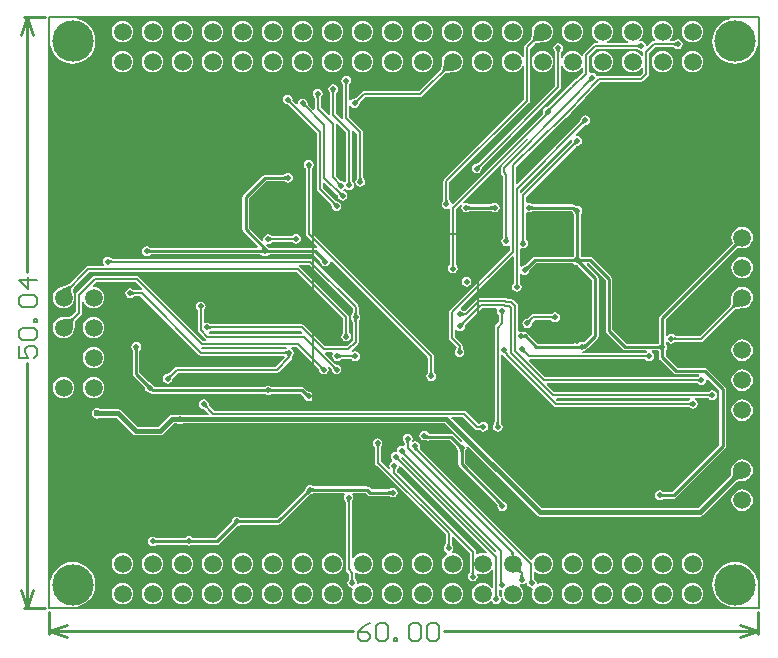
<source format=gbl>
G04*
G04 #@! TF.GenerationSoftware,Altium Limited,Altium Designer,20.0.13 (296)*
G04*
G04 Layer_Physical_Order=2*
G04 Layer_Color=16711680*
%FSLAX24Y24*%
%MOIN*%
G70*
G01*
G75*
%ADD14C,0.0100*%
%ADD17C,0.0080*%
%ADD18C,0.0060*%
%ADD19C,0.0039*%
%ADD41C,0.0150*%
%ADD42C,0.0591*%
%ADD43C,0.1378*%
%ADD44C,0.0197*%
%ADD45C,0.0236*%
G36*
X22716Y19636D02*
X22575Y19593D01*
X22444Y19523D01*
X22330Y19430D01*
X22237Y19316D01*
X22167Y19186D01*
X22124Y19044D01*
X22110Y18898D01*
X22124Y18751D01*
X22167Y18610D01*
X22237Y18480D01*
X22330Y18365D01*
X22444Y18272D01*
X22575Y18202D01*
X22716Y18160D01*
X22863Y18145D01*
X23009Y18160D01*
X23151Y18202D01*
X23281Y18272D01*
X23395Y18365D01*
X23488Y18480D01*
X23558Y18610D01*
X23601Y18751D01*
X23650Y18745D01*
Y940D01*
X23601Y934D01*
X23558Y1075D01*
X23488Y1206D01*
X23395Y1320D01*
X23281Y1413D01*
X23151Y1483D01*
X23009Y1526D01*
X22863Y1540D01*
X22716Y1526D01*
X22575Y1483D01*
X22444Y1413D01*
X22330Y1320D01*
X22237Y1206D01*
X22167Y1075D01*
X22124Y934D01*
X22110Y787D01*
X22124Y641D01*
X22167Y499D01*
X22237Y369D01*
X22330Y255D01*
X22444Y162D01*
X22575Y92D01*
X22716Y49D01*
X22710Y0D01*
X940D01*
X934Y49D01*
X1075Y92D01*
X1206Y162D01*
X1320Y255D01*
X1413Y369D01*
X1483Y499D01*
X1526Y641D01*
X1540Y787D01*
X1526Y934D01*
X1483Y1075D01*
X1413Y1206D01*
X1320Y1320D01*
X1206Y1413D01*
X1075Y1483D01*
X934Y1526D01*
X787Y1540D01*
X641Y1526D01*
X499Y1483D01*
X369Y1413D01*
X255Y1320D01*
X162Y1206D01*
X92Y1075D01*
X49Y934D01*
X-0Y940D01*
Y18745D01*
X49Y18751D01*
X92Y18610D01*
X162Y18480D01*
X255Y18365D01*
X369Y18272D01*
X499Y18202D01*
X641Y18160D01*
X787Y18145D01*
X934Y18160D01*
X1075Y18202D01*
X1206Y18272D01*
X1320Y18365D01*
X1413Y18480D01*
X1483Y18610D01*
X1526Y18751D01*
X1540Y18898D01*
X1526Y19044D01*
X1483Y19186D01*
X1413Y19316D01*
X1320Y19430D01*
X1206Y19523D01*
X1075Y19593D01*
X934Y19636D01*
X940Y19685D01*
X22710Y19685D01*
X22716Y19636D01*
D02*
G37*
%LPC*%
G36*
X21450Y19574D02*
X21357Y19562D01*
X21271Y19526D01*
X21197Y19469D01*
X21140Y19395D01*
X21104Y19309D01*
X21092Y19216D01*
X21104Y19123D01*
X21140Y19037D01*
X21197Y18962D01*
X21271Y18905D01*
X21357Y18870D01*
X21450Y18857D01*
X21543Y18870D01*
X21629Y18905D01*
X21703Y18962D01*
X21760Y19037D01*
X21796Y19123D01*
X21808Y19216D01*
X21796Y19309D01*
X21760Y19395D01*
X21703Y19469D01*
X21629Y19526D01*
X21543Y19562D01*
X21450Y19574D01*
D02*
G37*
G36*
X17450D02*
X17357Y19562D01*
X17271Y19526D01*
X17197Y19469D01*
X17140Y19395D01*
X17104Y19309D01*
X17092Y19216D01*
X17104Y19123D01*
X17140Y19037D01*
X17197Y18962D01*
X17271Y18905D01*
X17357Y18870D01*
X17450Y18857D01*
X17543Y18870D01*
X17629Y18905D01*
X17703Y18962D01*
X17760Y19037D01*
X17796Y19123D01*
X17808Y19216D01*
X17796Y19309D01*
X17760Y19395D01*
X17703Y19469D01*
X17629Y19526D01*
X17543Y19562D01*
X17450Y19574D01*
D02*
G37*
G36*
X15450D02*
X15357Y19562D01*
X15271Y19526D01*
X15197Y19469D01*
X15140Y19395D01*
X15104Y19309D01*
X15092Y19216D01*
X15104Y19123D01*
X15140Y19037D01*
X15197Y18962D01*
X15271Y18905D01*
X15357Y18870D01*
X15450Y18857D01*
X15543Y18870D01*
X15629Y18905D01*
X15703Y18962D01*
X15760Y19037D01*
X15796Y19123D01*
X15808Y19216D01*
X15796Y19309D01*
X15760Y19395D01*
X15703Y19469D01*
X15629Y19526D01*
X15543Y19562D01*
X15450Y19574D01*
D02*
G37*
G36*
X14450D02*
X14357Y19562D01*
X14271Y19526D01*
X14197Y19469D01*
X14140Y19395D01*
X14104Y19309D01*
X14092Y19216D01*
X14104Y19123D01*
X14140Y19037D01*
X14197Y18962D01*
X14271Y18905D01*
X14357Y18870D01*
X14450Y18857D01*
X14543Y18870D01*
X14629Y18905D01*
X14703Y18962D01*
X14760Y19037D01*
X14796Y19123D01*
X14808Y19216D01*
X14796Y19309D01*
X14760Y19395D01*
X14703Y19469D01*
X14629Y19526D01*
X14543Y19562D01*
X14450Y19574D01*
D02*
G37*
G36*
X13450D02*
X13357Y19562D01*
X13271Y19526D01*
X13197Y19469D01*
X13140Y19395D01*
X13104Y19309D01*
X13092Y19216D01*
X13104Y19123D01*
X13140Y19037D01*
X13197Y18962D01*
X13271Y18905D01*
X13357Y18870D01*
X13450Y18857D01*
X13543Y18870D01*
X13629Y18905D01*
X13703Y18962D01*
X13760Y19037D01*
X13796Y19123D01*
X13808Y19216D01*
X13796Y19309D01*
X13760Y19395D01*
X13703Y19469D01*
X13629Y19526D01*
X13543Y19562D01*
X13450Y19574D01*
D02*
G37*
G36*
X12450D02*
X12357Y19562D01*
X12271Y19526D01*
X12197Y19469D01*
X12140Y19395D01*
X12104Y19309D01*
X12092Y19216D01*
X12104Y19123D01*
X12140Y19037D01*
X12197Y18962D01*
X12271Y18905D01*
X12357Y18870D01*
X12450Y18857D01*
X12543Y18870D01*
X12629Y18905D01*
X12703Y18962D01*
X12760Y19037D01*
X12796Y19123D01*
X12808Y19216D01*
X12796Y19309D01*
X12760Y19395D01*
X12703Y19469D01*
X12629Y19526D01*
X12543Y19562D01*
X12450Y19574D01*
D02*
G37*
G36*
X11450D02*
X11357Y19562D01*
X11271Y19526D01*
X11197Y19469D01*
X11140Y19395D01*
X11104Y19309D01*
X11092Y19216D01*
X11104Y19123D01*
X11140Y19037D01*
X11197Y18962D01*
X11271Y18905D01*
X11357Y18870D01*
X11450Y18857D01*
X11543Y18870D01*
X11629Y18905D01*
X11703Y18962D01*
X11760Y19037D01*
X11796Y19123D01*
X11808Y19216D01*
X11796Y19309D01*
X11760Y19395D01*
X11703Y19469D01*
X11629Y19526D01*
X11543Y19562D01*
X11450Y19574D01*
D02*
G37*
G36*
X10450D02*
X10357Y19562D01*
X10271Y19526D01*
X10197Y19469D01*
X10140Y19395D01*
X10104Y19309D01*
X10092Y19216D01*
X10104Y19123D01*
X10140Y19037D01*
X10197Y18962D01*
X10271Y18905D01*
X10357Y18870D01*
X10450Y18857D01*
X10543Y18870D01*
X10629Y18905D01*
X10703Y18962D01*
X10760Y19037D01*
X10796Y19123D01*
X10808Y19216D01*
X10796Y19309D01*
X10760Y19395D01*
X10703Y19469D01*
X10629Y19526D01*
X10543Y19562D01*
X10450Y19574D01*
D02*
G37*
G36*
X9450D02*
X9357Y19562D01*
X9271Y19526D01*
X9197Y19469D01*
X9140Y19395D01*
X9104Y19309D01*
X9092Y19216D01*
X9104Y19123D01*
X9140Y19037D01*
X9197Y18962D01*
X9271Y18905D01*
X9357Y18870D01*
X9450Y18857D01*
X9543Y18870D01*
X9629Y18905D01*
X9703Y18962D01*
X9760Y19037D01*
X9796Y19123D01*
X9808Y19216D01*
X9796Y19309D01*
X9760Y19395D01*
X9703Y19469D01*
X9629Y19526D01*
X9543Y19562D01*
X9450Y19574D01*
D02*
G37*
G36*
X8450D02*
X8357Y19562D01*
X8271Y19526D01*
X8197Y19469D01*
X8140Y19395D01*
X8104Y19309D01*
X8092Y19216D01*
X8104Y19123D01*
X8140Y19037D01*
X8197Y18962D01*
X8271Y18905D01*
X8357Y18870D01*
X8450Y18857D01*
X8543Y18870D01*
X8629Y18905D01*
X8703Y18962D01*
X8760Y19037D01*
X8796Y19123D01*
X8808Y19216D01*
X8796Y19309D01*
X8760Y19395D01*
X8703Y19469D01*
X8629Y19526D01*
X8543Y19562D01*
X8450Y19574D01*
D02*
G37*
G36*
X7450D02*
X7357Y19562D01*
X7271Y19526D01*
X7197Y19469D01*
X7140Y19395D01*
X7104Y19309D01*
X7092Y19216D01*
X7104Y19123D01*
X7140Y19037D01*
X7197Y18962D01*
X7271Y18905D01*
X7357Y18870D01*
X7450Y18857D01*
X7543Y18870D01*
X7629Y18905D01*
X7703Y18962D01*
X7760Y19037D01*
X7796Y19123D01*
X7808Y19216D01*
X7796Y19309D01*
X7760Y19395D01*
X7703Y19469D01*
X7629Y19526D01*
X7543Y19562D01*
X7450Y19574D01*
D02*
G37*
G36*
X6450D02*
X6357Y19562D01*
X6271Y19526D01*
X6197Y19469D01*
X6140Y19395D01*
X6104Y19309D01*
X6092Y19216D01*
X6104Y19123D01*
X6140Y19037D01*
X6197Y18962D01*
X6271Y18905D01*
X6357Y18870D01*
X6450Y18857D01*
X6543Y18870D01*
X6629Y18905D01*
X6703Y18962D01*
X6760Y19037D01*
X6796Y19123D01*
X6808Y19216D01*
X6796Y19309D01*
X6760Y19395D01*
X6703Y19469D01*
X6629Y19526D01*
X6543Y19562D01*
X6450Y19574D01*
D02*
G37*
G36*
X5450D02*
X5357Y19562D01*
X5271Y19526D01*
X5197Y19469D01*
X5140Y19395D01*
X5104Y19309D01*
X5092Y19216D01*
X5104Y19123D01*
X5140Y19037D01*
X5197Y18962D01*
X5271Y18905D01*
X5357Y18870D01*
X5450Y18857D01*
X5543Y18870D01*
X5629Y18905D01*
X5703Y18962D01*
X5760Y19037D01*
X5796Y19123D01*
X5808Y19216D01*
X5796Y19309D01*
X5760Y19395D01*
X5703Y19469D01*
X5629Y19526D01*
X5543Y19562D01*
X5450Y19574D01*
D02*
G37*
G36*
X4450D02*
X4357Y19562D01*
X4271Y19526D01*
X4197Y19469D01*
X4140Y19395D01*
X4104Y19309D01*
X4092Y19216D01*
X4104Y19123D01*
X4140Y19037D01*
X4197Y18962D01*
X4271Y18905D01*
X4357Y18870D01*
X4450Y18857D01*
X4543Y18870D01*
X4629Y18905D01*
X4703Y18962D01*
X4760Y19037D01*
X4796Y19123D01*
X4808Y19216D01*
X4796Y19309D01*
X4760Y19395D01*
X4703Y19469D01*
X4629Y19526D01*
X4543Y19562D01*
X4450Y19574D01*
D02*
G37*
G36*
X3450D02*
X3357Y19562D01*
X3271Y19526D01*
X3197Y19469D01*
X3140Y19395D01*
X3104Y19309D01*
X3092Y19216D01*
X3104Y19123D01*
X3140Y19037D01*
X3197Y18962D01*
X3271Y18905D01*
X3357Y18870D01*
X3450Y18857D01*
X3543Y18870D01*
X3629Y18905D01*
X3703Y18962D01*
X3760Y19037D01*
X3796Y19123D01*
X3808Y19216D01*
X3796Y19309D01*
X3760Y19395D01*
X3703Y19469D01*
X3629Y19526D01*
X3543Y19562D01*
X3450Y19574D01*
D02*
G37*
G36*
X2450D02*
X2357Y19562D01*
X2271Y19526D01*
X2197Y19469D01*
X2140Y19395D01*
X2104Y19309D01*
X2092Y19216D01*
X2104Y19123D01*
X2140Y19037D01*
X2197Y18962D01*
X2271Y18905D01*
X2357Y18870D01*
X2450Y18857D01*
X2543Y18870D01*
X2629Y18905D01*
X2703Y18962D01*
X2760Y19037D01*
X2796Y19123D01*
X2808Y19216D01*
X2796Y19309D01*
X2760Y19395D01*
X2703Y19469D01*
X2629Y19526D01*
X2543Y19562D01*
X2450Y19574D01*
D02*
G37*
G36*
X20450D02*
X20357Y19562D01*
X20271Y19526D01*
X20197Y19469D01*
X20140Y19395D01*
X20104Y19309D01*
X20092Y19216D01*
X20104Y19123D01*
X20140Y19037D01*
X20197Y18962D01*
X20210Y18952D01*
X20193Y18902D01*
X20150D01*
X20111Y18894D01*
X20078Y18872D01*
X19942Y18736D01*
X19937Y18736D01*
X19891Y18756D01*
X19882Y18800D01*
X19847Y18853D01*
X19794Y18888D01*
X19733Y18900D01*
X19694Y18892D01*
X19673Y18939D01*
X19703Y18962D01*
X19760Y19037D01*
X19796Y19123D01*
X19808Y19216D01*
X19796Y19309D01*
X19760Y19395D01*
X19703Y19469D01*
X19629Y19526D01*
X19543Y19562D01*
X19450Y19574D01*
X19357Y19562D01*
X19271Y19526D01*
X19197Y19469D01*
X19140Y19395D01*
X19104Y19309D01*
X19092Y19216D01*
X19104Y19123D01*
X19140Y19037D01*
X19197Y18962D01*
X19271Y18905D01*
X19307Y18890D01*
X19297Y18840D01*
X18603D01*
X18593Y18890D01*
X18629Y18905D01*
X18703Y18962D01*
X18760Y19037D01*
X18796Y19123D01*
X18808Y19216D01*
X18796Y19309D01*
X18760Y19395D01*
X18703Y19469D01*
X18629Y19526D01*
X18543Y19562D01*
X18450Y19574D01*
X18357Y19562D01*
X18271Y19526D01*
X18197Y19469D01*
X18140Y19395D01*
X18104Y19309D01*
X18092Y19216D01*
X18104Y19123D01*
X18140Y19037D01*
X18197Y18962D01*
X18271Y18905D01*
X18307Y18890D01*
X18297Y18840D01*
X18194D01*
X18155Y18833D01*
X18122Y18811D01*
X17828Y18516D01*
X17806Y18483D01*
X17798Y18444D01*
Y18428D01*
X17748Y18411D01*
X17703Y18469D01*
X17629Y18526D01*
X17543Y18562D01*
X17450Y18574D01*
X17357Y18562D01*
X17271Y18526D01*
X17197Y18469D01*
X17140Y18395D01*
X17118Y18342D01*
X17068Y18352D01*
Y18508D01*
X17071Y18515D01*
X17071Y18523D01*
X17071Y18528D01*
X17072Y18532D01*
X17073Y18536D01*
X17074Y18539D01*
X17075Y18542D01*
X17076Y18544D01*
X17077Y18546D01*
X17079Y18547D01*
X17082Y18551D01*
X17085Y18559D01*
X17115Y18604D01*
X17127Y18666D01*
X17115Y18728D01*
X17080Y18780D01*
X17028Y18815D01*
X16966Y18827D01*
X16904Y18815D01*
X16852Y18780D01*
X16817Y18728D01*
X16804Y18666D01*
X16817Y18604D01*
X16846Y18559D01*
X16849Y18551D01*
X16853Y18547D01*
X16854Y18546D01*
X16855Y18544D01*
X16856Y18542D01*
X16858Y18539D01*
X16859Y18536D01*
X16859Y18532D01*
X16860Y18528D01*
X16861Y18523D01*
X16861Y18515D01*
X16864Y18508D01*
Y17408D01*
X14289Y14833D01*
X14283Y14831D01*
X14277Y14826D01*
X14273Y14822D01*
X14269Y14820D01*
X14266Y14818D01*
X14263Y14816D01*
X14260Y14815D01*
X14258Y14814D01*
X14256Y14814D01*
X14254Y14813D01*
X14249Y14813D01*
X14241Y14810D01*
X14188Y14799D01*
X14136Y14764D01*
X14101Y14712D01*
X14088Y14650D01*
X14101Y14588D01*
X14136Y14536D01*
X14188Y14501D01*
X14250Y14488D01*
X14312Y14501D01*
X14364Y14536D01*
X14399Y14588D01*
X14410Y14641D01*
X14413Y14649D01*
X14413Y14654D01*
X14414Y14656D01*
X14414Y14658D01*
X14415Y14660D01*
X14416Y14663D01*
X14418Y14666D01*
X14420Y14669D01*
X14422Y14673D01*
X14426Y14677D01*
X14431Y14683D01*
X14433Y14689D01*
X17038Y17294D01*
X17060Y17327D01*
X17068Y17366D01*
Y18080D01*
X17118Y18090D01*
X17140Y18037D01*
X17197Y17962D01*
X17271Y17905D01*
X17357Y17870D01*
X17450Y17857D01*
X17543Y17870D01*
X17629Y17905D01*
X17703Y17962D01*
X17748Y18021D01*
X17798Y18004D01*
Y17837D01*
X17361Y17460D01*
X17361Y17460D01*
X17361Y17460D01*
X17359Y17459D01*
X17357Y17455D01*
X17353Y17453D01*
X16634Y16734D01*
X16627Y16731D01*
X16622Y16726D01*
X16611Y16717D01*
X16607Y16715D01*
X16603Y16712D01*
X16599Y16710D01*
X16596Y16708D01*
X16592Y16707D01*
X16589Y16706D01*
X16583Y16704D01*
X16574Y16698D01*
X16558Y16694D01*
X16505Y16659D01*
X16470Y16607D01*
X16458Y16545D01*
X16465Y16510D01*
X16463Y16498D01*
X16463Y16497D01*
X16463Y16497D01*
X16461Y16494D01*
X16459Y16491D01*
X16454Y16486D01*
X16453Y16485D01*
X16453Y16485D01*
X16451Y16478D01*
X13451Y13479D01*
X13397Y13495D01*
X13390Y13527D01*
X13361Y13572D01*
X13358Y13580D01*
X13354Y13584D01*
X13353Y13585D01*
X13352Y13587D01*
X13351Y13589D01*
X13349Y13592D01*
X13348Y13595D01*
X13348Y13599D01*
X13347Y13603D01*
X13346Y13608D01*
X13346Y13616D01*
X13343Y13623D01*
Y14192D01*
X15997Y16846D01*
X16019Y16879D01*
X16027Y16918D01*
Y18648D01*
X16182Y18804D01*
X16188Y18806D01*
X16200Y18815D01*
X16211Y18822D01*
X16226Y18829D01*
X16245Y18836D01*
X16269Y18842D01*
X16297Y18847D01*
X16328Y18851D01*
X16404Y18855D01*
X16447Y18856D01*
X16453Y18858D01*
X16543Y18870D01*
X16629Y18905D01*
X16703Y18962D01*
X16760Y19037D01*
X16796Y19123D01*
X16808Y19216D01*
X16796Y19309D01*
X16760Y19395D01*
X16703Y19469D01*
X16629Y19526D01*
X16543Y19562D01*
X16450Y19574D01*
X16357Y19562D01*
X16271Y19526D01*
X16197Y19469D01*
X16140Y19395D01*
X16104Y19309D01*
X16092Y19218D01*
X16090Y19213D01*
X16090Y19170D01*
X16085Y19094D01*
X16081Y19063D01*
X16076Y19035D01*
X16070Y19011D01*
X16063Y18991D01*
X16056Y18976D01*
X16050Y18965D01*
X16040Y18954D01*
X16038Y18948D01*
X15853Y18763D01*
X15831Y18730D01*
X15823Y18691D01*
Y18375D01*
X15773Y18365D01*
X15760Y18395D01*
X15703Y18469D01*
X15629Y18526D01*
X15543Y18562D01*
X15450Y18574D01*
X15357Y18562D01*
X15271Y18526D01*
X15197Y18469D01*
X15140Y18395D01*
X15104Y18309D01*
X15092Y18216D01*
X15104Y18123D01*
X15140Y18037D01*
X15197Y17962D01*
X15271Y17905D01*
X15357Y17870D01*
X15450Y17857D01*
X15543Y17870D01*
X15629Y17905D01*
X15703Y17962D01*
X15760Y18037D01*
X15773Y18067D01*
X15823Y18057D01*
Y16960D01*
X13169Y14307D01*
X13147Y14274D01*
X13139Y14235D01*
Y13623D01*
X13136Y13616D01*
X13136Y13608D01*
X13136Y13603D01*
X13135Y13599D01*
X13134Y13595D01*
X13133Y13592D01*
X13132Y13589D01*
X13131Y13587D01*
X13130Y13585D01*
X13128Y13584D01*
X13125Y13580D01*
X13122Y13572D01*
X13092Y13527D01*
X13080Y13465D01*
X13092Y13404D01*
X13127Y13351D01*
X13179Y13316D01*
X13241Y13304D01*
X13303Y13316D01*
X13308Y13319D01*
X13358Y13293D01*
Y11477D01*
X13355Y11471D01*
X13355Y11463D01*
X13354Y11458D01*
X13354Y11453D01*
X13353Y11450D01*
X13352Y11446D01*
X13351Y11444D01*
X13350Y11442D01*
X13348Y11440D01*
X13347Y11438D01*
X13344Y11434D01*
X13341Y11426D01*
X13311Y11382D01*
X13299Y11320D01*
X13311Y11258D01*
X13346Y11206D01*
X13398Y11171D01*
X13460Y11158D01*
X13522Y11171D01*
X13574Y11206D01*
X13609Y11258D01*
X13622Y11320D01*
X13609Y11382D01*
X13579Y11426D01*
X13576Y11434D01*
X13573Y11438D01*
X13572Y11440D01*
X13570Y11442D01*
X13569Y11444D01*
X13568Y11446D01*
X13567Y11450D01*
X13566Y11453D01*
X13566Y11458D01*
X13565Y11463D01*
X13565Y11471D01*
X13562Y11477D01*
Y13301D01*
X13728Y13467D01*
X13766Y13435D01*
X13751Y13412D01*
X13738Y13350D01*
X13751Y13288D01*
X13786Y13236D01*
X13838Y13201D01*
X13900Y13188D01*
X13962Y13201D01*
X14005Y13230D01*
X14005Y13230D01*
X14006Y13230D01*
X14009Y13230D01*
X14010Y13231D01*
X14010Y13231D01*
X14012Y13232D01*
X14012Y13232D01*
X14014Y13232D01*
X14018Y13233D01*
X14022Y13234D01*
X14036Y13235D01*
X14045Y13235D01*
X14051Y13238D01*
X14698D01*
X14704Y13235D01*
X14722Y13234D01*
X14728Y13234D01*
X14732Y13233D01*
X14736Y13232D01*
X14738Y13232D01*
X14738Y13232D01*
X14740Y13231D01*
X14740Y13231D01*
X14741Y13230D01*
X14744Y13230D01*
X14745Y13230D01*
X14745Y13230D01*
X14788Y13201D01*
X14850Y13188D01*
X14912Y13201D01*
X14964Y13236D01*
X14999Y13288D01*
X15012Y13350D01*
X14999Y13412D01*
X14964Y13464D01*
X14912Y13499D01*
X14850Y13512D01*
X14788Y13499D01*
X14745Y13470D01*
X14745Y13470D01*
X14744Y13470D01*
X14741Y13470D01*
X14740Y13469D01*
X14740Y13469D01*
X14738Y13468D01*
X14738Y13468D01*
X14736Y13468D01*
X14732Y13467D01*
X14728Y13466D01*
X14714Y13465D01*
X14705Y13465D01*
X14699Y13462D01*
X14052D01*
X14046Y13465D01*
X14028Y13466D01*
X14022Y13466D01*
X14018Y13467D01*
X14014Y13468D01*
X14012Y13468D01*
X14012Y13468D01*
X14010Y13469D01*
X14010Y13469D01*
X14009Y13470D01*
X14006Y13470D01*
X14005Y13470D01*
X14005Y13470D01*
X13962Y13499D01*
X13900Y13512D01*
X13838Y13499D01*
X13815Y13484D01*
X13783Y13522D01*
X15924Y15663D01*
X15959Y15628D01*
X15087Y14733D01*
X15077Y14717D01*
X15066Y14701D01*
X15066Y14700D01*
X15065Y14700D01*
X15062Y14681D01*
X15058Y14662D01*
Y14526D01*
X15066Y14487D01*
X15088Y14454D01*
X15138Y14404D01*
Y12391D01*
X15135Y12385D01*
X15135Y12377D01*
X15134Y12371D01*
X15134Y12367D01*
X15133Y12363D01*
X15132Y12360D01*
X15131Y12358D01*
X15130Y12355D01*
X15128Y12354D01*
X15127Y12352D01*
X15124Y12348D01*
X15121Y12340D01*
X15091Y12295D01*
X15078Y12234D01*
X15091Y12172D01*
X15126Y12119D01*
X15178Y12084D01*
X15240Y12072D01*
X15296Y12083D01*
X15311Y12080D01*
X15346Y12061D01*
Y11924D01*
X13350Y9928D01*
X13328Y9895D01*
X13320Y9856D01*
Y9000D01*
X13328Y8961D01*
X13350Y8928D01*
X13581Y8698D01*
Y8684D01*
X13578Y8678D01*
X13578Y8670D01*
X13577Y8665D01*
X13576Y8660D01*
X13576Y8656D01*
X13575Y8653D01*
X13573Y8651D01*
X13572Y8649D01*
X13571Y8647D01*
X13570Y8645D01*
X13566Y8641D01*
X13563Y8633D01*
X13534Y8589D01*
X13521Y8527D01*
X13534Y8465D01*
X13569Y8412D01*
X13621Y8377D01*
X13683Y8365D01*
X13745Y8377D01*
X13797Y8412D01*
X13832Y8465D01*
X13844Y8527D01*
X13832Y8589D01*
X13802Y8633D01*
X13799Y8641D01*
X13796Y8645D01*
X13794Y8647D01*
X13793Y8649D01*
X13792Y8651D01*
X13791Y8653D01*
X13790Y8656D01*
X13789Y8660D01*
X13788Y8665D01*
X13788Y8670D01*
X13788Y8678D01*
X13785Y8684D01*
Y8740D01*
X13777Y8779D01*
X13755Y8812D01*
X13524Y9042D01*
Y9288D01*
X13574Y9303D01*
X13586Y9286D01*
X13638Y9251D01*
X13700Y9238D01*
X13762Y9251D01*
X13814Y9286D01*
X13849Y9338D01*
X13860Y9391D01*
X13863Y9399D01*
X13864Y9404D01*
X13864Y9406D01*
X13864Y9408D01*
X13865Y9410D01*
X13866Y9413D01*
X13868Y9416D01*
X13870Y9419D01*
X13872Y9423D01*
X13876Y9427D01*
X13881Y9433D01*
X13883Y9439D01*
X14439Y9995D01*
X14903D01*
X14932Y9945D01*
X14923Y9898D01*
X14935Y9837D01*
X14970Y9784D01*
X14982Y9776D01*
X14987Y9767D01*
X14991Y9764D01*
X14991Y9764D01*
X14991Y9764D01*
X14992Y9763D01*
X14992Y9762D01*
X14993Y9760D01*
X14994Y9758D01*
X14994Y9754D01*
X14995Y9750D01*
X14995Y9742D01*
X14997Y9737D01*
X14996Y9733D01*
X14998Y9730D01*
Y9542D01*
X14878Y9422D01*
X14856Y9389D01*
X14848Y9350D01*
Y6198D01*
X14845Y6192D01*
X14845Y6184D01*
X14845Y6179D01*
X14844Y6174D01*
X14843Y6170D01*
X14842Y6167D01*
X14841Y6165D01*
X14840Y6163D01*
X14839Y6161D01*
X14837Y6159D01*
X14834Y6155D01*
X14831Y6147D01*
X14801Y6103D01*
X14789Y6041D01*
X14801Y5979D01*
X14836Y5926D01*
X14888Y5891D01*
X14950Y5879D01*
X15012Y5891D01*
X15065Y5926D01*
X15100Y5979D01*
X15112Y6041D01*
X15100Y6103D01*
X15070Y6147D01*
X15067Y6155D01*
X15063Y6159D01*
X15062Y6161D01*
X15061Y6163D01*
X15060Y6165D01*
X15059Y6167D01*
X15058Y6170D01*
X15057Y6174D01*
X15056Y6179D01*
X15055Y6184D01*
X15055Y6192D01*
X15052Y6198D01*
Y8422D01*
X15102Y8449D01*
X15137Y8442D01*
X15163Y8416D01*
X15166Y8403D01*
X15188Y8370D01*
X16821Y6737D01*
X16854Y6715D01*
X16893Y6707D01*
X21293D01*
X21299Y6704D01*
X21307Y6704D01*
X21312Y6703D01*
X21317Y6702D01*
X21320Y6702D01*
X21323Y6701D01*
X21326Y6700D01*
X21328Y6698D01*
X21330Y6697D01*
X21332Y6696D01*
X21335Y6692D01*
X21344Y6689D01*
X21388Y6660D01*
X21450Y6647D01*
X21512Y6660D01*
X21564Y6695D01*
X21599Y6747D01*
X21612Y6809D01*
X21599Y6871D01*
X21564Y6923D01*
X21527Y6948D01*
X21542Y6998D01*
X21943D01*
X21949Y6995D01*
X21957Y6995D01*
X21962Y6994D01*
X21967Y6994D01*
X21970Y6993D01*
X21973Y6992D01*
X21976Y6991D01*
X21978Y6990D01*
X21980Y6988D01*
X21982Y6987D01*
X21985Y6984D01*
X21994Y6981D01*
X22038Y6951D01*
X22100Y6938D01*
X22162Y6951D01*
X22214Y6986D01*
X22249Y7038D01*
X22262Y7100D01*
X22249Y7162D01*
X22214Y7214D01*
X22162Y7249D01*
X22100Y7262D01*
X22038Y7249D01*
X21994Y7219D01*
X21985Y7216D01*
X21982Y7213D01*
X21980Y7212D01*
X21978Y7210D01*
X21976Y7209D01*
X21973Y7208D01*
X21970Y7207D01*
X21967Y7206D01*
X21962Y7206D01*
X21957Y7205D01*
X21949Y7205D01*
X21943Y7202D01*
X16842D01*
X16592Y7452D01*
X16611Y7498D01*
X21588D01*
X21594Y7495D01*
X21602Y7495D01*
X21607Y7494D01*
X21612Y7494D01*
X21616Y7493D01*
X21619Y7492D01*
X21621Y7491D01*
X21623Y7490D01*
X21625Y7488D01*
X21627Y7487D01*
X21631Y7484D01*
X21639Y7481D01*
X21683Y7451D01*
X21745Y7438D01*
X21807Y7451D01*
X21859Y7486D01*
X21895Y7538D01*
X21907Y7600D01*
X21903Y7617D01*
X21949Y7642D01*
X22338Y7254D01*
Y5446D01*
X20769Y3878D01*
X20502D01*
X20496Y3881D01*
X20478Y3881D01*
X20472Y3882D01*
X20468Y3883D01*
X20464Y3883D01*
X20462Y3884D01*
X20462Y3884D01*
X20460Y3885D01*
X20460Y3885D01*
X20459Y3886D01*
X20456Y3886D01*
X20455Y3886D01*
X20455Y3886D01*
X20412Y3915D01*
X20350Y3927D01*
X20288Y3915D01*
X20236Y3880D01*
X20201Y3828D01*
X20188Y3766D01*
X20201Y3704D01*
X20236Y3652D01*
X20288Y3617D01*
X20350Y3604D01*
X20412Y3617D01*
X20455Y3645D01*
X20455Y3645D01*
X20456Y3646D01*
X20459Y3646D01*
X20460Y3646D01*
X20460Y3646D01*
X20462Y3647D01*
X20462Y3647D01*
X20464Y3648D01*
X20468Y3649D01*
X20472Y3650D01*
X20486Y3651D01*
X20495Y3651D01*
X20501Y3654D01*
X20816D01*
X20816Y3654D01*
X20859Y3662D01*
X20895Y3686D01*
X22529Y5321D01*
X22529Y5321D01*
X22554Y5357D01*
X22562Y5400D01*
Y7300D01*
X22562Y7300D01*
X22554Y7343D01*
X22529Y7379D01*
X22529Y7379D01*
X21929Y7979D01*
X21893Y8004D01*
X21850Y8012D01*
X21850Y8012D01*
X20946D01*
X20550Y8409D01*
Y8548D01*
X20552Y8554D01*
X20553Y8572D01*
X20554Y8578D01*
X20554Y8582D01*
X20555Y8586D01*
X20556Y8588D01*
X20556Y8588D01*
X20557Y8590D01*
X20557Y8590D01*
X20557Y8591D01*
X20557Y8594D01*
X20558Y8595D01*
X20558Y8595D01*
X20587Y8638D01*
X20599Y8700D01*
X20587Y8762D01*
X20552Y8814D01*
X20550Y8816D01*
Y8878D01*
X20559Y8885D01*
X20626Y8874D01*
X20631Y8866D01*
X20683Y8831D01*
X20745Y8819D01*
X20807Y8831D01*
X20852Y8861D01*
X20860Y8864D01*
X20864Y8868D01*
X20865Y8869D01*
X20867Y8870D01*
X20869Y8871D01*
X20872Y8872D01*
X20875Y8873D01*
X20879Y8874D01*
X20883Y8875D01*
X20888Y8875D01*
X20896Y8876D01*
X20903Y8879D01*
X21731D01*
X21770Y8886D01*
X21803Y8909D01*
X22832Y9938D01*
X22838Y9940D01*
X22850Y9950D01*
X22861Y9956D01*
X22876Y9963D01*
X22895Y9970D01*
X22919Y9976D01*
X22947Y9981D01*
X22978Y9985D01*
X23054Y9990D01*
X23097Y9990D01*
X23103Y9992D01*
X23193Y10004D01*
X23279Y10040D01*
X23353Y10097D01*
X23410Y10171D01*
X23446Y10257D01*
X23458Y10350D01*
X23446Y10443D01*
X23410Y10529D01*
X23353Y10603D01*
X23279Y10660D01*
X23193Y10696D01*
X23100Y10708D01*
X23007Y10696D01*
X22921Y10660D01*
X22847Y10603D01*
X22790Y10529D01*
X22754Y10443D01*
X22742Y10353D01*
X22740Y10347D01*
X22740Y10304D01*
X22735Y10228D01*
X22731Y10197D01*
X22726Y10169D01*
X22720Y10145D01*
X22713Y10126D01*
X22706Y10111D01*
X22700Y10100D01*
X22690Y10088D01*
X22688Y10082D01*
X21688Y9083D01*
X20903D01*
X20896Y9086D01*
X20888Y9086D01*
X20883Y9086D01*
X20879Y9087D01*
X20875Y9088D01*
X20872Y9089D01*
X20869Y9090D01*
X20867Y9091D01*
X20865Y9092D01*
X20864Y9094D01*
X20860Y9097D01*
X20852Y9100D01*
X20807Y9130D01*
X20745Y9142D01*
X20683Y9130D01*
X20631Y9095D01*
X20626Y9087D01*
X20559Y9076D01*
X20550Y9083D01*
Y9616D01*
X22958Y12024D01*
X23007Y12004D01*
X23100Y11992D01*
X23193Y12004D01*
X23279Y12040D01*
X23353Y12097D01*
X23410Y12171D01*
X23446Y12257D01*
X23458Y12350D01*
X23446Y12443D01*
X23410Y12529D01*
X23353Y12603D01*
X23279Y12660D01*
X23193Y12696D01*
X23100Y12708D01*
X23007Y12696D01*
X22921Y12660D01*
X22847Y12603D01*
X22790Y12529D01*
X22754Y12443D01*
X22742Y12350D01*
X22754Y12257D01*
X22789Y12172D01*
X20358Y9741D01*
X20334Y9705D01*
X20325Y9662D01*
X20325Y9662D01*
Y8818D01*
X20323Y8818D01*
X20320Y8817D01*
X20316Y8816D01*
X20301Y8815D01*
X20292Y8815D01*
X20286Y8812D01*
X19252D01*
X18771Y9293D01*
Y10974D01*
X18762Y11017D01*
X18738Y11053D01*
X18738Y11053D01*
X18112Y11679D01*
X18075Y11704D01*
X18032Y11712D01*
X18032Y11712D01*
X17752D01*
X17746Y11715D01*
X17728Y11716D01*
X17722Y11716D01*
X17718Y11717D01*
X17717Y11717D01*
X17717Y11718D01*
X17716Y11722D01*
X17715Y11736D01*
X17715Y11745D01*
X17712Y11751D01*
Y13089D01*
X17715Y13095D01*
X17716Y13113D01*
X17716Y13118D01*
X17717Y13123D01*
X17718Y13127D01*
X17718Y13129D01*
X17718Y13129D01*
X17719Y13130D01*
X17719Y13131D01*
X17720Y13132D01*
X17720Y13134D01*
X17720Y13135D01*
X17720Y13136D01*
X17749Y13179D01*
X17762Y13241D01*
X17749Y13303D01*
X17714Y13355D01*
X17662Y13390D01*
X17600Y13402D01*
X17579Y13398D01*
X17578Y13399D01*
X17577Y13399D01*
X17576Y13400D01*
X17575Y13400D01*
X17574Y13401D01*
X17572Y13402D01*
X17562Y13410D01*
X17556Y13416D01*
X17549Y13418D01*
X17545Y13423D01*
X17543Y13425D01*
X17542Y13426D01*
X17538Y13429D01*
X17502Y13454D01*
X17459Y13462D01*
X17459Y13462D01*
X16152D01*
X16146Y13465D01*
X16128Y13466D01*
X16122Y13466D01*
X16118Y13467D01*
X16114Y13468D01*
X16112Y13468D01*
X16112Y13468D01*
X16110Y13469D01*
X16110Y13469D01*
X16109Y13470D01*
X16106Y13470D01*
X16105Y13470D01*
X16105Y13470D01*
X16062Y13499D01*
X16000Y13512D01*
X15952Y13502D01*
X15902Y13531D01*
Y13716D01*
X17571Y15385D01*
X17578Y15388D01*
X17584Y15393D01*
X17588Y15397D01*
X17592Y15400D01*
X17596Y15402D01*
X17600Y15404D01*
X17603Y15406D01*
X17606Y15407D01*
X17609Y15408D01*
X17612Y15409D01*
X17617Y15409D01*
X17628Y15416D01*
X17662Y15422D01*
X17714Y15457D01*
X17749Y15510D01*
X17762Y15572D01*
X17749Y15633D01*
X17714Y15686D01*
X17662Y15721D01*
X17600Y15733D01*
X17590Y15731D01*
X17533Y15770D01*
X17531Y15780D01*
X17836Y16085D01*
X17842Y16087D01*
X17848Y16093D01*
X17852Y16096D01*
X17856Y16099D01*
X17859Y16101D01*
X17862Y16102D01*
X17864Y16103D01*
X17867Y16104D01*
X17869Y16104D01*
X17871Y16105D01*
X17876Y16105D01*
X17884Y16109D01*
X17937Y16119D01*
X17989Y16154D01*
X18024Y16206D01*
X18036Y16268D01*
X18024Y16330D01*
X17989Y16382D01*
X17937Y16417D01*
X17875Y16430D01*
X17813Y16417D01*
X17761Y16382D01*
X17726Y16330D01*
X17715Y16278D01*
X17711Y16270D01*
X17711Y16264D01*
X17711Y16262D01*
X17711Y16260D01*
X17710Y16258D01*
X17709Y16255D01*
X17707Y16252D01*
X17705Y16249D01*
X17703Y16245D01*
X17699Y16241D01*
X17694Y16236D01*
X17691Y16229D01*
X15597Y14134D01*
X15550Y14153D01*
Y14706D01*
X17222Y16323D01*
X17222Y16323D01*
X17223Y16324D01*
X17387Y16488D01*
X17388Y16489D01*
X17389Y16490D01*
X18372Y17532D01*
X18388Y17548D01*
X19741D01*
X19780Y17556D01*
X19814Y17578D01*
X19972Y17736D01*
X19994Y17770D01*
X20002Y17809D01*
Y18508D01*
X20192Y18698D01*
X20793D01*
X20799Y18695D01*
X20807Y18695D01*
X20812Y18694D01*
X20817Y18694D01*
X20820Y18693D01*
X20823Y18692D01*
X20826Y18691D01*
X20828Y18690D01*
X20830Y18688D01*
X20832Y18687D01*
X20835Y18684D01*
X20844Y18681D01*
X20888Y18651D01*
X20950Y18638D01*
X21012Y18651D01*
X21064Y18686D01*
X21099Y18738D01*
X21112Y18800D01*
X21099Y18862D01*
X21064Y18914D01*
X21012Y18949D01*
X20950Y18962D01*
X20888Y18949D01*
X20844Y18919D01*
X20835Y18916D01*
X20832Y18913D01*
X20830Y18912D01*
X20828Y18910D01*
X20826Y18909D01*
X20823Y18908D01*
X20820Y18907D01*
X20817Y18906D01*
X20812Y18906D01*
X20807Y18905D01*
X20799Y18905D01*
X20793Y18902D01*
X20707D01*
X20690Y18952D01*
X20703Y18962D01*
X20760Y19037D01*
X20796Y19123D01*
X20808Y19216D01*
X20796Y19309D01*
X20760Y19395D01*
X20703Y19469D01*
X20629Y19526D01*
X20543Y19562D01*
X20450Y19574D01*
D02*
G37*
G36*
X21450Y18574D02*
X21357Y18562D01*
X21271Y18526D01*
X21197Y18469D01*
X21140Y18395D01*
X21104Y18309D01*
X21092Y18216D01*
X21104Y18123D01*
X21140Y18037D01*
X21197Y17962D01*
X21271Y17905D01*
X21357Y17870D01*
X21450Y17857D01*
X21543Y17870D01*
X21629Y17905D01*
X21703Y17962D01*
X21760Y18037D01*
X21796Y18123D01*
X21808Y18216D01*
X21796Y18309D01*
X21760Y18395D01*
X21703Y18469D01*
X21629Y18526D01*
X21543Y18562D01*
X21450Y18574D01*
D02*
G37*
G36*
X20450D02*
X20357Y18562D01*
X20271Y18526D01*
X20197Y18469D01*
X20140Y18395D01*
X20104Y18309D01*
X20092Y18216D01*
X20104Y18123D01*
X20140Y18037D01*
X20197Y17962D01*
X20271Y17905D01*
X20357Y17870D01*
X20450Y17857D01*
X20543Y17870D01*
X20629Y17905D01*
X20703Y17962D01*
X20760Y18037D01*
X20796Y18123D01*
X20808Y18216D01*
X20796Y18309D01*
X20760Y18395D01*
X20703Y18469D01*
X20629Y18526D01*
X20543Y18562D01*
X20450Y18574D01*
D02*
G37*
G36*
X16450D02*
X16357Y18562D01*
X16271Y18526D01*
X16197Y18469D01*
X16140Y18395D01*
X16104Y18309D01*
X16092Y18216D01*
X16104Y18123D01*
X16140Y18037D01*
X16197Y17962D01*
X16271Y17905D01*
X16357Y17870D01*
X16450Y17857D01*
X16543Y17870D01*
X16629Y17905D01*
X16703Y17962D01*
X16760Y18037D01*
X16796Y18123D01*
X16808Y18216D01*
X16796Y18309D01*
X16760Y18395D01*
X16703Y18469D01*
X16629Y18526D01*
X16543Y18562D01*
X16450Y18574D01*
D02*
G37*
G36*
X14450D02*
X14357Y18562D01*
X14271Y18526D01*
X14197Y18469D01*
X14140Y18395D01*
X14104Y18309D01*
X14092Y18216D01*
X14104Y18123D01*
X14140Y18037D01*
X14197Y17962D01*
X14271Y17905D01*
X14357Y17870D01*
X14450Y17857D01*
X14543Y17870D01*
X14629Y17905D01*
X14703Y17962D01*
X14760Y18037D01*
X14796Y18123D01*
X14808Y18216D01*
X14796Y18309D01*
X14760Y18395D01*
X14703Y18469D01*
X14629Y18526D01*
X14543Y18562D01*
X14450Y18574D01*
D02*
G37*
G36*
X12450D02*
X12357Y18562D01*
X12271Y18526D01*
X12197Y18469D01*
X12140Y18395D01*
X12104Y18309D01*
X12092Y18216D01*
X12104Y18123D01*
X12140Y18037D01*
X12197Y17962D01*
X12271Y17905D01*
X12357Y17870D01*
X12450Y17857D01*
X12543Y17870D01*
X12629Y17905D01*
X12703Y17962D01*
X12760Y18037D01*
X12796Y18123D01*
X12808Y18216D01*
X12796Y18309D01*
X12760Y18395D01*
X12703Y18469D01*
X12629Y18526D01*
X12543Y18562D01*
X12450Y18574D01*
D02*
G37*
G36*
X11450D02*
X11357Y18562D01*
X11271Y18526D01*
X11197Y18469D01*
X11140Y18395D01*
X11104Y18309D01*
X11092Y18216D01*
X11104Y18123D01*
X11140Y18037D01*
X11197Y17962D01*
X11271Y17905D01*
X11357Y17870D01*
X11450Y17857D01*
X11543Y17870D01*
X11629Y17905D01*
X11703Y17962D01*
X11760Y18037D01*
X11796Y18123D01*
X11808Y18216D01*
X11796Y18309D01*
X11760Y18395D01*
X11703Y18469D01*
X11629Y18526D01*
X11543Y18562D01*
X11450Y18574D01*
D02*
G37*
G36*
X10450D02*
X10357Y18562D01*
X10271Y18526D01*
X10197Y18469D01*
X10140Y18395D01*
X10104Y18309D01*
X10092Y18216D01*
X10104Y18123D01*
X10140Y18037D01*
X10197Y17962D01*
X10271Y17905D01*
X10357Y17870D01*
X10450Y17857D01*
X10543Y17870D01*
X10629Y17905D01*
X10703Y17962D01*
X10760Y18037D01*
X10796Y18123D01*
X10808Y18216D01*
X10796Y18309D01*
X10760Y18395D01*
X10703Y18469D01*
X10629Y18526D01*
X10543Y18562D01*
X10450Y18574D01*
D02*
G37*
G36*
X9450D02*
X9357Y18562D01*
X9271Y18526D01*
X9197Y18469D01*
X9140Y18395D01*
X9104Y18309D01*
X9092Y18216D01*
X9104Y18123D01*
X9140Y18037D01*
X9197Y17962D01*
X9271Y17905D01*
X9357Y17870D01*
X9450Y17857D01*
X9543Y17870D01*
X9629Y17905D01*
X9703Y17962D01*
X9760Y18037D01*
X9796Y18123D01*
X9808Y18216D01*
X9796Y18309D01*
X9760Y18395D01*
X9703Y18469D01*
X9629Y18526D01*
X9543Y18562D01*
X9450Y18574D01*
D02*
G37*
G36*
X8450D02*
X8357Y18562D01*
X8271Y18526D01*
X8197Y18469D01*
X8140Y18395D01*
X8104Y18309D01*
X8092Y18216D01*
X8104Y18123D01*
X8140Y18037D01*
X8197Y17962D01*
X8271Y17905D01*
X8357Y17870D01*
X8450Y17857D01*
X8543Y17870D01*
X8629Y17905D01*
X8703Y17962D01*
X8760Y18037D01*
X8796Y18123D01*
X8808Y18216D01*
X8796Y18309D01*
X8760Y18395D01*
X8703Y18469D01*
X8629Y18526D01*
X8543Y18562D01*
X8450Y18574D01*
D02*
G37*
G36*
X7450D02*
X7357Y18562D01*
X7271Y18526D01*
X7197Y18469D01*
X7140Y18395D01*
X7104Y18309D01*
X7092Y18216D01*
X7104Y18123D01*
X7140Y18037D01*
X7197Y17962D01*
X7271Y17905D01*
X7357Y17870D01*
X7450Y17857D01*
X7543Y17870D01*
X7629Y17905D01*
X7703Y17962D01*
X7760Y18037D01*
X7796Y18123D01*
X7808Y18216D01*
X7796Y18309D01*
X7760Y18395D01*
X7703Y18469D01*
X7629Y18526D01*
X7543Y18562D01*
X7450Y18574D01*
D02*
G37*
G36*
X6450D02*
X6357Y18562D01*
X6271Y18526D01*
X6197Y18469D01*
X6140Y18395D01*
X6104Y18309D01*
X6092Y18216D01*
X6104Y18123D01*
X6140Y18037D01*
X6197Y17962D01*
X6271Y17905D01*
X6357Y17870D01*
X6450Y17857D01*
X6543Y17870D01*
X6629Y17905D01*
X6703Y17962D01*
X6760Y18037D01*
X6796Y18123D01*
X6808Y18216D01*
X6796Y18309D01*
X6760Y18395D01*
X6703Y18469D01*
X6629Y18526D01*
X6543Y18562D01*
X6450Y18574D01*
D02*
G37*
G36*
X5450D02*
X5357Y18562D01*
X5271Y18526D01*
X5197Y18469D01*
X5140Y18395D01*
X5104Y18309D01*
X5092Y18216D01*
X5104Y18123D01*
X5140Y18037D01*
X5197Y17962D01*
X5271Y17905D01*
X5357Y17870D01*
X5450Y17857D01*
X5543Y17870D01*
X5629Y17905D01*
X5703Y17962D01*
X5760Y18037D01*
X5796Y18123D01*
X5808Y18216D01*
X5796Y18309D01*
X5760Y18395D01*
X5703Y18469D01*
X5629Y18526D01*
X5543Y18562D01*
X5450Y18574D01*
D02*
G37*
G36*
X4450D02*
X4357Y18562D01*
X4271Y18526D01*
X4197Y18469D01*
X4140Y18395D01*
X4104Y18309D01*
X4092Y18216D01*
X4104Y18123D01*
X4140Y18037D01*
X4197Y17962D01*
X4271Y17905D01*
X4357Y17870D01*
X4450Y17857D01*
X4543Y17870D01*
X4629Y17905D01*
X4703Y17962D01*
X4760Y18037D01*
X4796Y18123D01*
X4808Y18216D01*
X4796Y18309D01*
X4760Y18395D01*
X4703Y18469D01*
X4629Y18526D01*
X4543Y18562D01*
X4450Y18574D01*
D02*
G37*
G36*
X3450D02*
X3357Y18562D01*
X3271Y18526D01*
X3197Y18469D01*
X3140Y18395D01*
X3104Y18309D01*
X3092Y18216D01*
X3104Y18123D01*
X3140Y18037D01*
X3197Y17962D01*
X3271Y17905D01*
X3357Y17870D01*
X3450Y17857D01*
X3543Y17870D01*
X3629Y17905D01*
X3703Y17962D01*
X3760Y18037D01*
X3796Y18123D01*
X3808Y18216D01*
X3796Y18309D01*
X3760Y18395D01*
X3703Y18469D01*
X3629Y18526D01*
X3543Y18562D01*
X3450Y18574D01*
D02*
G37*
G36*
X2450D02*
X2357Y18562D01*
X2271Y18526D01*
X2197Y18469D01*
X2140Y18395D01*
X2104Y18309D01*
X2092Y18216D01*
X2104Y18123D01*
X2140Y18037D01*
X2197Y17962D01*
X2271Y17905D01*
X2357Y17870D01*
X2450Y17857D01*
X2543Y17870D01*
X2629Y17905D01*
X2703Y17962D01*
X2760Y18037D01*
X2796Y18123D01*
X2808Y18216D01*
X2796Y18309D01*
X2760Y18395D01*
X2703Y18469D01*
X2629Y18526D01*
X2543Y18562D01*
X2450Y18574D01*
D02*
G37*
G36*
X13450D02*
X13357Y18562D01*
X13271Y18526D01*
X13197Y18469D01*
X13140Y18395D01*
X13104Y18309D01*
X13092Y18218D01*
X13090Y18213D01*
X13090Y18170D01*
X13085Y18094D01*
X13081Y18063D01*
X13076Y18035D01*
X13070Y18011D01*
X13063Y17991D01*
X13056Y17976D01*
X13050Y17965D01*
X13040Y17954D01*
X13038Y17948D01*
X12319Y17229D01*
X10486D01*
X10447Y17221D01*
X10414Y17199D01*
X10223Y17008D01*
X10216Y17005D01*
X10210Y17000D01*
X10206Y16997D01*
X10202Y16994D01*
X10199Y16992D01*
X10196Y16990D01*
X10194Y16989D01*
X10191Y16989D01*
X10189Y16988D01*
X10187Y16988D01*
X10182Y16988D01*
X10174Y16984D01*
X10122Y16974D01*
X10069Y16939D01*
X10048Y16906D01*
X9998Y16922D01*
Y17425D01*
X10001Y17431D01*
X10000Y17431D01*
X10001Y17432D01*
X10001Y17440D01*
X10001Y17445D01*
X10002Y17449D01*
X10003Y17452D01*
X10004Y17455D01*
X10005Y17457D01*
X10006Y17459D01*
X10007Y17460D01*
X10008Y17462D01*
X10011Y17465D01*
X10013Y17470D01*
X10014Y17470D01*
X10049Y17523D01*
X10062Y17585D01*
X10049Y17646D01*
X10014Y17699D01*
X9962Y17734D01*
X9900Y17746D01*
X9838Y17734D01*
X9786Y17699D01*
X9751Y17646D01*
X9738Y17585D01*
X9751Y17523D01*
X9775Y17486D01*
X9779Y17475D01*
X9782Y17471D01*
X9784Y17469D01*
X9785Y17467D01*
X9786Y17464D01*
X9787Y17461D01*
X9788Y17458D01*
X9789Y17454D01*
X9790Y17449D01*
X9791Y17444D01*
X9791Y17436D01*
X9794Y17429D01*
Y16334D01*
X9797Y16318D01*
X9751Y16293D01*
X9568Y16476D01*
Y17143D01*
X9571Y17149D01*
X9571Y17157D01*
X9571Y17162D01*
X9572Y17167D01*
X9573Y17170D01*
X9574Y17173D01*
X9575Y17176D01*
X9576Y17178D01*
X9577Y17180D01*
X9579Y17182D01*
X9582Y17185D01*
X9585Y17194D01*
X9615Y17238D01*
X9627Y17300D01*
X9615Y17362D01*
X9580Y17414D01*
X9528Y17449D01*
X9466Y17462D01*
X9404Y17449D01*
X9352Y17414D01*
X9317Y17362D01*
X9304Y17300D01*
X9317Y17238D01*
X9346Y17194D01*
X9349Y17185D01*
X9353Y17182D01*
X9354Y17180D01*
X9355Y17178D01*
X9356Y17176D01*
X9358Y17173D01*
X9359Y17170D01*
X9359Y17167D01*
X9360Y17162D01*
X9361Y17157D01*
X9361Y17149D01*
X9364Y17143D01*
Y16453D01*
X9315Y16431D01*
X9052Y16694D01*
Y16993D01*
X9055Y16999D01*
X9055Y17007D01*
X9056Y17012D01*
X9056Y17017D01*
X9057Y17020D01*
X9058Y17023D01*
X9059Y17026D01*
X9060Y17028D01*
X9062Y17030D01*
X9063Y17032D01*
X9066Y17035D01*
X9069Y17044D01*
X9099Y17088D01*
X9112Y17150D01*
X9099Y17212D01*
X9064Y17264D01*
X9012Y17299D01*
X8950Y17312D01*
X8888Y17299D01*
X8836Y17264D01*
X8801Y17212D01*
X8788Y17150D01*
X8801Y17088D01*
X8831Y17044D01*
X8834Y17035D01*
X8837Y17032D01*
X8838Y17030D01*
X8840Y17028D01*
X8841Y17026D01*
X8842Y17023D01*
X8843Y17020D01*
X8844Y17017D01*
X8844Y17012D01*
X8845Y17007D01*
X8845Y16999D01*
X8848Y16993D01*
Y16652D01*
X8851Y16636D01*
X8805Y16612D01*
X8633Y16783D01*
X8631Y16790D01*
X8626Y16796D01*
X8622Y16800D01*
X8620Y16804D01*
X8618Y16807D01*
X8616Y16810D01*
X8615Y16812D01*
X8614Y16815D01*
X8614Y16817D01*
X8613Y16819D01*
X8613Y16824D01*
X8610Y16832D01*
X8599Y16884D01*
X8564Y16937D01*
X8512Y16972D01*
X8450Y16984D01*
X8388Y16972D01*
X8336Y16937D01*
X8301Y16884D01*
X8289Y16826D01*
X8276Y16818D01*
X8241Y16803D01*
X8109Y16936D01*
X8112Y16950D01*
X8099Y17012D01*
X8064Y17064D01*
X8012Y17099D01*
X7950Y17112D01*
X7888Y17099D01*
X7836Y17064D01*
X7801Y17012D01*
X7788Y16950D01*
X7801Y16888D01*
X7836Y16836D01*
X7888Y16801D01*
X7950Y16788D01*
X7964Y16791D01*
X8919Y15837D01*
Y13961D01*
X8927Y13922D01*
X8949Y13888D01*
X9398Y13439D01*
X9401Y13433D01*
X9406Y13427D01*
X9409Y13423D01*
X9412Y13419D01*
X9414Y13416D01*
X9415Y13413D01*
X9417Y13410D01*
X9417Y13408D01*
X9418Y13406D01*
X9418Y13404D01*
X9418Y13399D01*
X9422Y13391D01*
X9432Y13338D01*
X9467Y13286D01*
X9520Y13251D01*
X9582Y13238D01*
X9643Y13251D01*
X9696Y13286D01*
X9731Y13338D01*
X9743Y13400D01*
X9731Y13462D01*
X9696Y13514D01*
X9643Y13549D01*
X9591Y13560D01*
X9583Y13563D01*
X9578Y13563D01*
X9576Y13564D01*
X9573Y13564D01*
X9571Y13565D01*
X9569Y13566D01*
X9566Y13568D01*
X9562Y13570D01*
X9559Y13572D01*
X9555Y13576D01*
X9549Y13581D01*
X9542Y13583D01*
X9123Y14003D01*
Y14189D01*
X9169Y14208D01*
X9596Y13780D01*
X9599Y13774D01*
X9604Y13768D01*
X9608Y13764D01*
X9610Y13760D01*
X9612Y13757D01*
X9614Y13754D01*
X9615Y13751D01*
X9616Y13749D01*
X9616Y13747D01*
X9616Y13745D01*
X9617Y13740D01*
X9620Y13732D01*
X9631Y13679D01*
X9666Y13627D01*
X9718Y13592D01*
X9780Y13579D01*
X9842Y13592D01*
X9894Y13627D01*
X9929Y13679D01*
X9941Y13741D01*
X9929Y13803D01*
X9894Y13855D01*
X9842Y13890D01*
X9818Y13895D01*
X9807Y13948D01*
X9836Y13968D01*
X9864Y13984D01*
X9886D01*
X9938Y13949D01*
X10000Y13936D01*
X10062Y13949D01*
X10114Y13984D01*
X10149Y14036D01*
X10162Y14098D01*
X10149Y14160D01*
X10119Y14204D01*
X10116Y14213D01*
X10113Y14216D01*
X10112Y14218D01*
X10110Y14220D01*
X10109Y14222D01*
X10108Y14225D01*
X10107Y14228D01*
X10106Y14231D01*
X10106Y14236D01*
X10105Y14241D01*
X10105Y14249D01*
X10102Y14255D01*
Y15900D01*
X10099Y15916D01*
X10145Y15940D01*
X10266Y15819D01*
Y14366D01*
X10263Y14360D01*
X10263Y14352D01*
X10262Y14347D01*
X10262Y14342D01*
X10261Y14338D01*
X10260Y14335D01*
X10259Y14333D01*
X10258Y14331D01*
X10257Y14329D01*
X10255Y14327D01*
X10252Y14323D01*
X10249Y14315D01*
X10219Y14271D01*
X10207Y14209D01*
X10219Y14147D01*
X10254Y14095D01*
X10306Y14060D01*
X10368Y14047D01*
X10430Y14060D01*
X10482Y14095D01*
X10517Y14147D01*
X10530Y14209D01*
X10517Y14271D01*
X10488Y14315D01*
X10484Y14323D01*
X10481Y14327D01*
X10480Y14329D01*
X10479Y14331D01*
X10477Y14333D01*
X10476Y14335D01*
X10475Y14338D01*
X10474Y14342D01*
X10474Y14347D01*
X10473Y14352D01*
X10473Y14360D01*
X10470Y14366D01*
Y15861D01*
X10462Y15900D01*
X10440Y15933D01*
X9998Y16376D01*
Y16727D01*
X10048Y16742D01*
X10069Y16710D01*
X10122Y16675D01*
X10183Y16663D01*
X10245Y16675D01*
X10298Y16710D01*
X10333Y16763D01*
X10343Y16815D01*
X10347Y16823D01*
X10347Y16828D01*
X10347Y16830D01*
X10348Y16832D01*
X10348Y16835D01*
X10349Y16837D01*
X10351Y16840D01*
X10353Y16844D01*
X10355Y16847D01*
X10359Y16851D01*
X10364Y16857D01*
X10367Y16864D01*
X10528Y17025D01*
X12361D01*
X12400Y17033D01*
X12433Y17055D01*
X13182Y17804D01*
X13188Y17806D01*
X13200Y17815D01*
X13211Y17822D01*
X13226Y17829D01*
X13245Y17836D01*
X13269Y17842D01*
X13297Y17847D01*
X13328Y17851D01*
X13404Y17855D01*
X13447Y17856D01*
X13453Y17858D01*
X13543Y17870D01*
X13629Y17905D01*
X13703Y17962D01*
X13760Y18037D01*
X13796Y18123D01*
X13808Y18216D01*
X13796Y18309D01*
X13760Y18395D01*
X13703Y18469D01*
X13629Y18526D01*
X13543Y18562D01*
X13450Y18574D01*
D02*
G37*
G36*
X8659Y14942D02*
X8597Y14929D01*
X8545Y14894D01*
X8510Y14842D01*
X8497Y14780D01*
X8510Y14718D01*
X8539Y14674D01*
X8542Y14665D01*
X8546Y14662D01*
X8547Y14660D01*
X8548Y14658D01*
X8550Y14656D01*
X8551Y14654D01*
X8552Y14650D01*
X8552Y14647D01*
X8553Y14642D01*
X8554Y14637D01*
X8554Y14629D01*
X8557Y14623D01*
Y12460D01*
X8565Y12421D01*
X8587Y12388D01*
X8932Y12043D01*
X8901Y12004D01*
X8858Y12012D01*
X8858Y12012D01*
X7347D01*
X7341Y12015D01*
X7322Y12016D01*
X7317Y12016D01*
X7314Y12017D01*
X7237Y12093D01*
X7231Y12100D01*
X7258Y12146D01*
X7296Y12138D01*
X7358Y12151D01*
X7411Y12186D01*
X7411Y12187D01*
X7416Y12189D01*
X7420Y12193D01*
X7421Y12194D01*
X7422Y12195D01*
X7424Y12196D01*
X7426Y12197D01*
X7429Y12197D01*
X7432Y12198D01*
X7436Y12199D01*
X7441Y12199D01*
X7449Y12200D01*
X7450Y12200D01*
X7451Y12200D01*
X7457Y12203D01*
X8109D01*
X8115Y12193D01*
X8168Y12158D01*
X8230Y12145D01*
X8291Y12158D01*
X8344Y12193D01*
X8379Y12245D01*
X8391Y12307D01*
X8379Y12369D01*
X8344Y12421D01*
X8291Y12456D01*
X8230Y12468D01*
X8168Y12456D01*
X8115Y12421D01*
X8106Y12407D01*
X7452D01*
X7445Y12410D01*
X7437Y12410D01*
X7432Y12410D01*
X7427Y12411D01*
X7423Y12412D01*
X7419Y12413D01*
X7416Y12414D01*
X7414Y12415D01*
X7411Y12417D01*
X7409Y12418D01*
X7405Y12422D01*
X7394Y12425D01*
X7358Y12449D01*
X7296Y12462D01*
X7235Y12449D01*
X7182Y12414D01*
X7147Y12362D01*
X7135Y12300D01*
X7143Y12258D01*
X7097Y12234D01*
X6662Y12668D01*
Y13654D01*
X7238Y14229D01*
X7811D01*
X7817Y14226D01*
X7836Y14225D01*
X7841Y14225D01*
X7846Y14224D01*
X7849Y14223D01*
X7851Y14223D01*
X7852Y14223D01*
X7853Y14222D01*
X7854Y14222D01*
X7855Y14221D01*
X7857Y14221D01*
X7858Y14221D01*
X7859Y14221D01*
X7902Y14192D01*
X7964Y14180D01*
X8025Y14192D01*
X8078Y14227D01*
X8113Y14279D01*
X8125Y14341D01*
X8113Y14403D01*
X8078Y14455D01*
X8025Y14490D01*
X7964Y14503D01*
X7902Y14490D01*
X7859Y14462D01*
X7858Y14461D01*
X7857Y14461D01*
X7855Y14461D01*
X7854Y14461D01*
X7853Y14460D01*
X7852Y14459D01*
X7851Y14459D01*
X7849Y14459D01*
X7846Y14458D01*
X7842Y14457D01*
X7827Y14456D01*
X7819Y14456D01*
X7812Y14453D01*
X7191D01*
X7191Y14453D01*
X7148Y14445D01*
X7112Y14420D01*
X7112Y14420D01*
X6471Y13779D01*
X6446Y13743D01*
X6438Y13700D01*
X6438Y13700D01*
Y12622D01*
X6438Y12622D01*
X6446Y12579D01*
X6471Y12543D01*
X6955Y12058D01*
X6936Y12012D01*
X3402D01*
X3396Y12015D01*
X3378Y12016D01*
X3372Y12016D01*
X3368Y12017D01*
X3364Y12018D01*
X3362Y12018D01*
X3362Y12018D01*
X3360Y12019D01*
X3360Y12019D01*
X3359Y12020D01*
X3356Y12020D01*
X3355Y12020D01*
X3355Y12020D01*
X3312Y12049D01*
X3250Y12062D01*
X3188Y12049D01*
X3136Y12014D01*
X3101Y11962D01*
X3088Y11900D01*
X3101Y11838D01*
X3136Y11786D01*
X3188Y11751D01*
X3250Y11738D01*
X3312Y11751D01*
X3355Y11780D01*
X3355Y11780D01*
X3356Y11780D01*
X3359Y11780D01*
X3360Y11781D01*
X3360Y11781D01*
X3362Y11782D01*
X3362Y11782D01*
X3364Y11782D01*
X3368Y11783D01*
X3372Y11784D01*
X3386Y11785D01*
X3395Y11785D01*
X3401Y11788D01*
X7042D01*
X7048Y11785D01*
X7067Y11784D01*
X7072Y11784D01*
X7077Y11783D01*
X7080Y11782D01*
X7082Y11782D01*
X7083Y11782D01*
X7084Y11781D01*
X7085Y11781D01*
X7086Y11780D01*
X7088Y11780D01*
X7089Y11780D01*
X7090Y11780D01*
X7133Y11751D01*
X7195Y11738D01*
X7256Y11751D01*
X7299Y11780D01*
X7300Y11780D01*
X7301Y11780D01*
X7303Y11780D01*
X7304Y11781D01*
X7305Y11781D01*
X7306Y11782D01*
X7307Y11782D01*
X7309Y11782D01*
X7312Y11783D01*
X7316Y11784D01*
X7331Y11785D01*
X7340Y11785D01*
X7346Y11788D01*
X8811D01*
X9017Y11582D01*
X9019Y11576D01*
X9019Y11576D01*
X9019Y11576D01*
X9032Y11563D01*
X9035Y11559D01*
X9038Y11555D01*
X9039Y11552D01*
X9040Y11551D01*
X9040Y11549D01*
X9041Y11549D01*
X9041Y11547D01*
X9042Y11546D01*
X9054Y11488D01*
X9089Y11436D01*
X9141Y11401D01*
X9203Y11388D01*
X9265Y11401D01*
X9317Y11436D01*
X9352Y11488D01*
X9363Y11542D01*
X9389Y11556D01*
X9413Y11562D01*
X12629Y8346D01*
Y7889D01*
X12626Y7882D01*
X12626Y7875D01*
X12625Y7869D01*
X12625Y7865D01*
X12624Y7861D01*
X12623Y7858D01*
X12622Y7856D01*
X12621Y7853D01*
X12620Y7852D01*
X12618Y7850D01*
X12615Y7846D01*
X12612Y7838D01*
X12582Y7793D01*
X12570Y7732D01*
X12582Y7670D01*
X12617Y7617D01*
X12669Y7582D01*
X12731Y7570D01*
X12793Y7582D01*
X12845Y7617D01*
X12880Y7670D01*
X12893Y7732D01*
X12880Y7793D01*
X12851Y7838D01*
X12847Y7846D01*
X12844Y7850D01*
X12843Y7852D01*
X12842Y7853D01*
X12840Y7856D01*
X12839Y7858D01*
X12838Y7861D01*
X12837Y7865D01*
X12837Y7869D01*
X12836Y7875D01*
X12836Y7882D01*
X12833Y7889D01*
Y8388D01*
X12825Y8427D01*
X12803Y8460D01*
X8761Y12503D01*
Y14623D01*
X8764Y14629D01*
X8764Y14637D01*
X8764Y14642D01*
X8765Y14647D01*
X8766Y14650D01*
X8767Y14654D01*
X8768Y14656D01*
X8769Y14658D01*
X8770Y14660D01*
X8772Y14662D01*
X8775Y14665D01*
X8778Y14674D01*
X8808Y14718D01*
X8820Y14780D01*
X8808Y14842D01*
X8773Y14894D01*
X8721Y14929D01*
X8659Y14942D01*
D02*
G37*
G36*
X23100Y11708D02*
X23007Y11696D01*
X22921Y11660D01*
X22847Y11603D01*
X22790Y11529D01*
X22754Y11443D01*
X22742Y11350D01*
X22754Y11257D01*
X22790Y11171D01*
X22847Y11097D01*
X22921Y11040D01*
X23007Y11004D01*
X23100Y10992D01*
X23193Y11004D01*
X23279Y11040D01*
X23353Y11097D01*
X23410Y11171D01*
X23446Y11257D01*
X23458Y11350D01*
X23446Y11443D01*
X23410Y11529D01*
X23353Y11603D01*
X23279Y11660D01*
X23193Y11696D01*
X23100Y11708D01*
D02*
G37*
G36*
X13912Y11043D02*
X13850Y11030D01*
X13798Y10995D01*
X13763Y10943D01*
X13751Y10881D01*
X13763Y10819D01*
X13798Y10767D01*
X13850Y10732D01*
X13912Y10720D01*
X13974Y10732D01*
X14026Y10767D01*
X14061Y10819D01*
X14074Y10881D01*
X14061Y10943D01*
X14026Y10995D01*
X13974Y11030D01*
X13912Y11043D01*
D02*
G37*
G36*
X1484Y9708D02*
X1392Y9696D01*
X1305Y9660D01*
X1231Y9603D01*
X1174Y9529D01*
X1138Y9443D01*
X1126Y9350D01*
X1138Y9257D01*
X1174Y9171D01*
X1231Y9097D01*
X1305Y9040D01*
X1392Y9004D01*
X1484Y8992D01*
X1577Y9004D01*
X1663Y9040D01*
X1738Y9097D01*
X1795Y9171D01*
X1830Y9257D01*
X1843Y9350D01*
X1830Y9443D01*
X1795Y9529D01*
X1738Y9603D01*
X1663Y9660D01*
X1577Y9696D01*
X1484Y9708D01*
D02*
G37*
G36*
X1950Y11712D02*
X1888Y11699D01*
X1836Y11664D01*
X1801Y11612D01*
X1788Y11550D01*
X1801Y11488D01*
X1825Y11452D01*
X1803Y11402D01*
X1300D01*
X1261Y11394D01*
X1228Y11372D01*
X664Y10808D01*
X659Y10807D01*
X652Y10801D01*
X646Y10798D01*
X422Y10709D01*
X372Y10692D01*
X371Y10692D01*
X371Y10692D01*
X362Y10684D01*
X305Y10660D01*
X231Y10603D01*
X174Y10529D01*
X138Y10443D01*
X126Y10350D01*
X138Y10257D01*
X174Y10171D01*
X231Y10097D01*
X305Y10040D01*
X392Y10004D01*
X484Y9992D01*
X577Y10004D01*
X663Y10040D01*
X738Y10097D01*
X795Y10171D01*
X830Y10257D01*
X843Y10350D01*
X830Y10443D01*
X824Y10458D01*
X825Y10468D01*
X813Y10503D01*
X805Y10534D01*
X800Y10562D01*
X798Y10587D01*
X798Y10608D01*
X799Y10626D01*
X803Y10641D01*
X808Y10654D01*
X814Y10664D01*
X825Y10677D01*
X827Y10683D01*
X1342Y11198D01*
X8258D01*
X9798Y9658D01*
Y9207D01*
X9795Y9201D01*
X9795Y9193D01*
X9794Y9188D01*
X9794Y9183D01*
X9793Y9180D01*
X9792Y9177D01*
X9791Y9174D01*
X9790Y9172D01*
X9788Y9170D01*
X9787Y9168D01*
X9784Y9165D01*
X9781Y9156D01*
X9751Y9112D01*
X9738Y9050D01*
X9751Y8988D01*
X9786Y8936D01*
X9838Y8901D01*
X9900Y8888D01*
X9962Y8901D01*
X10014Y8936D01*
X10049Y8988D01*
X10062Y9050D01*
X10049Y9112D01*
X10019Y9156D01*
X10016Y9165D01*
X10013Y9168D01*
X10012Y9170D01*
X10010Y9172D01*
X10009Y9174D01*
X10008Y9177D01*
X10007Y9180D01*
X10006Y9183D01*
X10006Y9188D01*
X10005Y9193D01*
X10005Y9201D01*
X10002Y9207D01*
Y9700D01*
X9994Y9739D01*
X9972Y9772D01*
X8372Y11372D01*
X8339Y11394D01*
X8320Y11398D01*
X8325Y11448D01*
X8665D01*
X10112Y10001D01*
Y9857D01*
X10109Y9851D01*
X10109Y9843D01*
X10108Y9838D01*
X10107Y9833D01*
X10107Y9830D01*
X10106Y9827D01*
X10104Y9824D01*
X10103Y9822D01*
X10102Y9820D01*
X10101Y9818D01*
X10097Y9815D01*
X10094Y9806D01*
X10065Y9762D01*
X10052Y9700D01*
X10065Y9638D01*
X10094Y9594D01*
X10097Y9585D01*
X10101Y9582D01*
X10102Y9580D01*
X10103Y9578D01*
X10104Y9576D01*
X10106Y9573D01*
X10107Y9570D01*
X10107Y9567D01*
X10108Y9562D01*
X10109Y9557D01*
X10109Y9549D01*
X10112Y9543D01*
Y8901D01*
X9936Y8725D01*
X9203D01*
X8500Y9428D01*
X8467Y9450D01*
X8428Y9458D01*
X5407D01*
X5401Y9461D01*
X5393Y9461D01*
X5388Y9461D01*
X5383Y9462D01*
X5380Y9463D01*
X5377Y9464D01*
X5374Y9465D01*
X5372Y9466D01*
X5370Y9467D01*
X5368Y9469D01*
X5365Y9472D01*
X5356Y9475D01*
X5312Y9505D01*
X5250Y9517D01*
X5204Y9508D01*
X5154Y9537D01*
Y9935D01*
X5166Y9943D01*
X5201Y9996D01*
X5213Y10057D01*
X5201Y10119D01*
X5166Y10172D01*
X5113Y10207D01*
X5052Y10219D01*
X4990Y10207D01*
X4937Y10172D01*
X4902Y10119D01*
X4890Y10057D01*
X4902Y9996D01*
X4937Y9943D01*
X4950Y9935D01*
Y9274D01*
X4957Y9235D01*
X4979Y9201D01*
X5203Y8978D01*
X5225Y8964D01*
X5212Y8914D01*
X5131D01*
X3006Y11039D01*
X2973Y11061D01*
X2934Y11068D01*
X1516D01*
X1477Y11061D01*
X1444Y11039D01*
X928Y10522D01*
X906Y10489D01*
X898Y10450D01*
Y9892D01*
X761Y9755D01*
X755Y9753D01*
X743Y9743D01*
X732Y9736D01*
X717Y9730D01*
X698Y9723D01*
X675Y9718D01*
X648Y9713D01*
X617Y9710D01*
X543Y9709D01*
X500Y9710D01*
X493Y9707D01*
X484Y9708D01*
X392Y9696D01*
X305Y9660D01*
X231Y9603D01*
X174Y9529D01*
X138Y9443D01*
X126Y9350D01*
X138Y9257D01*
X174Y9171D01*
X231Y9097D01*
X305Y9040D01*
X392Y9004D01*
X484Y8992D01*
X577Y9004D01*
X663Y9040D01*
X738Y9097D01*
X795Y9171D01*
X830Y9257D01*
X840Y9330D01*
X844Y9339D01*
X846Y9384D01*
X849Y9423D01*
X858Y9494D01*
X864Y9521D01*
X870Y9545D01*
X878Y9565D01*
X885Y9581D01*
X892Y9592D01*
X901Y9603D01*
X903Y9609D01*
X1072Y9778D01*
X1094Y9811D01*
X1102Y9850D01*
Y10214D01*
X1152Y10224D01*
X1174Y10171D01*
X1231Y10097D01*
X1305Y10040D01*
X1392Y10004D01*
X1484Y9992D01*
X1577Y10004D01*
X1663Y10040D01*
X1738Y10097D01*
X1795Y10171D01*
X1830Y10257D01*
X1843Y10350D01*
X1830Y10443D01*
X1795Y10529D01*
X1738Y10603D01*
X1663Y10660D01*
X1577Y10696D01*
X1484Y10708D01*
X1472Y10707D01*
X1448Y10754D01*
X1559Y10865D01*
X2891D01*
X3107Y10649D01*
X3088Y10607D01*
X3083Y10602D01*
X2857D01*
X2851Y10605D01*
X2843Y10605D01*
X2838Y10606D01*
X2833Y10606D01*
X2830Y10607D01*
X2827Y10608D01*
X2824Y10609D01*
X2822Y10610D01*
X2820Y10612D01*
X2818Y10613D01*
X2815Y10616D01*
X2806Y10619D01*
X2762Y10649D01*
X2700Y10662D01*
X2638Y10649D01*
X2586Y10614D01*
X2551Y10562D01*
X2538Y10500D01*
X2551Y10438D01*
X2586Y10386D01*
X2638Y10351D01*
X2700Y10338D01*
X2762Y10351D01*
X2806Y10381D01*
X2815Y10384D01*
X2818Y10387D01*
X2820Y10388D01*
X2822Y10390D01*
X2824Y10391D01*
X2827Y10392D01*
X2830Y10393D01*
X2833Y10394D01*
X2838Y10394D01*
X2843Y10395D01*
X2851Y10395D01*
X2857Y10398D01*
X3043D01*
X4995Y8447D01*
X5028Y8425D01*
X5067Y8417D01*
X7838D01*
X7838Y8417D01*
X7856Y8376D01*
X7856Y8373D01*
X7856Y8367D01*
X7855Y8363D01*
X7544Y8052D01*
X4252D01*
X4213Y8044D01*
X4180Y8022D01*
X3987Y7829D01*
X3980Y7826D01*
X3974Y7821D01*
X3970Y7817D01*
X3967Y7815D01*
X3964Y7813D01*
X3961Y7811D01*
X3958Y7810D01*
X3956Y7810D01*
X3954Y7809D01*
X3951Y7809D01*
X3946Y7809D01*
X3938Y7805D01*
X3886Y7795D01*
X3833Y7759D01*
X3798Y7707D01*
X3786Y7645D01*
X3798Y7583D01*
X3833Y7531D01*
X3886Y7496D01*
X3948Y7484D01*
X4009Y7496D01*
X4062Y7531D01*
X4097Y7583D01*
X4107Y7636D01*
X4111Y7644D01*
X4111Y7649D01*
X4111Y7651D01*
X4112Y7653D01*
X4113Y7656D01*
X4114Y7658D01*
X4115Y7661D01*
X4117Y7664D01*
X4120Y7668D01*
X4123Y7672D01*
X4129Y7678D01*
X4131Y7685D01*
X4295Y7848D01*
X7586D01*
X7625Y7856D01*
X7658Y7878D01*
X8067Y8287D01*
X8090Y8320D01*
X8097Y8359D01*
Y8361D01*
X8100Y8368D01*
X8101Y8376D01*
X8101Y8381D01*
X8102Y8385D01*
X8103Y8389D01*
X8104Y8392D01*
X8105Y8395D01*
X8106Y8397D01*
X8107Y8399D01*
X8108Y8400D01*
X8112Y8404D01*
X8115Y8412D01*
X8145Y8457D01*
X8157Y8519D01*
X8145Y8581D01*
X8110Y8633D01*
X8070Y8660D01*
X8085Y8710D01*
X8246D01*
X8967Y7989D01*
X8969Y7983D01*
X8974Y7977D01*
X8978Y7973D01*
X8980Y7969D01*
X8982Y7966D01*
X8984Y7963D01*
X8985Y7960D01*
X8986Y7958D01*
X8986Y7956D01*
X8986Y7954D01*
X8987Y7949D01*
X8990Y7941D01*
X9001Y7888D01*
X9036Y7836D01*
X9088Y7801D01*
X9150Y7788D01*
X9212Y7801D01*
X9264Y7836D01*
X9299Y7888D01*
X9312Y7950D01*
X9299Y8012D01*
X9288Y8029D01*
X9327Y8060D01*
X9398Y7989D01*
X9401Y7983D01*
X9406Y7977D01*
X9409Y7973D01*
X9412Y7969D01*
X9414Y7966D01*
X9415Y7963D01*
X9417Y7960D01*
X9417Y7958D01*
X9418Y7956D01*
X9418Y7954D01*
X9418Y7949D01*
X9422Y7941D01*
X9432Y7888D01*
X9467Y7836D01*
X9520Y7801D01*
X9582Y7788D01*
X9643Y7801D01*
X9696Y7836D01*
X9731Y7888D01*
X9743Y7950D01*
X9731Y8012D01*
X9696Y8064D01*
X9643Y8099D01*
X9591Y8110D01*
X9583Y8113D01*
X9578Y8113D01*
X9576Y8114D01*
X9573Y8114D01*
X9571Y8115D01*
X9569Y8116D01*
X9566Y8118D01*
X9562Y8120D01*
X9559Y8122D01*
X9555Y8126D01*
X9549Y8131D01*
X9542Y8133D01*
X9204Y8471D01*
X9225Y8521D01*
X9430D01*
X9457Y8471D01*
X9451Y8462D01*
X9438Y8400D01*
X9451Y8338D01*
X9486Y8286D01*
X9538Y8251D01*
X9600Y8238D01*
X9662Y8251D01*
X9706Y8281D01*
X9715Y8284D01*
X9718Y8287D01*
X9720Y8288D01*
X9722Y8290D01*
X9724Y8291D01*
X9727Y8292D01*
X9730Y8293D01*
X9733Y8294D01*
X9738Y8294D01*
X9743Y8295D01*
X9751Y8295D01*
X9757Y8298D01*
X10043D01*
X10049Y8295D01*
X10057Y8295D01*
X10062Y8294D01*
X10067Y8294D01*
X10070Y8293D01*
X10073Y8292D01*
X10076Y8291D01*
X10078Y8290D01*
X10080Y8288D01*
X10082Y8287D01*
X10085Y8284D01*
X10094Y8281D01*
X10138Y8251D01*
X10200Y8238D01*
X10262Y8251D01*
X10314Y8286D01*
X10349Y8338D01*
X10362Y8400D01*
X10349Y8462D01*
X10314Y8514D01*
X10262Y8549D01*
X10200Y8562D01*
X10138Y8549D01*
X10094Y8519D01*
X10091Y8519D01*
X10090Y8520D01*
X10088Y8588D01*
X10286Y8787D01*
X10308Y8820D01*
X10316Y8859D01*
Y9543D01*
X10319Y9549D01*
X10319Y9557D01*
X10319Y9562D01*
X10320Y9567D01*
X10321Y9570D01*
X10322Y9573D01*
X10323Y9576D01*
X10324Y9578D01*
X10325Y9580D01*
X10327Y9582D01*
X10330Y9585D01*
X10333Y9594D01*
X10363Y9638D01*
X10375Y9700D01*
X10363Y9762D01*
X10333Y9806D01*
X10330Y9815D01*
X10327Y9818D01*
X10325Y9820D01*
X10324Y9822D01*
X10323Y9824D01*
X10322Y9827D01*
X10321Y9830D01*
X10320Y9833D01*
X10319Y9838D01*
X10319Y9843D01*
X10319Y9851D01*
X10316Y9857D01*
Y10043D01*
X10308Y10082D01*
X10286Y10115D01*
X8779Y11622D01*
X8746Y11644D01*
X8707Y11652D01*
X2107D01*
X2101Y11655D01*
X2093Y11655D01*
X2088Y11656D01*
X2083Y11656D01*
X2080Y11657D01*
X2077Y11658D01*
X2074Y11659D01*
X2072Y11660D01*
X2070Y11662D01*
X2068Y11663D01*
X2065Y11666D01*
X2056Y11669D01*
X2012Y11699D01*
X1950Y11712D01*
D02*
G37*
G36*
X23100Y8958D02*
X23007Y8946D01*
X22921Y8910D01*
X22847Y8853D01*
X22790Y8779D01*
X22754Y8693D01*
X22742Y8600D01*
X22754Y8507D01*
X22790Y8421D01*
X22847Y8347D01*
X22921Y8290D01*
X23007Y8254D01*
X23100Y8242D01*
X23193Y8254D01*
X23279Y8290D01*
X23353Y8347D01*
X23410Y8421D01*
X23446Y8507D01*
X23458Y8600D01*
X23446Y8693D01*
X23410Y8779D01*
X23353Y8853D01*
X23279Y8910D01*
X23193Y8946D01*
X23100Y8958D01*
D02*
G37*
G36*
X1484Y8708D02*
X1392Y8696D01*
X1305Y8660D01*
X1231Y8603D01*
X1174Y8529D01*
X1138Y8443D01*
X1126Y8350D01*
X1138Y8257D01*
X1174Y8171D01*
X1231Y8097D01*
X1305Y8040D01*
X1392Y8004D01*
X1484Y7992D01*
X1577Y8004D01*
X1663Y8040D01*
X1738Y8097D01*
X1795Y8171D01*
X1830Y8257D01*
X1843Y8350D01*
X1830Y8443D01*
X1795Y8529D01*
X1738Y8603D01*
X1663Y8660D01*
X1577Y8696D01*
X1484Y8708D01*
D02*
G37*
G36*
X23100Y7958D02*
X23007Y7946D01*
X22921Y7910D01*
X22847Y7853D01*
X22790Y7779D01*
X22754Y7693D01*
X22742Y7600D01*
X22754Y7507D01*
X22790Y7421D01*
X22847Y7347D01*
X22921Y7290D01*
X23007Y7254D01*
X23100Y7242D01*
X23193Y7254D01*
X23279Y7290D01*
X23353Y7347D01*
X23410Y7421D01*
X23446Y7507D01*
X23458Y7600D01*
X23446Y7693D01*
X23410Y7779D01*
X23353Y7853D01*
X23279Y7910D01*
X23193Y7946D01*
X23100Y7958D01*
D02*
G37*
G36*
X1484Y7708D02*
X1392Y7696D01*
X1305Y7660D01*
X1231Y7603D01*
X1174Y7529D01*
X1138Y7443D01*
X1126Y7350D01*
X1138Y7257D01*
X1174Y7171D01*
X1231Y7097D01*
X1305Y7040D01*
X1392Y7004D01*
X1484Y6992D01*
X1577Y7004D01*
X1663Y7040D01*
X1738Y7097D01*
X1795Y7171D01*
X1830Y7257D01*
X1843Y7350D01*
X1830Y7443D01*
X1795Y7529D01*
X1738Y7603D01*
X1663Y7660D01*
X1577Y7696D01*
X1484Y7708D01*
D02*
G37*
G36*
X484D02*
X392Y7696D01*
X305Y7660D01*
X231Y7603D01*
X174Y7529D01*
X138Y7443D01*
X126Y7350D01*
X138Y7257D01*
X174Y7171D01*
X231Y7097D01*
X305Y7040D01*
X392Y7004D01*
X484Y6992D01*
X577Y7004D01*
X663Y7040D01*
X738Y7097D01*
X795Y7171D01*
X830Y7257D01*
X843Y7350D01*
X830Y7443D01*
X795Y7529D01*
X738Y7603D01*
X663Y7660D01*
X577Y7696D01*
X484Y7708D01*
D02*
G37*
G36*
X2900Y8877D02*
X2838Y8865D01*
X2786Y8830D01*
X2751Y8778D01*
X2738Y8716D01*
X2751Y8654D01*
X2777Y8614D01*
X2778Y8612D01*
X2778Y8611D01*
X2778Y8609D01*
X2779Y8608D01*
X2779Y8607D01*
X2780Y8606D01*
X2780Y8605D01*
X2781Y8603D01*
X2781Y8600D01*
X2782Y8595D01*
X2783Y8581D01*
X2783Y8572D01*
X2786Y8565D01*
Y7812D01*
X2786Y7812D01*
X2795Y7769D01*
X2819Y7733D01*
X3164Y7387D01*
X3165Y7385D01*
X3170Y7381D01*
X3172Y7376D01*
X3178Y7369D01*
X3183Y7365D01*
X3186Y7360D01*
X3188Y7357D01*
X3189Y7355D01*
X3189Y7355D01*
X3190Y7353D01*
X3190Y7352D01*
X3190Y7352D01*
X3191Y7351D01*
X3188Y7338D01*
X3201Y7276D01*
X3236Y7224D01*
X3288Y7189D01*
X3350Y7176D01*
X3373Y7181D01*
X3378Y7176D01*
X3378Y7176D01*
X3414Y7152D01*
X3457Y7143D01*
X7156D01*
X7162Y7141D01*
X7181Y7140D01*
X7186Y7139D01*
X7191Y7139D01*
X7194Y7138D01*
X7196Y7137D01*
X7197Y7137D01*
X7198Y7136D01*
X7199Y7136D01*
X7200Y7136D01*
X7202Y7136D01*
X7203Y7135D01*
X7204Y7135D01*
X7247Y7106D01*
X7308Y7094D01*
X7370Y7106D01*
X7423Y7141D01*
X7423Y7143D01*
X7424Y7143D01*
X7425Y7144D01*
X7426Y7144D01*
X7427Y7144D01*
X7428Y7145D01*
X7431Y7145D01*
X7435Y7146D01*
X7449Y7147D01*
X7457Y7147D01*
X7459Y7148D01*
X7461Y7148D01*
X7466Y7150D01*
X8381D01*
X8469Y7062D01*
X8472Y7056D01*
X8485Y7042D01*
X8489Y7037D01*
X8496Y7028D01*
X8498Y7026D01*
X8499Y7024D01*
X8499Y7024D01*
X8499Y7022D01*
X8500Y7021D01*
X8500Y7021D01*
X8501Y7020D01*
X8503Y7017D01*
X8505Y7015D01*
X8510Y6993D01*
X8545Y6941D01*
X8597Y6905D01*
X8659Y6893D01*
X8721Y6905D01*
X8773Y6941D01*
X8808Y6993D01*
X8820Y7055D01*
X8808Y7117D01*
X8773Y7169D01*
X8721Y7204D01*
X8659Y7216D01*
X8645Y7214D01*
X8644Y7214D01*
X8643Y7214D01*
X8643Y7215D01*
X8641Y7215D01*
X8641Y7215D01*
X8639Y7217D01*
X8636Y7218D01*
X8626Y7227D01*
X8620Y7232D01*
X8614Y7235D01*
X8611Y7240D01*
X8608Y7240D01*
X8507Y7342D01*
X8471Y7366D01*
X8428Y7374D01*
X8428Y7374D01*
X7455D01*
X7449Y7377D01*
X7440Y7377D01*
X7425Y7378D01*
X7420Y7379D01*
X7416Y7380D01*
X7414Y7381D01*
X7413Y7381D01*
X7411Y7382D01*
X7410Y7382D01*
X7409Y7382D01*
X7408Y7382D01*
X7406Y7383D01*
X7402Y7384D01*
X7370Y7405D01*
X7308Y7417D01*
X7247Y7405D01*
X7204Y7376D01*
X7203Y7376D01*
X7202Y7376D01*
X7200Y7375D01*
X7199Y7375D01*
X7198Y7375D01*
X7197Y7374D01*
X7196Y7374D01*
X7194Y7373D01*
X7191Y7372D01*
X7187Y7372D01*
X7172Y7371D01*
X7163Y7371D01*
X7157Y7368D01*
X3506D01*
X3499Y7400D01*
X3464Y7452D01*
X3412Y7487D01*
X3389Y7492D01*
X3387Y7493D01*
X3384Y7496D01*
X3383Y7497D01*
X3383Y7497D01*
X3382Y7497D01*
X3380Y7498D01*
X3380Y7498D01*
X3378Y7499D01*
X3375Y7501D01*
X3373Y7503D01*
X3355Y7518D01*
X3349Y7524D01*
X3342Y7527D01*
X3010Y7859D01*
Y8563D01*
X3013Y8568D01*
X3014Y8587D01*
X3014Y8592D01*
X3015Y8597D01*
X3016Y8600D01*
X3016Y8602D01*
X3017Y8602D01*
X3017Y8603D01*
X3018Y8604D01*
X3018Y8605D01*
X3018Y8608D01*
X3018Y8608D01*
X3049Y8654D01*
X3062Y8716D01*
X3049Y8778D01*
X3014Y8830D01*
X2962Y8865D01*
X2900Y8877D01*
D02*
G37*
G36*
X5155Y6957D02*
X5093Y6945D01*
X5041Y6909D01*
X5005Y6857D01*
X4993Y6795D01*
X5005Y6733D01*
X5041Y6681D01*
X5093Y6646D01*
X5145Y6636D01*
X5153Y6632D01*
X5159Y6632D01*
X5161Y6632D01*
X5163Y6631D01*
X5165Y6630D01*
X5168Y6629D01*
X5171Y6628D01*
X5174Y6626D01*
X5178Y6623D01*
X5182Y6620D01*
X5187Y6614D01*
X5194Y6612D01*
X5322Y6484D01*
X5303Y6438D01*
X4413D01*
X4351Y6450D01*
X4289Y6438D01*
X4100D01*
X4047Y6427D01*
X4003Y6397D01*
X3653Y6048D01*
X2937D01*
X2396Y6588D01*
X2352Y6618D01*
X2299Y6629D01*
X1766D01*
X1761Y6631D01*
X1736Y6631D01*
X1719Y6632D01*
X1707Y6633D01*
X1706Y6633D01*
X1705Y6634D01*
X1668Y6659D01*
X1598Y6673D01*
X1529Y6659D01*
X1470Y6620D01*
X1430Y6561D01*
X1416Y6491D01*
X1430Y6422D01*
X1470Y6363D01*
X1529Y6323D01*
X1598Y6309D01*
X1668Y6323D01*
X1705Y6348D01*
X1749Y6351D01*
X1761Y6351D01*
X1766Y6353D01*
X2242D01*
X2783Y5813D01*
X2827Y5783D01*
X2880Y5772D01*
X3710D01*
X3763Y5783D01*
X3807Y5813D01*
X4157Y6162D01*
X4255D01*
X4289Y6139D01*
X4351Y6127D01*
X4413Y6139D01*
X4448Y6162D01*
X13186D01*
X13764Y5585D01*
X13761Y5561D01*
X13745Y5533D01*
X13729Y5534D01*
X13722Y5536D01*
X13479Y5779D01*
X13443Y5804D01*
X13400Y5812D01*
X13400Y5812D01*
X12670D01*
X12666Y5814D01*
X12662Y5813D01*
X12659Y5815D01*
X12650Y5815D01*
X12647Y5815D01*
X12614Y5864D01*
X12562Y5899D01*
X12500Y5912D01*
X12438Y5899D01*
X12386Y5864D01*
X12351Y5812D01*
X12338Y5750D01*
X12351Y5688D01*
X12386Y5636D01*
X12438Y5601D01*
X12456Y5597D01*
X12457Y5596D01*
X12500Y5588D01*
X12592D01*
X12640Y5585D01*
X12648Y5588D01*
X13354D01*
X13563Y5378D01*
X13565Y5372D01*
X13578Y5359D01*
X13581Y5354D01*
X13584Y5351D01*
X13586Y5348D01*
X13587Y5346D01*
X13587Y5345D01*
X13588Y5344D01*
X13588Y5343D01*
X13588Y5342D01*
X13590Y5340D01*
X13590Y5339D01*
X13591Y5339D01*
X13601Y5288D01*
X13630Y5245D01*
X13630Y5245D01*
X13630Y5244D01*
X13630Y5241D01*
X13631Y5240D01*
X13631Y5240D01*
X13632Y5238D01*
X13632Y5238D01*
X13632Y5236D01*
X13633Y5232D01*
X13634Y5228D01*
X13635Y5214D01*
X13635Y5205D01*
X13638Y5199D01*
Y4800D01*
X13638Y4800D01*
X13646Y4757D01*
X13671Y4721D01*
X14930Y3462D01*
X14932Y3455D01*
X14938Y3449D01*
X14942Y3444D01*
X14945Y3441D01*
X14946Y3439D01*
X14938Y3400D01*
X14951Y3338D01*
X14986Y3286D01*
X15038Y3251D01*
X15100Y3238D01*
X15162Y3251D01*
X15214Y3286D01*
X15249Y3338D01*
X15262Y3400D01*
X15249Y3462D01*
X15214Y3514D01*
X15176Y3539D01*
X15175Y3542D01*
X15136Y3576D01*
X15130Y3583D01*
X15123Y3586D01*
X13862Y4846D01*
Y5198D01*
X13865Y5204D01*
X13866Y5222D01*
X13866Y5228D01*
X13867Y5232D01*
X13868Y5236D01*
X13868Y5238D01*
X13868Y5238D01*
X13869Y5240D01*
X13869Y5240D01*
X13870Y5241D01*
X13870Y5244D01*
X13870Y5245D01*
X13870Y5245D01*
X13899Y5288D01*
X13912Y5350D01*
X13907Y5370D01*
X13954Y5395D01*
X16258Y3091D01*
X16303Y3061D01*
X16355Y3050D01*
X21688D01*
X21741Y3061D01*
X21785Y3091D01*
X22864Y4170D01*
X22869Y4171D01*
X22885Y4186D01*
X22900Y4196D01*
X22917Y4206D01*
X22936Y4215D01*
X22957Y4222D01*
X22980Y4229D01*
X23005Y4234D01*
X23033Y4237D01*
X23064Y4239D01*
X23098Y4240D01*
X23103Y4242D01*
X23193Y4254D01*
X23279Y4290D01*
X23353Y4347D01*
X23410Y4421D01*
X23446Y4507D01*
X23458Y4600D01*
X23446Y4693D01*
X23410Y4779D01*
X23353Y4853D01*
X23279Y4910D01*
X23193Y4946D01*
X23100Y4958D01*
X23007Y4946D01*
X22921Y4910D01*
X22847Y4853D01*
X22790Y4779D01*
X22754Y4693D01*
X22742Y4603D01*
X22740Y4598D01*
X22739Y4564D01*
X22737Y4533D01*
X22734Y4505D01*
X22729Y4480D01*
X22722Y4457D01*
X22715Y4436D01*
X22706Y4417D01*
X22696Y4400D01*
X22686Y4385D01*
X22671Y4369D01*
X22670Y4364D01*
X21631Y3326D01*
X16412D01*
X13403Y6335D01*
X13423Y6381D01*
X13775D01*
X14187Y5969D01*
X14220Y5947D01*
X14259Y5939D01*
X14319D01*
X14326Y5936D01*
X14334Y5936D01*
X14339Y5935D01*
X14343Y5934D01*
X14347Y5933D01*
X14350Y5932D01*
X14353Y5931D01*
X14355Y5930D01*
X14357Y5929D01*
X14358Y5928D01*
X14362Y5924D01*
X14370Y5921D01*
X14415Y5891D01*
X14477Y5879D01*
X14538Y5891D01*
X14591Y5926D01*
X14626Y5979D01*
X14638Y6041D01*
X14626Y6103D01*
X14591Y6155D01*
X14538Y6190D01*
X14477Y6202D01*
X14415Y6190D01*
X14370Y6160D01*
X14362Y6157D01*
X14358Y6154D01*
X14357Y6152D01*
X14355Y6151D01*
X14353Y6150D01*
X14350Y6149D01*
X14347Y6148D01*
X14343Y6147D01*
X14339Y6146D01*
X14334Y6146D01*
X14326Y6146D01*
X14319Y6143D01*
X14302D01*
X13889Y6555D01*
X13856Y6577D01*
X13817Y6585D01*
X5510D01*
X5338Y6756D01*
X5336Y6763D01*
X5330Y6768D01*
X5327Y6772D01*
X5324Y6776D01*
X5322Y6779D01*
X5321Y6782D01*
X5320Y6785D01*
X5319Y6787D01*
X5318Y6789D01*
X5318Y6791D01*
X5318Y6797D01*
X5314Y6805D01*
X5304Y6857D01*
X5269Y6909D01*
X5217Y6945D01*
X5155Y6957D01*
D02*
G37*
G36*
X23100Y6958D02*
X23007Y6946D01*
X22921Y6910D01*
X22847Y6853D01*
X22790Y6779D01*
X22754Y6693D01*
X22742Y6600D01*
X22754Y6507D01*
X22790Y6421D01*
X22847Y6347D01*
X22921Y6290D01*
X23007Y6254D01*
X23100Y6242D01*
X23193Y6254D01*
X23279Y6290D01*
X23353Y6347D01*
X23410Y6421D01*
X23446Y6507D01*
X23458Y6600D01*
X23446Y6693D01*
X23410Y6779D01*
X23353Y6853D01*
X23279Y6910D01*
X23193Y6946D01*
X23100Y6958D01*
D02*
G37*
G36*
X11950Y5812D02*
X11888Y5799D01*
X11836Y5764D01*
X11801Y5712D01*
X11788Y5650D01*
X11801Y5588D01*
X11831Y5544D01*
X11834Y5535D01*
X11837Y5532D01*
X11838Y5530D01*
X11840Y5528D01*
X11841Y5526D01*
X11842Y5523D01*
X11843Y5520D01*
X11844Y5517D01*
X11844Y5512D01*
X11845Y5507D01*
X11845Y5499D01*
X11848Y5493D01*
Y5431D01*
X11798Y5402D01*
X11750Y5412D01*
X11688Y5399D01*
X11636Y5364D01*
X11601Y5312D01*
X11589Y5255D01*
X11583Y5239D01*
X11561Y5217D01*
X11545Y5211D01*
X11488Y5199D01*
X11436Y5164D01*
X11401Y5112D01*
X11388Y5050D01*
X11401Y4988D01*
X11428Y4948D01*
X11432Y4926D01*
X11419Y4887D01*
X11386Y4864D01*
X11351Y4812D01*
X11338Y4750D01*
X11351Y4688D01*
X11371Y4658D01*
X11332Y4626D01*
X11061Y4897D01*
Y5349D01*
X11064Y5355D01*
X11065Y5364D01*
X11065Y5369D01*
X11066Y5374D01*
X11067Y5379D01*
X11068Y5383D01*
X11069Y5387D01*
X11070Y5390D01*
X11072Y5393D01*
X11073Y5395D01*
X11077Y5400D01*
X11080Y5412D01*
X11097Y5438D01*
X11109Y5500D01*
X11097Y5562D01*
X11062Y5614D01*
X11010Y5649D01*
X10948Y5662D01*
X10886Y5649D01*
X10834Y5614D01*
X10799Y5562D01*
X10786Y5500D01*
X10799Y5438D01*
X10834Y5386D01*
X10842Y5381D01*
X10845Y5373D01*
X10849Y5370D01*
X10850Y5369D01*
X10850Y5368D01*
X10851Y5367D01*
X10852Y5366D01*
X10852Y5364D01*
X10853Y5361D01*
X10854Y5357D01*
X10854Y5352D01*
X10855Y5345D01*
X10856Y5342D01*
X10855Y5338D01*
X10857Y5334D01*
Y4854D01*
X10865Y4815D01*
X10887Y4782D01*
X13215Y2455D01*
Y2157D01*
X13212Y2151D01*
X13212Y2143D01*
X13211Y2138D01*
X13210Y2133D01*
X13209Y2130D01*
X13208Y2127D01*
X13207Y2124D01*
X13206Y2122D01*
X13205Y2120D01*
X13204Y2118D01*
X13200Y2115D01*
X13197Y2106D01*
X13167Y2062D01*
X13155Y2000D01*
X13167Y1938D01*
X13202Y1886D01*
X13255Y1851D01*
X13269Y1848D01*
X13274Y1796D01*
X13271Y1795D01*
X13197Y1738D01*
X13140Y1663D01*
X13104Y1577D01*
X13092Y1484D01*
X13104Y1392D01*
X13140Y1305D01*
X13197Y1231D01*
X13271Y1174D01*
X13357Y1138D01*
X13450Y1126D01*
X13543Y1138D01*
X13629Y1174D01*
X13703Y1231D01*
X13760Y1305D01*
X13796Y1392D01*
X13808Y1484D01*
X13796Y1577D01*
X13760Y1663D01*
X13703Y1738D01*
X13629Y1795D01*
X13543Y1830D01*
X13455Y1842D01*
X13443Y1862D01*
X13434Y1891D01*
X13466Y1938D01*
X13478Y2000D01*
X13466Y2062D01*
X13436Y2106D01*
X13433Y2115D01*
X13430Y2118D01*
X13428Y2120D01*
X13427Y2122D01*
X13426Y2124D01*
X13425Y2127D01*
X13424Y2130D01*
X13423Y2133D01*
X13422Y2138D01*
X13422Y2143D01*
X13422Y2151D01*
X13419Y2157D01*
Y2384D01*
X13465Y2403D01*
X14023Y1845D01*
Y1208D01*
X14020Y1202D01*
X14020Y1194D01*
X14019Y1189D01*
X14018Y1184D01*
X14018Y1180D01*
X14017Y1177D01*
X14016Y1175D01*
X14014Y1173D01*
X14013Y1171D01*
X14012Y1169D01*
X14008Y1165D01*
X14005Y1157D01*
X13976Y1112D01*
X13963Y1051D01*
X13976Y989D01*
X14011Y936D01*
X14063Y901D01*
X14125Y889D01*
X14187Y901D01*
X14239Y936D01*
X14274Y989D01*
X14286Y1051D01*
X14274Y1112D01*
X14269Y1121D01*
X14302Y1161D01*
X14357Y1138D01*
X14450Y1126D01*
X14543Y1138D01*
X14629Y1174D01*
X14703Y1231D01*
X14748Y1289D01*
X14798Y1272D01*
Y696D01*
X14748Y679D01*
X14703Y738D01*
X14629Y795D01*
X14543Y830D01*
X14450Y843D01*
X14357Y830D01*
X14271Y795D01*
X14197Y738D01*
X14140Y663D01*
X14104Y577D01*
X14092Y484D01*
X14104Y392D01*
X14140Y305D01*
X14197Y231D01*
X14271Y174D01*
X14357Y138D01*
X14450Y126D01*
X14543Y138D01*
X14629Y174D01*
X14703Y231D01*
X14705Y233D01*
X14761Y223D01*
X14786Y186D01*
X14838Y151D01*
X14900Y138D01*
X14962Y151D01*
X15014Y186D01*
X15049Y238D01*
X15062Y300D01*
X15049Y362D01*
X15019Y406D01*
X15016Y415D01*
X15013Y418D01*
X15012Y420D01*
X15010Y422D01*
X15009Y424D01*
X15008Y427D01*
X15007Y430D01*
X15006Y433D01*
X15006Y438D01*
X15005Y443D01*
X15005Y451D01*
X15002Y457D01*
Y606D01*
X15052Y635D01*
X15072Y631D01*
X15105Y580D01*
X15104Y577D01*
X15092Y484D01*
X15104Y392D01*
X15140Y305D01*
X15197Y231D01*
X15271Y174D01*
X15357Y138D01*
X15450Y126D01*
X15543Y138D01*
X15629Y174D01*
X15703Y231D01*
X15760Y305D01*
X15796Y392D01*
X15808Y484D01*
X15796Y577D01*
X15760Y663D01*
X15703Y738D01*
X15688Y749D01*
X15709Y796D01*
X15750Y788D01*
X15812Y800D01*
X15864Y835D01*
X15881Y861D01*
X15928Y841D01*
X15928Y840D01*
X15940Y778D01*
X15975Y726D01*
X16028Y691D01*
X16090Y678D01*
X16092Y679D01*
X16128Y635D01*
X16104Y577D01*
X16092Y484D01*
X16104Y392D01*
X16140Y305D01*
X16197Y231D01*
X16271Y174D01*
X16357Y138D01*
X16450Y126D01*
X16543Y138D01*
X16629Y174D01*
X16703Y231D01*
X16760Y305D01*
X16796Y392D01*
X16808Y484D01*
X16796Y577D01*
X16760Y663D01*
X16703Y738D01*
X16629Y795D01*
X16543Y830D01*
X16450Y843D01*
X16357Y830D01*
X16295Y805D01*
X16251Y840D01*
X16239Y902D01*
X16204Y954D01*
X16166Y979D01*
X16161Y986D01*
X16160Y988D01*
X16160Y992D01*
X16160Y1000D01*
X16157Y1006D01*
Y1208D01*
X16207Y1223D01*
X16271Y1174D01*
X16357Y1138D01*
X16450Y1126D01*
X16543Y1138D01*
X16629Y1174D01*
X16703Y1231D01*
X16760Y1305D01*
X16796Y1392D01*
X16808Y1484D01*
X16796Y1577D01*
X16760Y1663D01*
X16703Y1738D01*
X16629Y1795D01*
X16543Y1830D01*
X16450Y1843D01*
X16357Y1830D01*
X16271Y1795D01*
X16197Y1738D01*
X16140Y1663D01*
X16123Y1624D01*
X16064Y1612D01*
X12359Y5317D01*
X12358Y5321D01*
X12349Y5338D01*
X12362Y5400D01*
X12349Y5462D01*
X12314Y5514D01*
X12262Y5549D01*
X12200Y5562D01*
X12138Y5549D01*
X12129Y5543D01*
X12093Y5579D01*
X12099Y5588D01*
X12112Y5650D01*
X12099Y5712D01*
X12064Y5764D01*
X12012Y5799D01*
X11950Y5812D01*
D02*
G37*
G36*
X8699Y4112D02*
X8637Y4100D01*
X8584Y4065D01*
X8549Y4012D01*
X8539Y3961D01*
X8539Y3961D01*
X8539Y3960D01*
X8537Y3958D01*
X8537Y3957D01*
X8536Y3957D01*
X8536Y3955D01*
X8536Y3955D01*
X8535Y3953D01*
X8533Y3950D01*
X8530Y3947D01*
X8521Y3935D01*
X8515Y3929D01*
X8512Y3923D01*
X7594Y3004D01*
X6410D01*
X6404Y3007D01*
X6386Y3008D01*
X6381Y3008D01*
X6376Y3009D01*
X6372Y3010D01*
X6370Y3010D01*
X6370Y3011D01*
X6369Y3011D01*
X6368Y3012D01*
X6367Y3012D01*
X6365Y3012D01*
X6363Y3012D01*
X6363Y3013D01*
X6320Y3041D01*
X6258Y3054D01*
X6196Y3041D01*
X6144Y3006D01*
X6109Y2954D01*
X6099Y2903D01*
X6098Y2903D01*
X6098Y2902D01*
X6096Y2900D01*
X6096Y2899D01*
X6096Y2898D01*
X6095Y2897D01*
X6095Y2896D01*
X6094Y2895D01*
X6092Y2892D01*
X6090Y2888D01*
X6080Y2877D01*
X6074Y2871D01*
X6072Y2864D01*
X5542Y2334D01*
X4826D01*
X4824Y2336D01*
X4818Y2335D01*
X4812Y2337D01*
X4803Y2337D01*
X4796Y2338D01*
X4791Y2338D01*
X4788Y2339D01*
X4787Y2339D01*
X4786Y2340D01*
X4780Y2343D01*
X4773Y2353D01*
X4721Y2388D01*
X4659Y2401D01*
X4597Y2388D01*
X4545Y2353D01*
X4538Y2343D01*
X4531Y2340D01*
X4531Y2339D01*
X4530Y2339D01*
X4526Y2338D01*
X4521Y2338D01*
X4515Y2337D01*
X4506Y2337D01*
X4500Y2335D01*
X4494Y2336D01*
X4492Y2334D01*
X3602D01*
X3596Y2337D01*
X3578Y2338D01*
X3572Y2338D01*
X3568Y2339D01*
X3564Y2340D01*
X3562Y2340D01*
X3562Y2341D01*
X3560Y2341D01*
X3560Y2342D01*
X3559Y2342D01*
X3556Y2342D01*
X3555Y2342D01*
X3555Y2343D01*
X3512Y2371D01*
X3450Y2384D01*
X3388Y2371D01*
X3336Y2336D01*
X3301Y2284D01*
X3288Y2222D01*
X3301Y2160D01*
X3336Y2108D01*
X3388Y2073D01*
X3450Y2061D01*
X3512Y2073D01*
X3555Y2102D01*
X3555Y2102D01*
X3556Y2102D01*
X3559Y2102D01*
X3560Y2103D01*
X3560Y2103D01*
X3562Y2104D01*
X3562Y2104D01*
X3564Y2104D01*
X3568Y2105D01*
X3572Y2106D01*
X3586Y2107D01*
X3595Y2107D01*
X3601Y2110D01*
X4520D01*
X4527Y2107D01*
X4536Y2107D01*
X4559Y2105D01*
X4561Y2105D01*
X4568Y2103D01*
X4570Y2103D01*
X4571Y2103D01*
X4571Y2103D01*
X4572Y2103D01*
X4572Y2103D01*
X4572Y2103D01*
X4572Y2103D01*
X4576Y2102D01*
X4579Y2102D01*
X4597Y2090D01*
X4659Y2077D01*
X4721Y2090D01*
X4739Y2102D01*
X4742Y2102D01*
X4745Y2103D01*
X4745Y2103D01*
X4746Y2103D01*
X4746Y2103D01*
X4747Y2103D01*
X4747Y2103D01*
X4748Y2103D01*
X4749Y2103D01*
X4756Y2105D01*
X4759Y2105D01*
X4782Y2107D01*
X4791Y2107D01*
X4797Y2110D01*
X5588D01*
X5588Y2110D01*
X5631Y2119D01*
X5667Y2143D01*
X6230Y2705D01*
X6236Y2707D01*
X6249Y2720D01*
X6254Y2723D01*
X6257Y2726D01*
X6260Y2728D01*
X6262Y2729D01*
X6263Y2729D01*
X6264Y2730D01*
X6265Y2730D01*
X6266Y2730D01*
X6268Y2732D01*
X6269Y2733D01*
X6269Y2733D01*
X6320Y2743D01*
X6363Y2772D01*
X6363Y2772D01*
X6365Y2772D01*
X6367Y2772D01*
X6368Y2773D01*
X6369Y2773D01*
X6370Y2774D01*
X6370Y2774D01*
X6372Y2774D01*
X6376Y2775D01*
X6380Y2776D01*
X6394Y2777D01*
X6403Y2777D01*
X6409Y2780D01*
X7640D01*
X7640Y2780D01*
X7683Y2789D01*
X7720Y2813D01*
X8670Y3763D01*
X8677Y3766D01*
X8690Y3778D01*
X8694Y3782D01*
X8698Y3785D01*
X8701Y3786D01*
X8703Y3788D01*
X8703Y3788D01*
X8705Y3788D01*
X8706Y3788D01*
X8707Y3789D01*
X8708Y3790D01*
X8709Y3791D01*
X8710Y3791D01*
X8761Y3801D01*
X8804Y3830D01*
X8804Y3830D01*
X8805Y3830D01*
X8807Y3831D01*
X8808Y3831D01*
X8809Y3831D01*
X8811Y3832D01*
X8811Y3832D01*
X8813Y3833D01*
X8816Y3834D01*
X8820Y3834D01*
X8835Y3835D01*
X8844Y3835D01*
X8850Y3838D01*
X9838D01*
X9845Y3830D01*
X9860Y3788D01*
X9833Y3748D01*
X9821Y3686D01*
X9833Y3624D01*
X9863Y3580D01*
X9866Y3572D01*
X9869Y3568D01*
X9871Y3566D01*
X9872Y3564D01*
X9873Y3562D01*
X9874Y3560D01*
X9875Y3557D01*
X9876Y3553D01*
X9877Y3548D01*
X9877Y3543D01*
X9877Y3535D01*
X9880Y3529D01*
Y1302D01*
X9888Y1263D01*
X9910Y1230D01*
X9998Y1142D01*
Y997D01*
X9995Y991D01*
X9995Y983D01*
X9994Y978D01*
X9994Y973D01*
X9993Y970D01*
X9992Y967D01*
X9991Y964D01*
X9990Y962D01*
X9988Y960D01*
X9987Y958D01*
X9984Y955D01*
X9981Y946D01*
X9951Y902D01*
X9938Y840D01*
X9951Y778D01*
X9986Y726D01*
X10038Y691D01*
X10092Y680D01*
X10110Y661D01*
X10127Y633D01*
X10104Y577D01*
X10092Y484D01*
X10104Y392D01*
X10140Y305D01*
X10197Y231D01*
X10271Y174D01*
X10357Y138D01*
X10450Y126D01*
X10543Y138D01*
X10629Y174D01*
X10703Y231D01*
X10760Y305D01*
X10796Y392D01*
X10808Y484D01*
X10796Y577D01*
X10760Y663D01*
X10703Y738D01*
X10629Y795D01*
X10543Y830D01*
X10450Y843D01*
X10357Y830D01*
X10306Y809D01*
X10264Y838D01*
X10261Y844D01*
X10249Y902D01*
X10219Y946D01*
X10216Y955D01*
X10213Y958D01*
X10212Y960D01*
X10210Y962D01*
X10209Y964D01*
X10208Y967D01*
X10207Y970D01*
X10206Y973D01*
X10206Y978D01*
X10205Y983D01*
X10205Y991D01*
X10202Y997D01*
Y1164D01*
X10248Y1190D01*
X10250Y1190D01*
X10271Y1174D01*
X10357Y1138D01*
X10450Y1126D01*
X10543Y1138D01*
X10629Y1174D01*
X10703Y1231D01*
X10760Y1305D01*
X10796Y1392D01*
X10808Y1484D01*
X10796Y1577D01*
X10760Y1663D01*
X10703Y1738D01*
X10629Y1795D01*
X10543Y1830D01*
X10450Y1843D01*
X10357Y1830D01*
X10271Y1795D01*
X10197Y1738D01*
X10140Y1663D01*
X10134Y1650D01*
X10084Y1660D01*
Y3529D01*
X10087Y3535D01*
X10087Y3543D01*
X10088Y3548D01*
X10089Y3553D01*
X10089Y3557D01*
X10090Y3560D01*
X10091Y3562D01*
X10093Y3564D01*
X10094Y3566D01*
X10095Y3568D01*
X10099Y3572D01*
X10102Y3580D01*
X10131Y3624D01*
X10144Y3686D01*
X10131Y3748D01*
X10105Y3788D01*
X10120Y3830D01*
X10127Y3838D01*
X10553D01*
X10621Y3771D01*
X10621Y3771D01*
X10657Y3746D01*
X10700Y3738D01*
X10700Y3738D01*
X11298D01*
X11304Y3735D01*
X11322Y3734D01*
X11328Y3734D01*
X11332Y3733D01*
X11336Y3732D01*
X11338Y3732D01*
X11338Y3732D01*
X11340Y3731D01*
X11340Y3731D01*
X11341Y3730D01*
X11344Y3730D01*
X11345Y3730D01*
X11345Y3730D01*
X11388Y3701D01*
X11450Y3688D01*
X11512Y3701D01*
X11564Y3736D01*
X11599Y3788D01*
X11612Y3850D01*
X11599Y3912D01*
X11564Y3964D01*
X11512Y3999D01*
X11450Y4012D01*
X11388Y3999D01*
X11345Y3970D01*
X11345Y3970D01*
X11344Y3970D01*
X11341Y3970D01*
X11340Y3969D01*
X11340Y3969D01*
X11338Y3968D01*
X11338Y3968D01*
X11336Y3968D01*
X11332Y3967D01*
X11328Y3966D01*
X11314Y3965D01*
X11305Y3965D01*
X11299Y3962D01*
X10746D01*
X10679Y4030D01*
X10643Y4054D01*
X10600Y4063D01*
X10600Y4063D01*
X8851D01*
X8845Y4065D01*
X8827Y4066D01*
X8821Y4067D01*
X8816Y4067D01*
X8813Y4068D01*
X8811Y4069D01*
X8811Y4069D01*
X8809Y4070D01*
X8808Y4070D01*
X8807Y4070D01*
X8805Y4070D01*
X8804Y4071D01*
X8804Y4071D01*
X8761Y4100D01*
X8699Y4112D01*
D02*
G37*
G36*
X23100Y3958D02*
X23007Y3946D01*
X22921Y3910D01*
X22847Y3853D01*
X22790Y3779D01*
X22754Y3693D01*
X22742Y3600D01*
X22754Y3507D01*
X22790Y3421D01*
X22847Y3347D01*
X22921Y3290D01*
X23007Y3254D01*
X23100Y3242D01*
X23193Y3254D01*
X23279Y3290D01*
X23353Y3347D01*
X23410Y3421D01*
X23446Y3507D01*
X23458Y3600D01*
X23446Y3693D01*
X23410Y3779D01*
X23353Y3853D01*
X23279Y3910D01*
X23193Y3946D01*
X23100Y3958D01*
D02*
G37*
G36*
X21450Y1843D02*
X21357Y1830D01*
X21271Y1795D01*
X21197Y1738D01*
X21140Y1663D01*
X21104Y1577D01*
X21092Y1484D01*
X21104Y1392D01*
X21140Y1305D01*
X21197Y1231D01*
X21271Y1174D01*
X21357Y1138D01*
X21450Y1126D01*
X21543Y1138D01*
X21629Y1174D01*
X21703Y1231D01*
X21760Y1305D01*
X21796Y1392D01*
X21808Y1484D01*
X21796Y1577D01*
X21760Y1663D01*
X21703Y1738D01*
X21629Y1795D01*
X21543Y1830D01*
X21450Y1843D01*
D02*
G37*
G36*
X20450D02*
X20357Y1830D01*
X20271Y1795D01*
X20197Y1738D01*
X20140Y1663D01*
X20104Y1577D01*
X20092Y1484D01*
X20104Y1392D01*
X20140Y1305D01*
X20197Y1231D01*
X20271Y1174D01*
X20357Y1138D01*
X20450Y1126D01*
X20543Y1138D01*
X20629Y1174D01*
X20703Y1231D01*
X20760Y1305D01*
X20796Y1392D01*
X20808Y1484D01*
X20796Y1577D01*
X20760Y1663D01*
X20703Y1738D01*
X20629Y1795D01*
X20543Y1830D01*
X20450Y1843D01*
D02*
G37*
G36*
X19450D02*
X19357Y1830D01*
X19271Y1795D01*
X19197Y1738D01*
X19140Y1663D01*
X19104Y1577D01*
X19092Y1484D01*
X19104Y1392D01*
X19140Y1305D01*
X19197Y1231D01*
X19271Y1174D01*
X19357Y1138D01*
X19450Y1126D01*
X19543Y1138D01*
X19629Y1174D01*
X19703Y1231D01*
X19760Y1305D01*
X19796Y1392D01*
X19808Y1484D01*
X19796Y1577D01*
X19760Y1663D01*
X19703Y1738D01*
X19629Y1795D01*
X19543Y1830D01*
X19450Y1843D01*
D02*
G37*
G36*
X18450D02*
X18357Y1830D01*
X18271Y1795D01*
X18197Y1738D01*
X18140Y1663D01*
X18104Y1577D01*
X18092Y1484D01*
X18104Y1392D01*
X18140Y1305D01*
X18197Y1231D01*
X18271Y1174D01*
X18357Y1138D01*
X18450Y1126D01*
X18543Y1138D01*
X18629Y1174D01*
X18703Y1231D01*
X18760Y1305D01*
X18796Y1392D01*
X18808Y1484D01*
X18796Y1577D01*
X18760Y1663D01*
X18703Y1738D01*
X18629Y1795D01*
X18543Y1830D01*
X18450Y1843D01*
D02*
G37*
G36*
X17450D02*
X17357Y1830D01*
X17271Y1795D01*
X17197Y1738D01*
X17140Y1663D01*
X17104Y1577D01*
X17092Y1484D01*
X17104Y1392D01*
X17140Y1305D01*
X17197Y1231D01*
X17271Y1174D01*
X17357Y1138D01*
X17450Y1126D01*
X17543Y1138D01*
X17629Y1174D01*
X17703Y1231D01*
X17760Y1305D01*
X17796Y1392D01*
X17808Y1484D01*
X17796Y1577D01*
X17760Y1663D01*
X17703Y1738D01*
X17629Y1795D01*
X17543Y1830D01*
X17450Y1843D01*
D02*
G37*
G36*
X12450D02*
X12357Y1830D01*
X12271Y1795D01*
X12197Y1738D01*
X12140Y1663D01*
X12104Y1577D01*
X12092Y1484D01*
X12104Y1392D01*
X12140Y1305D01*
X12197Y1231D01*
X12271Y1174D01*
X12357Y1138D01*
X12450Y1126D01*
X12543Y1138D01*
X12629Y1174D01*
X12703Y1231D01*
X12760Y1305D01*
X12796Y1392D01*
X12808Y1484D01*
X12796Y1577D01*
X12760Y1663D01*
X12703Y1738D01*
X12629Y1795D01*
X12543Y1830D01*
X12450Y1843D01*
D02*
G37*
G36*
X11450D02*
X11357Y1830D01*
X11271Y1795D01*
X11197Y1738D01*
X11140Y1663D01*
X11104Y1577D01*
X11092Y1484D01*
X11104Y1392D01*
X11140Y1305D01*
X11197Y1231D01*
X11271Y1174D01*
X11357Y1138D01*
X11450Y1126D01*
X11543Y1138D01*
X11629Y1174D01*
X11703Y1231D01*
X11760Y1305D01*
X11796Y1392D01*
X11808Y1484D01*
X11796Y1577D01*
X11760Y1663D01*
X11703Y1738D01*
X11629Y1795D01*
X11543Y1830D01*
X11450Y1843D01*
D02*
G37*
G36*
X9450D02*
X9357Y1830D01*
X9271Y1795D01*
X9197Y1738D01*
X9140Y1663D01*
X9104Y1577D01*
X9092Y1484D01*
X9104Y1392D01*
X9140Y1305D01*
X9197Y1231D01*
X9271Y1174D01*
X9357Y1138D01*
X9450Y1126D01*
X9543Y1138D01*
X9629Y1174D01*
X9703Y1231D01*
X9760Y1305D01*
X9796Y1392D01*
X9808Y1484D01*
X9796Y1577D01*
X9760Y1663D01*
X9703Y1738D01*
X9629Y1795D01*
X9543Y1830D01*
X9450Y1843D01*
D02*
G37*
G36*
X8450D02*
X8357Y1830D01*
X8271Y1795D01*
X8197Y1738D01*
X8140Y1663D01*
X8104Y1577D01*
X8092Y1484D01*
X8104Y1392D01*
X8140Y1305D01*
X8197Y1231D01*
X8271Y1174D01*
X8357Y1138D01*
X8450Y1126D01*
X8543Y1138D01*
X8629Y1174D01*
X8703Y1231D01*
X8760Y1305D01*
X8796Y1392D01*
X8808Y1484D01*
X8796Y1577D01*
X8760Y1663D01*
X8703Y1738D01*
X8629Y1795D01*
X8543Y1830D01*
X8450Y1843D01*
D02*
G37*
G36*
X7450D02*
X7357Y1830D01*
X7271Y1795D01*
X7197Y1738D01*
X7140Y1663D01*
X7104Y1577D01*
X7092Y1484D01*
X7104Y1392D01*
X7140Y1305D01*
X7197Y1231D01*
X7271Y1174D01*
X7357Y1138D01*
X7450Y1126D01*
X7543Y1138D01*
X7629Y1174D01*
X7703Y1231D01*
X7760Y1305D01*
X7796Y1392D01*
X7808Y1484D01*
X7796Y1577D01*
X7760Y1663D01*
X7703Y1738D01*
X7629Y1795D01*
X7543Y1830D01*
X7450Y1843D01*
D02*
G37*
G36*
X6450D02*
X6357Y1830D01*
X6271Y1795D01*
X6197Y1738D01*
X6140Y1663D01*
X6104Y1577D01*
X6092Y1484D01*
X6104Y1392D01*
X6140Y1305D01*
X6197Y1231D01*
X6271Y1174D01*
X6357Y1138D01*
X6450Y1126D01*
X6543Y1138D01*
X6629Y1174D01*
X6703Y1231D01*
X6760Y1305D01*
X6796Y1392D01*
X6808Y1484D01*
X6796Y1577D01*
X6760Y1663D01*
X6703Y1738D01*
X6629Y1795D01*
X6543Y1830D01*
X6450Y1843D01*
D02*
G37*
G36*
X5450D02*
X5357Y1830D01*
X5271Y1795D01*
X5197Y1738D01*
X5140Y1663D01*
X5104Y1577D01*
X5092Y1484D01*
X5104Y1392D01*
X5140Y1305D01*
X5197Y1231D01*
X5271Y1174D01*
X5357Y1138D01*
X5450Y1126D01*
X5543Y1138D01*
X5629Y1174D01*
X5703Y1231D01*
X5760Y1305D01*
X5796Y1392D01*
X5808Y1484D01*
X5796Y1577D01*
X5760Y1663D01*
X5703Y1738D01*
X5629Y1795D01*
X5543Y1830D01*
X5450Y1843D01*
D02*
G37*
G36*
X4450D02*
X4357Y1830D01*
X4271Y1795D01*
X4197Y1738D01*
X4140Y1663D01*
X4104Y1577D01*
X4092Y1484D01*
X4104Y1392D01*
X4140Y1305D01*
X4197Y1231D01*
X4271Y1174D01*
X4357Y1138D01*
X4450Y1126D01*
X4543Y1138D01*
X4629Y1174D01*
X4703Y1231D01*
X4760Y1305D01*
X4796Y1392D01*
X4808Y1484D01*
X4796Y1577D01*
X4760Y1663D01*
X4703Y1738D01*
X4629Y1795D01*
X4543Y1830D01*
X4450Y1843D01*
D02*
G37*
G36*
X3450D02*
X3357Y1830D01*
X3271Y1795D01*
X3197Y1738D01*
X3140Y1663D01*
X3104Y1577D01*
X3092Y1484D01*
X3104Y1392D01*
X3140Y1305D01*
X3197Y1231D01*
X3271Y1174D01*
X3357Y1138D01*
X3450Y1126D01*
X3543Y1138D01*
X3629Y1174D01*
X3703Y1231D01*
X3760Y1305D01*
X3796Y1392D01*
X3808Y1484D01*
X3796Y1577D01*
X3760Y1663D01*
X3703Y1738D01*
X3629Y1795D01*
X3543Y1830D01*
X3450Y1843D01*
D02*
G37*
G36*
X2450D02*
X2357Y1830D01*
X2271Y1795D01*
X2197Y1738D01*
X2140Y1663D01*
X2104Y1577D01*
X2092Y1484D01*
X2104Y1392D01*
X2140Y1305D01*
X2197Y1231D01*
X2271Y1174D01*
X2357Y1138D01*
X2450Y1126D01*
X2543Y1138D01*
X2629Y1174D01*
X2703Y1231D01*
X2760Y1305D01*
X2796Y1392D01*
X2808Y1484D01*
X2796Y1577D01*
X2760Y1663D01*
X2703Y1738D01*
X2629Y1795D01*
X2543Y1830D01*
X2450Y1843D01*
D02*
G37*
G36*
X21450Y843D02*
X21357Y830D01*
X21271Y795D01*
X21197Y738D01*
X21140Y663D01*
X21104Y577D01*
X21092Y484D01*
X21104Y392D01*
X21140Y305D01*
X21197Y231D01*
X21271Y174D01*
X21357Y138D01*
X21450Y126D01*
X21543Y138D01*
X21629Y174D01*
X21703Y231D01*
X21760Y305D01*
X21796Y392D01*
X21808Y484D01*
X21796Y577D01*
X21760Y663D01*
X21703Y738D01*
X21629Y795D01*
X21543Y830D01*
X21450Y843D01*
D02*
G37*
G36*
X20450D02*
X20357Y830D01*
X20271Y795D01*
X20197Y738D01*
X20140Y663D01*
X20104Y577D01*
X20092Y484D01*
X20104Y392D01*
X20140Y305D01*
X20197Y231D01*
X20271Y174D01*
X20357Y138D01*
X20450Y126D01*
X20543Y138D01*
X20629Y174D01*
X20703Y231D01*
X20760Y305D01*
X20796Y392D01*
X20808Y484D01*
X20796Y577D01*
X20760Y663D01*
X20703Y738D01*
X20629Y795D01*
X20543Y830D01*
X20450Y843D01*
D02*
G37*
G36*
X19450D02*
X19357Y830D01*
X19271Y795D01*
X19197Y738D01*
X19140Y663D01*
X19104Y577D01*
X19092Y484D01*
X19104Y392D01*
X19140Y305D01*
X19197Y231D01*
X19271Y174D01*
X19357Y138D01*
X19450Y126D01*
X19543Y138D01*
X19629Y174D01*
X19703Y231D01*
X19760Y305D01*
X19796Y392D01*
X19808Y484D01*
X19796Y577D01*
X19760Y663D01*
X19703Y738D01*
X19629Y795D01*
X19543Y830D01*
X19450Y843D01*
D02*
G37*
G36*
X18450D02*
X18357Y830D01*
X18271Y795D01*
X18197Y738D01*
X18140Y663D01*
X18104Y577D01*
X18092Y484D01*
X18104Y392D01*
X18140Y305D01*
X18197Y231D01*
X18271Y174D01*
X18357Y138D01*
X18450Y126D01*
X18543Y138D01*
X18629Y174D01*
X18703Y231D01*
X18760Y305D01*
X18796Y392D01*
X18808Y484D01*
X18796Y577D01*
X18760Y663D01*
X18703Y738D01*
X18629Y795D01*
X18543Y830D01*
X18450Y843D01*
D02*
G37*
G36*
X17450D02*
X17357Y830D01*
X17271Y795D01*
X17197Y738D01*
X17140Y663D01*
X17104Y577D01*
X17092Y484D01*
X17104Y392D01*
X17140Y305D01*
X17197Y231D01*
X17271Y174D01*
X17357Y138D01*
X17450Y126D01*
X17543Y138D01*
X17629Y174D01*
X17703Y231D01*
X17760Y305D01*
X17796Y392D01*
X17808Y484D01*
X17796Y577D01*
X17760Y663D01*
X17703Y738D01*
X17629Y795D01*
X17543Y830D01*
X17450Y843D01*
D02*
G37*
G36*
X13450D02*
X13357Y830D01*
X13271Y795D01*
X13197Y738D01*
X13140Y663D01*
X13104Y577D01*
X13092Y484D01*
X13104Y392D01*
X13140Y305D01*
X13197Y231D01*
X13271Y174D01*
X13357Y138D01*
X13450Y126D01*
X13543Y138D01*
X13629Y174D01*
X13703Y231D01*
X13760Y305D01*
X13796Y392D01*
X13808Y484D01*
X13796Y577D01*
X13760Y663D01*
X13703Y738D01*
X13629Y795D01*
X13543Y830D01*
X13450Y843D01*
D02*
G37*
G36*
X12450D02*
X12357Y830D01*
X12271Y795D01*
X12197Y738D01*
X12140Y663D01*
X12104Y577D01*
X12092Y484D01*
X12104Y392D01*
X12140Y305D01*
X12197Y231D01*
X12271Y174D01*
X12357Y138D01*
X12450Y126D01*
X12543Y138D01*
X12629Y174D01*
X12703Y231D01*
X12760Y305D01*
X12796Y392D01*
X12808Y484D01*
X12796Y577D01*
X12760Y663D01*
X12703Y738D01*
X12629Y795D01*
X12543Y830D01*
X12450Y843D01*
D02*
G37*
G36*
X11450D02*
X11357Y830D01*
X11271Y795D01*
X11197Y738D01*
X11140Y663D01*
X11104Y577D01*
X11092Y484D01*
X11104Y392D01*
X11140Y305D01*
X11197Y231D01*
X11271Y174D01*
X11357Y138D01*
X11450Y126D01*
X11543Y138D01*
X11629Y174D01*
X11703Y231D01*
X11760Y305D01*
X11796Y392D01*
X11808Y484D01*
X11796Y577D01*
X11760Y663D01*
X11703Y738D01*
X11629Y795D01*
X11543Y830D01*
X11450Y843D01*
D02*
G37*
G36*
X9450D02*
X9357Y830D01*
X9271Y795D01*
X9197Y738D01*
X9140Y663D01*
X9104Y577D01*
X9092Y484D01*
X9104Y392D01*
X9140Y305D01*
X9197Y231D01*
X9271Y174D01*
X9357Y138D01*
X9450Y126D01*
X9543Y138D01*
X9629Y174D01*
X9703Y231D01*
X9760Y305D01*
X9796Y392D01*
X9808Y484D01*
X9796Y577D01*
X9760Y663D01*
X9703Y738D01*
X9629Y795D01*
X9543Y830D01*
X9450Y843D01*
D02*
G37*
G36*
X8450D02*
X8357Y830D01*
X8271Y795D01*
X8197Y738D01*
X8140Y663D01*
X8104Y577D01*
X8092Y484D01*
X8104Y392D01*
X8140Y305D01*
X8197Y231D01*
X8271Y174D01*
X8357Y138D01*
X8450Y126D01*
X8543Y138D01*
X8629Y174D01*
X8703Y231D01*
X8760Y305D01*
X8796Y392D01*
X8808Y484D01*
X8796Y577D01*
X8760Y663D01*
X8703Y738D01*
X8629Y795D01*
X8543Y830D01*
X8450Y843D01*
D02*
G37*
G36*
X7450D02*
X7357Y830D01*
X7271Y795D01*
X7197Y738D01*
X7140Y663D01*
X7104Y577D01*
X7092Y484D01*
X7104Y392D01*
X7140Y305D01*
X7197Y231D01*
X7271Y174D01*
X7357Y138D01*
X7450Y126D01*
X7543Y138D01*
X7629Y174D01*
X7703Y231D01*
X7760Y305D01*
X7796Y392D01*
X7808Y484D01*
X7796Y577D01*
X7760Y663D01*
X7703Y738D01*
X7629Y795D01*
X7543Y830D01*
X7450Y843D01*
D02*
G37*
G36*
X6450D02*
X6357Y830D01*
X6271Y795D01*
X6197Y738D01*
X6140Y663D01*
X6104Y577D01*
X6092Y484D01*
X6104Y392D01*
X6140Y305D01*
X6197Y231D01*
X6271Y174D01*
X6357Y138D01*
X6450Y126D01*
X6543Y138D01*
X6629Y174D01*
X6703Y231D01*
X6760Y305D01*
X6796Y392D01*
X6808Y484D01*
X6796Y577D01*
X6760Y663D01*
X6703Y738D01*
X6629Y795D01*
X6543Y830D01*
X6450Y843D01*
D02*
G37*
G36*
X5450D02*
X5357Y830D01*
X5271Y795D01*
X5197Y738D01*
X5140Y663D01*
X5104Y577D01*
X5092Y484D01*
X5104Y392D01*
X5140Y305D01*
X5197Y231D01*
X5271Y174D01*
X5357Y138D01*
X5450Y126D01*
X5543Y138D01*
X5629Y174D01*
X5703Y231D01*
X5760Y305D01*
X5796Y392D01*
X5808Y484D01*
X5796Y577D01*
X5760Y663D01*
X5703Y738D01*
X5629Y795D01*
X5543Y830D01*
X5450Y843D01*
D02*
G37*
G36*
X4450D02*
X4357Y830D01*
X4271Y795D01*
X4197Y738D01*
X4140Y663D01*
X4104Y577D01*
X4092Y484D01*
X4104Y392D01*
X4140Y305D01*
X4197Y231D01*
X4271Y174D01*
X4357Y138D01*
X4450Y126D01*
X4543Y138D01*
X4629Y174D01*
X4703Y231D01*
X4760Y305D01*
X4796Y392D01*
X4808Y484D01*
X4796Y577D01*
X4760Y663D01*
X4703Y738D01*
X4629Y795D01*
X4543Y830D01*
X4450Y843D01*
D02*
G37*
G36*
X3450D02*
X3357Y830D01*
X3271Y795D01*
X3197Y738D01*
X3140Y663D01*
X3104Y577D01*
X3092Y484D01*
X3104Y392D01*
X3140Y305D01*
X3197Y231D01*
X3271Y174D01*
X3357Y138D01*
X3450Y126D01*
X3543Y138D01*
X3629Y174D01*
X3703Y231D01*
X3760Y305D01*
X3796Y392D01*
X3808Y484D01*
X3796Y577D01*
X3760Y663D01*
X3703Y738D01*
X3629Y795D01*
X3543Y830D01*
X3450Y843D01*
D02*
G37*
G36*
X2450D02*
X2357Y830D01*
X2271Y795D01*
X2197Y738D01*
X2140Y663D01*
X2104Y577D01*
X2092Y484D01*
X2104Y392D01*
X2140Y305D01*
X2197Y231D01*
X2271Y174D01*
X2357Y138D01*
X2450Y126D01*
X2543Y138D01*
X2629Y174D01*
X2703Y231D01*
X2760Y305D01*
X2796Y392D01*
X2808Y484D01*
X2796Y577D01*
X2760Y663D01*
X2703Y738D01*
X2629Y795D01*
X2543Y830D01*
X2450Y843D01*
D02*
G37*
%LPD*%
G36*
X16447Y18921D02*
X16402Y18920D01*
X16322Y18916D01*
X16287Y18911D01*
X16255Y18905D01*
X16227Y18898D01*
X16202Y18890D01*
X16180Y18880D01*
X16161Y18868D01*
X16146Y18855D01*
X16090Y18912D01*
X16102Y18927D01*
X16114Y18946D01*
X16124Y18967D01*
X16132Y18992D01*
X16140Y19021D01*
X16145Y19053D01*
X16150Y19088D01*
X16155Y19168D01*
X16155Y19213D01*
X16447Y18921D01*
D02*
G37*
G36*
X20880Y18731D02*
X20874Y18737D01*
X20868Y18742D01*
X20861Y18746D01*
X20854Y18750D01*
X20846Y18753D01*
X20838Y18755D01*
X20829Y18757D01*
X20820Y18759D01*
X20811Y18760D01*
X20801Y18760D01*
Y18840D01*
X20811Y18840D01*
X20820Y18841D01*
X20829Y18843D01*
X20838Y18845D01*
X20846Y18847D01*
X20854Y18850D01*
X20861Y18854D01*
X20868Y18858D01*
X20874Y18863D01*
X20880Y18869D01*
Y18731D01*
D02*
G37*
G36*
X19662Y18670D02*
X19656Y18675D01*
X19650Y18680D01*
X19643Y18684D01*
X19636Y18688D01*
X19628Y18691D01*
X19620Y18694D01*
X19612Y18696D01*
X19603Y18697D01*
X19593Y18698D01*
X19584Y18698D01*
Y18778D01*
X19593Y18779D01*
X19603Y18780D01*
X19612Y18781D01*
X19620Y18783D01*
X19628Y18786D01*
X19636Y18789D01*
X19643Y18793D01*
X19650Y18797D01*
X19656Y18802D01*
X19662Y18807D01*
Y18670D01*
D02*
G37*
G36*
X17029Y18590D02*
X17024Y18583D01*
X17020Y18576D01*
X17016Y18569D01*
X17013Y18562D01*
X17010Y18554D01*
X17008Y18545D01*
X17007Y18536D01*
X17006Y18527D01*
X17006Y18517D01*
X16926D01*
X16925Y18527D01*
X16925Y18536D01*
X16923Y18545D01*
X16921Y18554D01*
X16919Y18562D01*
X16915Y18569D01*
X16912Y18576D01*
X16907Y18583D01*
X16902Y18590D01*
X16897Y18595D01*
X17035D01*
X17029Y18590D01*
D02*
G37*
G36*
X19582Y18634D02*
X19590Y18633D01*
X19595Y18633D01*
X19599Y18632D01*
X19603Y18631D01*
X19606Y18630D01*
X19609Y18629D01*
X19611Y18628D01*
X19613Y18627D01*
X19614Y18626D01*
X19618Y18622D01*
X19626Y18619D01*
X19671Y18589D01*
X19733Y18577D01*
X19753Y18581D01*
X19776Y18565D01*
X19798Y18539D01*
Y18428D01*
X19748Y18411D01*
X19703Y18469D01*
X19629Y18526D01*
X19543Y18562D01*
X19450Y18574D01*
X19357Y18562D01*
X19271Y18526D01*
X19197Y18469D01*
X19140Y18395D01*
X19104Y18309D01*
X19092Y18216D01*
X19104Y18123D01*
X19140Y18037D01*
X19197Y17962D01*
X19271Y17905D01*
X19357Y17870D01*
X19450Y17857D01*
X19543Y17870D01*
X19629Y17905D01*
X19703Y17962D01*
X19748Y18021D01*
X19798Y18004D01*
Y17851D01*
X19699Y17752D01*
X18346D01*
X18307Y17744D01*
X18299Y17739D01*
X18286Y17740D01*
X18241Y17753D01*
X18238Y17756D01*
X18213Y17794D01*
X18160Y17829D01*
X18098Y17841D01*
X18052Y17832D01*
X18002Y17861D01*
Y18001D01*
X18002Y18021D01*
Y18402D01*
X18236Y18636D01*
X19575D01*
X19582Y18634D01*
D02*
G37*
G36*
X18113Y17582D02*
X18105Y17581D01*
X18097Y17579D01*
X18089Y17576D01*
X18082Y17573D01*
X18074Y17569D01*
X18067Y17565D01*
X18059Y17560D01*
X18052Y17554D01*
X18045Y17548D01*
X18038Y17541D01*
X17972Y17588D01*
X17979Y17595D01*
X17984Y17603D01*
X17990Y17610D01*
X17994Y17617D01*
X17997Y17625D01*
X18000Y17633D01*
X18001Y17640D01*
X18002Y17648D01*
X18002Y17656D01*
X18001Y17664D01*
X18113Y17582D01*
D02*
G37*
G36*
X16743Y16642D02*
X16736Y16635D01*
X16730Y16627D01*
X16725Y16620D01*
X16721Y16613D01*
X16718Y16605D01*
X16715Y16598D01*
X16714Y16590D01*
X16713Y16583D01*
X16714Y16575D01*
X16715Y16567D01*
X16599Y16641D01*
X16607Y16643D01*
X16614Y16646D01*
X16622Y16649D01*
X16629Y16652D01*
X16636Y16656D01*
X16644Y16661D01*
X16651Y16666D01*
X16665Y16678D01*
X16672Y16685D01*
X16743Y16642D01*
D02*
G37*
G36*
X16648Y16451D02*
X16641Y16448D01*
X16633Y16445D01*
X16625Y16441D01*
X16617Y16436D01*
X16600Y16423D01*
X16590Y16415D01*
X16560Y16388D01*
X16501Y16441D01*
X16508Y16449D01*
X16514Y16456D01*
X16519Y16463D01*
X16523Y16471D01*
X16526Y16478D01*
X16528Y16485D01*
X16529Y16493D01*
X16529Y16500D01*
X16528Y16507D01*
X16526Y16514D01*
X16648Y16451D01*
D02*
G37*
G36*
X17874Y16170D02*
X17866Y16170D01*
X17858Y16169D01*
X17850Y16167D01*
X17842Y16164D01*
X17835Y16161D01*
X17827Y16157D01*
X17820Y16153D01*
X17812Y16147D01*
X17805Y16141D01*
X17798Y16135D01*
X17741Y16191D01*
X17748Y16198D01*
X17754Y16206D01*
X17759Y16213D01*
X17764Y16220D01*
X17768Y16228D01*
X17771Y16236D01*
X17773Y16243D01*
X17775Y16251D01*
X17776Y16259D01*
X17776Y16267D01*
X17874Y16170D01*
D02*
G37*
G36*
X17609Y15474D02*
X17601Y15473D01*
X17593Y15471D01*
X17585Y15469D01*
X17577Y15466D01*
X17570Y15462D01*
X17562Y15458D01*
X17555Y15453D01*
X17548Y15448D01*
X17540Y15441D01*
X17533Y15435D01*
X17471Y15485D01*
X17477Y15492D01*
X17483Y15500D01*
X17488Y15507D01*
X17493Y15515D01*
X17496Y15522D01*
X17499Y15530D01*
X17501Y15537D01*
X17502Y15545D01*
X17503Y15553D01*
X17502Y15561D01*
X17609Y15474D01*
D02*
G37*
G36*
X14384Y14727D02*
X14377Y14720D01*
X14371Y14713D01*
X14366Y14705D01*
X14361Y14698D01*
X14357Y14690D01*
X14354Y14683D01*
X14351Y14675D01*
X14350Y14667D01*
X14349Y14659D01*
X14348Y14651D01*
X14251Y14748D01*
X14259Y14749D01*
X14267Y14750D01*
X14275Y14751D01*
X14283Y14754D01*
X14290Y14757D01*
X14298Y14761D01*
X14305Y14765D01*
X14313Y14771D01*
X14320Y14777D01*
X14327Y14784D01*
X14384Y14727D01*
D02*
G37*
G36*
X17401Y15639D02*
X17441Y15582D01*
X17438Y15572D01*
X17440Y15565D01*
X17437Y15557D01*
X17438Y15553D01*
X17438Y15551D01*
X17437Y15550D01*
X17437Y15549D01*
X17436Y15547D01*
X17435Y15545D01*
X17434Y15542D01*
X17432Y15539D01*
X17428Y15535D01*
X17423Y15530D01*
X17422Y15527D01*
X17420Y15526D01*
X17418Y15521D01*
X15740Y13843D01*
X15691Y13860D01*
X15690Y13861D01*
Y13940D01*
X17391Y15641D01*
X17401Y15639D01*
D02*
G37*
G36*
X13282Y13604D02*
X13282Y13595D01*
X13284Y13586D01*
X13286Y13578D01*
X13288Y13569D01*
X13292Y13562D01*
X13295Y13555D01*
X13300Y13548D01*
X13305Y13542D01*
X13310Y13536D01*
X13172D01*
X13178Y13542D01*
X13183Y13548D01*
X13187Y13555D01*
X13191Y13562D01*
X13194Y13569D01*
X13197Y13578D01*
X13199Y13586D01*
X13200Y13595D01*
X13201Y13604D01*
X13201Y13614D01*
X13281D01*
X13282Y13604D01*
D02*
G37*
G36*
X16074Y13415D02*
X16079Y13412D01*
X16085Y13409D01*
X16091Y13407D01*
X16098Y13405D01*
X16106Y13403D01*
X16114Y13402D01*
X16123Y13401D01*
X16144Y13400D01*
Y13300D01*
X16133Y13300D01*
X16114Y13298D01*
X16106Y13297D01*
X16098Y13295D01*
X16091Y13293D01*
X16085Y13291D01*
X16079Y13288D01*
X16074Y13285D01*
X16070Y13281D01*
Y13419D01*
X16074Y13415D01*
D02*
G37*
G36*
X14780Y13281D02*
X14776Y13285D01*
X14771Y13288D01*
X14765Y13291D01*
X14759Y13293D01*
X14752Y13295D01*
X14744Y13297D01*
X14736Y13298D01*
X14727Y13299D01*
X14706Y13300D01*
Y13400D01*
X14717Y13400D01*
X14736Y13402D01*
X14744Y13403D01*
X14752Y13405D01*
X14759Y13407D01*
X14765Y13409D01*
X14771Y13412D01*
X14776Y13415D01*
X14780Y13419D01*
Y13281D01*
D02*
G37*
G36*
X13974Y13415D02*
X13979Y13412D01*
X13985Y13409D01*
X13991Y13407D01*
X13998Y13405D01*
X14006Y13403D01*
X14014Y13402D01*
X14023Y13401D01*
X14044Y13400D01*
Y13300D01*
X14033Y13300D01*
X14014Y13298D01*
X14006Y13297D01*
X13998Y13295D01*
X13991Y13293D01*
X13985Y13291D01*
X13979Y13288D01*
X13974Y13285D01*
X13970Y13281D01*
Y13419D01*
X13974Y13415D01*
D02*
G37*
G36*
X17519Y13362D02*
X17533Y13350D01*
X17540Y13345D01*
X17547Y13341D01*
X17553Y13339D01*
X17560Y13337D01*
X17566Y13336D01*
X17571Y13336D01*
X17577Y13336D01*
X17504Y13219D01*
X17503Y13224D01*
X17501Y13228D01*
X17498Y13233D01*
X17495Y13238D01*
X17491Y13244D01*
X17481Y13257D01*
X17467Y13271D01*
X17460Y13279D01*
X17511Y13369D01*
X17519Y13362D01*
D02*
G37*
G36*
X17414Y13233D02*
X17420Y13226D01*
X17431Y13214D01*
X17439Y13205D01*
X17441Y13202D01*
X17442Y13200D01*
X17442Y13200D01*
X17443Y13198D01*
X17443Y13198D01*
X17444Y13197D01*
X17444Y13197D01*
X17448Y13193D01*
X17451Y13179D01*
X17480Y13136D01*
X17480Y13135D01*
X17480Y13134D01*
X17480Y13132D01*
X17481Y13131D01*
X17481Y13130D01*
X17482Y13129D01*
X17482Y13129D01*
X17482Y13127D01*
X17483Y13123D01*
X17484Y13119D01*
X17485Y13104D01*
X17485Y13096D01*
X17488Y13089D01*
Y11752D01*
X17485Y11746D01*
X17484Y11728D01*
X17484Y11722D01*
X17483Y11718D01*
X17483Y11717D01*
X17482Y11717D01*
X17478Y11716D01*
X17464Y11715D01*
X17455Y11715D01*
X17449Y11712D01*
X16183D01*
X16183Y11712D01*
X16140Y11704D01*
X16103Y11679D01*
X16103Y11679D01*
X15876Y11452D01*
X15870Y11450D01*
X15857Y11438D01*
X15853Y11434D01*
X15849Y11431D01*
X15846Y11429D01*
X15844Y11428D01*
X15843Y11428D01*
X15842Y11428D01*
X15841Y11428D01*
X15840Y11427D01*
X15839Y11426D01*
X15838Y11425D01*
X15837Y11425D01*
X15786Y11415D01*
X15740Y11384D01*
X15713Y11391D01*
X15690Y11405D01*
Y11975D01*
X15732Y12001D01*
X15740Y12000D01*
X15800Y11988D01*
X15862Y12001D01*
X15914Y12036D01*
X15949Y12088D01*
X15962Y12150D01*
X15949Y12212D01*
X15919Y12256D01*
X15916Y12265D01*
X15913Y12268D01*
X15912Y12270D01*
X15910Y12272D01*
X15909Y12274D01*
X15908Y12277D01*
X15907Y12280D01*
X15906Y12283D01*
X15906Y12288D01*
X15905Y12293D01*
X15905Y12301D01*
X15902Y12307D01*
Y13169D01*
X15952Y13198D01*
X16000Y13188D01*
X16062Y13201D01*
X16105Y13230D01*
X16105Y13230D01*
X16106Y13230D01*
X16109Y13230D01*
X16110Y13231D01*
X16110Y13231D01*
X16112Y13232D01*
X16112Y13232D01*
X16114Y13232D01*
X16118Y13233D01*
X16122Y13234D01*
X16136Y13235D01*
X16145Y13235D01*
X16151Y13238D01*
X17412D01*
X17414Y13233D01*
D02*
G37*
G36*
X17665Y13166D02*
X17662Y13162D01*
X17659Y13156D01*
X17657Y13150D01*
X17655Y13143D01*
X17653Y13135D01*
X17652Y13127D01*
X17651Y13118D01*
X17650Y13097D01*
X17550D01*
X17550Y13108D01*
X17548Y13127D01*
X17547Y13135D01*
X17545Y13143D01*
X17543Y13150D01*
X17541Y13156D01*
X17538Y13162D01*
X17535Y13166D01*
X17531Y13171D01*
X17669D01*
X17665Y13166D01*
D02*
G37*
G36*
X15280Y12373D02*
X15281Y12363D01*
X15283Y12354D01*
X15285Y12346D01*
X15287Y12338D01*
X15290Y12330D01*
X15294Y12323D01*
X15298Y12316D01*
X15303Y12310D01*
X15309Y12304D01*
X15171D01*
X15177Y12310D01*
X15182Y12316D01*
X15186Y12323D01*
X15190Y12330D01*
X15193Y12338D01*
X15195Y12346D01*
X15197Y12354D01*
X15199Y12363D01*
X15200Y12373D01*
X15200Y12383D01*
X15280D01*
X15280Y12373D01*
D02*
G37*
G36*
X15840Y12289D02*
X15841Y12280D01*
X15843Y12271D01*
X15845Y12262D01*
X15847Y12254D01*
X15850Y12246D01*
X15854Y12239D01*
X15858Y12233D01*
X15863Y12226D01*
X15869Y12220D01*
X15731D01*
X15737Y12226D01*
X15742Y12233D01*
X15746Y12239D01*
X15750Y12246D01*
X15753Y12254D01*
X15755Y12262D01*
X15757Y12271D01*
X15759Y12280D01*
X15760Y12289D01*
X15760Y12299D01*
X15840D01*
X15840Y12289D01*
D02*
G37*
G36*
X17650Y11733D02*
X17652Y11714D01*
X17653Y11706D01*
X17655Y11698D01*
X17657Y11691D01*
X17659Y11685D01*
X17662Y11679D01*
X17665Y11674D01*
X17669Y11670D01*
X17531D01*
X17535Y11674D01*
X17538Y11679D01*
X17541Y11685D01*
X17543Y11691D01*
X17545Y11698D01*
X17547Y11706D01*
X17548Y11714D01*
X17549Y11723D01*
X17550Y11744D01*
X17650D01*
X17650Y11733D01*
D02*
G37*
G36*
X17530Y11531D02*
X17526Y11535D01*
X17521Y11538D01*
X17515Y11541D01*
X17509Y11543D01*
X17502Y11545D01*
X17494Y11547D01*
X17486Y11548D01*
X17477Y11549D01*
X17456Y11550D01*
Y11650D01*
X17467Y11650D01*
X17486Y11652D01*
X17494Y11653D01*
X17502Y11655D01*
X17509Y11657D01*
X17515Y11659D01*
X17521Y11662D01*
X17526Y11665D01*
X17530Y11669D01*
Y11531D01*
D02*
G37*
G36*
X17674Y11665D02*
X17679Y11662D01*
X17685Y11659D01*
X17691Y11657D01*
X17698Y11655D01*
X17706Y11653D01*
X17714Y11652D01*
X17723Y11651D01*
X17744Y11650D01*
Y11550D01*
X17733Y11550D01*
X17723Y11549D01*
X17723Y11549D01*
X17737Y11534D01*
X17666Y11463D01*
X17659Y11470D01*
X17644Y11483D01*
X17637Y11488D01*
X17631Y11492D01*
X17624Y11496D01*
X17618Y11498D01*
X17612Y11500D01*
X17606Y11501D01*
X17601Y11502D01*
X17670Y11571D01*
Y11669D01*
X17674Y11665D01*
D02*
G37*
G36*
X13500Y11459D02*
X13501Y11450D01*
X13503Y11441D01*
X13505Y11432D01*
X13507Y11424D01*
X13510Y11416D01*
X13514Y11409D01*
X13519Y11402D01*
X13523Y11396D01*
X13529Y11390D01*
X13391D01*
X13397Y11396D01*
X13402Y11402D01*
X13406Y11409D01*
X13410Y11416D01*
X13413Y11424D01*
X13415Y11432D01*
X13417Y11441D01*
X13419Y11450D01*
X13420Y11459D01*
X13420Y11469D01*
X13500D01*
X13500Y11459D01*
D02*
G37*
G36*
X15985Y11332D02*
X15978Y11324D01*
X15965Y11310D01*
X15960Y11303D01*
X15956Y11296D01*
X15953Y11290D01*
X15950Y11283D01*
X15948Y11278D01*
X15947Y11272D01*
X15947Y11266D01*
X15849Y11364D01*
X15855Y11364D01*
X15860Y11365D01*
X15866Y11367D01*
X15872Y11370D01*
X15879Y11373D01*
X15885Y11378D01*
X15892Y11383D01*
X15899Y11389D01*
X15914Y11403D01*
X15985Y11332D01*
D02*
G37*
G36*
X23097Y10055D02*
X23052Y10055D01*
X22972Y10050D01*
X22937Y10045D01*
X22905Y10040D01*
X22877Y10032D01*
X22852Y10024D01*
X22830Y10014D01*
X22811Y10002D01*
X22796Y9990D01*
X22740Y10046D01*
X22752Y10061D01*
X22764Y10080D01*
X22774Y10102D01*
X22782Y10127D01*
X22790Y10155D01*
X22795Y10187D01*
X22800Y10222D01*
X22805Y10302D01*
X22805Y10347D01*
X23097Y10055D01*
D02*
G37*
G36*
X15159Y9833D02*
X15155Y9827D01*
X15152Y9819D01*
X15148Y9812D01*
X15146Y9804D01*
X15144Y9795D01*
X15142Y9787D01*
X15141Y9777D01*
X15140Y9768D01*
X15140Y9758D01*
X15060Y9744D01*
X15060Y9754D01*
X15059Y9763D01*
X15057Y9772D01*
X15055Y9780D01*
X15052Y9788D01*
X15048Y9795D01*
X15044Y9802D01*
X15039Y9808D01*
X15034Y9813D01*
X15028Y9818D01*
X15164Y9840D01*
X15159Y9833D01*
D02*
G37*
G36*
X13776Y9863D02*
X13783Y9858D01*
X13789Y9854D01*
X13796Y9850D01*
X13804Y9847D01*
X13812Y9845D01*
X13821Y9843D01*
X13830Y9841D01*
X13839Y9840D01*
X13849Y9840D01*
Y9760D01*
X13839Y9760D01*
X13830Y9759D01*
X13821Y9757D01*
X13812Y9755D01*
X13804Y9753D01*
X13796Y9750D01*
X13789Y9746D01*
X13783Y9742D01*
X13776Y9737D01*
X13770Y9731D01*
Y9869D01*
X13776Y9863D01*
D02*
G37*
G36*
X13834Y9477D02*
X13827Y9470D01*
X13821Y9463D01*
X13815Y9455D01*
X13811Y9448D01*
X13807Y9440D01*
X13804Y9433D01*
X13801Y9425D01*
X13800Y9417D01*
X13799Y9409D01*
X13798Y9401D01*
X13701Y9498D01*
X13709Y9499D01*
X13717Y9500D01*
X13725Y9501D01*
X13733Y9504D01*
X13740Y9507D01*
X13748Y9511D01*
X13755Y9516D01*
X13763Y9521D01*
X13770Y9527D01*
X13777Y9534D01*
X13834Y9477D01*
D02*
G37*
G36*
X20821Y9044D02*
X20828Y9039D01*
X20835Y9035D01*
X20842Y9031D01*
X20849Y9028D01*
X20857Y9025D01*
X20866Y9023D01*
X20875Y9022D01*
X20884Y9021D01*
X20894Y9021D01*
Y8941D01*
X20884Y8940D01*
X20875Y8939D01*
X20866Y8938D01*
X20857Y8936D01*
X20849Y8933D01*
X20842Y8930D01*
X20835Y8926D01*
X20828Y8922D01*
X20821Y8917D01*
X20816Y8912D01*
Y9050D01*
X20821Y9044D01*
D02*
G37*
G36*
X15486Y11710D02*
Y10828D01*
X15474Y10820D01*
X15439Y10768D01*
X15427Y10706D01*
X15439Y10644D01*
X15474Y10592D01*
X15527Y10557D01*
X15588Y10544D01*
X15650Y10557D01*
X15703Y10592D01*
X15738Y10644D01*
X15750Y10706D01*
X15738Y10768D01*
X15703Y10820D01*
X15690Y10828D01*
Y11126D01*
X15713Y11140D01*
X15740Y11147D01*
X15786Y11116D01*
X15848Y11104D01*
X15910Y11116D01*
X15962Y11151D01*
X15997Y11204D01*
X16007Y11254D01*
X16008Y11255D01*
X16008Y11256D01*
X16010Y11258D01*
X16010Y11259D01*
X16011Y11259D01*
X16011Y11261D01*
X16011Y11261D01*
X16012Y11263D01*
X16014Y11266D01*
X16016Y11269D01*
X16026Y11281D01*
X16032Y11287D01*
X16034Y11293D01*
X16229Y11488D01*
X17448D01*
X17454Y11485D01*
X17472Y11484D01*
X17478Y11484D01*
X17482Y11483D01*
X17486Y11482D01*
X17488Y11482D01*
X17488Y11482D01*
X17490Y11481D01*
X17490Y11481D01*
X17491Y11480D01*
X17494Y11480D01*
X17495Y11480D01*
X17495Y11480D01*
X17538Y11451D01*
X17589Y11441D01*
X17589Y11440D01*
X17590Y11440D01*
X17592Y11438D01*
X17593Y11438D01*
X17594Y11438D01*
X17595Y11437D01*
X17596Y11437D01*
X17598Y11436D01*
X17601Y11434D01*
X17604Y11432D01*
X17615Y11422D01*
X17621Y11416D01*
X17628Y11414D01*
X18088Y10954D01*
Y9115D01*
X17840Y8867D01*
X17838Y8867D01*
X17834Y8861D01*
X17834Y8861D01*
X17827Y8859D01*
X17823Y8854D01*
X17813Y8861D01*
X17751Y8873D01*
X17690Y8861D01*
X17637Y8825D01*
X17633Y8819D01*
X17633Y8819D01*
X17632Y8819D01*
X17631Y8819D01*
X17630Y8818D01*
X17629Y8818D01*
X17629Y8818D01*
X17628Y8818D01*
X17626Y8817D01*
X17623Y8816D01*
X17609Y8815D01*
X17600Y8815D01*
X17597Y8813D01*
X17593Y8814D01*
X17551Y8823D01*
X17529Y8829D01*
X17508Y8837D01*
X17506Y8836D01*
X17504Y8836D01*
X17503Y8836D01*
X17484Y8825D01*
X17472Y8820D01*
X17471Y8820D01*
X17470Y8819D01*
X17470Y8819D01*
X17469Y8819D01*
X17467Y8818D01*
X17466Y8818D01*
X17466Y8818D01*
X17466Y8818D01*
X17463Y8817D01*
X17460Y8816D01*
X17446Y8815D01*
X17438Y8815D01*
X17434Y8813D01*
X17431Y8814D01*
X17427Y8812D01*
X16285D01*
X15928Y9168D01*
X15892Y9193D01*
X15849Y9201D01*
X15822Y9196D01*
X15800Y9211D01*
X15738Y9223D01*
X15692Y9214D01*
X15642Y9243D01*
Y10060D01*
X15634Y10099D01*
X15612Y10132D01*
X15462Y10282D01*
X15429Y10304D01*
X15390Y10312D01*
X15283D01*
X15254Y10331D01*
X15215Y10339D01*
X14337D01*
X14298Y10331D01*
X14265Y10309D01*
X13858Y9902D01*
X13857D01*
X13851Y9905D01*
X13843Y9905D01*
X13838Y9906D01*
X13833Y9906D01*
X13830Y9907D01*
X13827Y9908D01*
X13824Y9909D01*
X13822Y9910D01*
X13820Y9912D01*
X13818Y9913D01*
X13815Y9916D01*
X13806Y9919D01*
X13762Y9949D01*
X13736Y9954D01*
X13719Y10009D01*
X15440Y11730D01*
X15486Y11710D01*
D02*
G37*
G36*
X17927Y8725D02*
X17833Y8657D01*
X17816Y8785D01*
X17820Y8783D01*
X17824Y8782D01*
X17828Y8782D01*
X17833Y8783D01*
X17838Y8785D01*
X17844Y8788D01*
X17850Y8792D01*
X17857Y8798D01*
X17864Y8804D01*
X17872Y8812D01*
X17927Y8725D01*
D02*
G37*
G36*
X17689Y8635D02*
X17685Y8638D01*
X17680Y8640D01*
X17675Y8643D01*
X17668Y8645D01*
X17661Y8646D01*
X17654Y8648D01*
X17636Y8649D01*
X17626Y8650D01*
X17615Y8650D01*
X17602Y8750D01*
X17612Y8750D01*
X17631Y8752D01*
X17640Y8753D01*
X17647Y8755D01*
X17654Y8758D01*
X17660Y8761D01*
X17665Y8764D01*
X17670Y8768D01*
X17674Y8772D01*
X17689Y8635D01*
D02*
G37*
G36*
X17527D02*
X17523Y8638D01*
X17518Y8640D01*
X17512Y8643D01*
X17506Y8645D01*
X17499Y8646D01*
X17491Y8648D01*
X17473Y8649D01*
X17463Y8650D01*
X17453Y8650D01*
X17439Y8750D01*
X17450Y8750D01*
X17469Y8752D01*
X17477Y8753D01*
X17485Y8755D01*
X17491Y8758D01*
X17497Y8761D01*
X17503Y8764D01*
X17507Y8768D01*
X17511Y8772D01*
X17527Y8635D01*
D02*
G37*
G36*
X20367Y8631D02*
X20363Y8635D01*
X20358Y8638D01*
X20353Y8641D01*
X20346Y8643D01*
X20339Y8645D01*
X20332Y8647D01*
X20323Y8648D01*
X20314Y8649D01*
X20294Y8650D01*
Y8750D01*
X20304Y8750D01*
X20323Y8752D01*
X20332Y8753D01*
X20339Y8755D01*
X20346Y8757D01*
X20353Y8759D01*
X20358Y8762D01*
X20363Y8765D01*
X20367Y8769D01*
Y8631D01*
D02*
G37*
G36*
X13723Y8666D02*
X13724Y8656D01*
X13725Y8647D01*
X13727Y8639D01*
X13730Y8631D01*
X13733Y8623D01*
X13737Y8616D01*
X13741Y8609D01*
X13746Y8603D01*
X13752Y8597D01*
X13614D01*
X13619Y8603D01*
X13624Y8609D01*
X13629Y8616D01*
X13632Y8623D01*
X13636Y8631D01*
X13638Y8639D01*
X13640Y8647D01*
X13642Y8656D01*
X13642Y8666D01*
X13643Y8676D01*
X13723D01*
X13723Y8666D01*
D02*
G37*
G36*
X20503Y8626D02*
X20500Y8621D01*
X20497Y8615D01*
X20494Y8609D01*
X20492Y8602D01*
X20490Y8594D01*
X20489Y8586D01*
X20488Y8577D01*
X20487Y8556D01*
X20387D01*
X20387Y8567D01*
X20386Y8586D01*
X20384Y8594D01*
X20383Y8602D01*
X20381Y8609D01*
X20378Y8615D01*
X20375Y8621D01*
X20372Y8626D01*
X20369Y8630D01*
X20506D01*
X20503Y8626D01*
D02*
G37*
G36*
X18547Y10927D02*
Y9247D01*
X18547Y9247D01*
X18555Y9204D01*
X18579Y9168D01*
X19126Y8621D01*
X19163Y8596D01*
X19206Y8588D01*
X19206Y8588D01*
X19906D01*
X19921Y8538D01*
X19886Y8514D01*
X19878Y8502D01*
X17767D01*
X17762Y8552D01*
X17813Y8562D01*
X17861Y8594D01*
X17874Y8596D01*
X17910Y8621D01*
X17954Y8665D01*
X17965Y8672D01*
X17969Y8680D01*
X18279Y8990D01*
X18279Y8990D01*
X18304Y9026D01*
X18312Y9069D01*
X18312Y9069D01*
Y11000D01*
X18312Y11000D01*
X18304Y11043D01*
X18279Y11079D01*
X18279Y11079D01*
X17917Y11442D01*
X17936Y11488D01*
X17986D01*
X18547Y10927D01*
D02*
G37*
G36*
X15862Y8620D02*
X15863Y8612D01*
X15865Y8604D01*
X15868Y8596D01*
X15871Y8589D01*
X15875Y8581D01*
X15879Y8574D01*
X15885Y8566D01*
X15891Y8559D01*
X15897Y8552D01*
X15841Y8495D01*
X15834Y8502D01*
X15826Y8508D01*
X15819Y8514D01*
X15812Y8518D01*
X15804Y8522D01*
X15796Y8525D01*
X15789Y8528D01*
X15781Y8529D01*
X15773Y8530D01*
X15765Y8531D01*
X15862Y8628D01*
X15862Y8620D01*
D02*
G37*
G36*
X20291Y8585D02*
X20310Y8584D01*
X20315Y8584D01*
X20320Y8583D01*
X20320Y8583D01*
X20321Y8582D01*
X20321Y8578D01*
X20322Y8564D01*
X20322Y8555D01*
X20325Y8549D01*
Y8363D01*
X20325Y8363D01*
X20334Y8320D01*
X20358Y8283D01*
X20821Y7821D01*
X20821Y7821D01*
X20857Y7796D01*
X20900Y7788D01*
X21651D01*
X21666Y7738D01*
X21639Y7719D01*
X21631Y7716D01*
X21627Y7713D01*
X21625Y7712D01*
X21623Y7710D01*
X21621Y7709D01*
X21619Y7708D01*
X21616Y7707D01*
X21612Y7706D01*
X21607Y7706D01*
X21602Y7705D01*
X21594Y7705D01*
X21588Y7702D01*
X16540D01*
X15994Y8248D01*
X16015Y8298D01*
X19878D01*
X19886Y8286D01*
X19938Y8251D01*
X20000Y8238D01*
X20062Y8251D01*
X20114Y8286D01*
X20149Y8338D01*
X20162Y8400D01*
X20149Y8462D01*
X20114Y8514D01*
X20079Y8538D01*
X20094Y8588D01*
X20285D01*
X20291Y8585D01*
D02*
G37*
G36*
X21675Y7531D02*
X21669Y7537D01*
X21663Y7542D01*
X21656Y7546D01*
X21649Y7550D01*
X21641Y7553D01*
X21633Y7555D01*
X21625Y7557D01*
X21616Y7559D01*
X21606Y7560D01*
X21596Y7560D01*
Y7640D01*
X21606Y7640D01*
X21616Y7641D01*
X21625Y7643D01*
X21633Y7645D01*
X21641Y7647D01*
X21649Y7650D01*
X21656Y7654D01*
X21663Y7659D01*
X21669Y7663D01*
X21675Y7669D01*
Y7531D01*
D02*
G37*
G36*
X22030Y7031D02*
X22024Y7037D01*
X22018Y7042D01*
X22011Y7046D01*
X22004Y7050D01*
X21996Y7053D01*
X21988Y7055D01*
X21979Y7057D01*
X21970Y7059D01*
X21961Y7060D01*
X21951Y7060D01*
Y7140D01*
X21961Y7140D01*
X21970Y7141D01*
X21979Y7143D01*
X21988Y7145D01*
X21996Y7147D01*
X22004Y7150D01*
X22011Y7154D01*
X22018Y7158D01*
X22024Y7163D01*
X22030Y7169D01*
Y7031D01*
D02*
G37*
G36*
X21373Y6948D02*
X21344Y6928D01*
X21335Y6925D01*
X21332Y6922D01*
X21330Y6920D01*
X21328Y6919D01*
X21326Y6918D01*
X21323Y6917D01*
X21320Y6916D01*
X21317Y6915D01*
X21312Y6914D01*
X21307Y6914D01*
X21299Y6914D01*
X21293Y6911D01*
X16935D01*
X16894Y6952D01*
X16913Y6998D01*
X21358D01*
X21373Y6948D01*
D02*
G37*
G36*
X21380Y6740D02*
X21374Y6745D01*
X21367Y6750D01*
X21361Y6755D01*
X21354Y6758D01*
X21346Y6762D01*
X21338Y6764D01*
X21329Y6766D01*
X21320Y6768D01*
X21311Y6769D01*
X21301Y6769D01*
Y6849D01*
X21311Y6849D01*
X21320Y6850D01*
X21329Y6851D01*
X21338Y6853D01*
X21346Y6856D01*
X21354Y6859D01*
X21361Y6863D01*
X21367Y6867D01*
X21374Y6872D01*
X21380Y6878D01*
Y6740D01*
D02*
G37*
G36*
X14991Y6180D02*
X14991Y6170D01*
X14993Y6161D01*
X14995Y6153D01*
X14998Y6145D01*
X15001Y6137D01*
X15004Y6130D01*
X15009Y6123D01*
X15014Y6117D01*
X15019Y6111D01*
X14881D01*
X14887Y6117D01*
X14892Y6123D01*
X14896Y6130D01*
X14900Y6137D01*
X14903Y6145D01*
X14906Y6153D01*
X14908Y6161D01*
X14909Y6170D01*
X14910Y6180D01*
X14910Y6190D01*
X14990D01*
X14991Y6180D01*
D02*
G37*
G36*
X20424Y3831D02*
X20429Y3828D01*
X20435Y3825D01*
X20441Y3823D01*
X20448Y3820D01*
X20456Y3819D01*
X20464Y3817D01*
X20473Y3817D01*
X20494Y3816D01*
Y3716D01*
X20483Y3716D01*
X20464Y3714D01*
X20456Y3713D01*
X20448Y3711D01*
X20441Y3709D01*
X20435Y3706D01*
X20429Y3704D01*
X20424Y3700D01*
X20420Y3697D01*
Y3835D01*
X20424Y3831D01*
D02*
G37*
%LPC*%
G36*
X18450Y18574D02*
X18357Y18562D01*
X18271Y18526D01*
X18197Y18469D01*
X18140Y18395D01*
X18104Y18309D01*
X18092Y18216D01*
X18104Y18123D01*
X18140Y18037D01*
X18197Y17962D01*
X18271Y17905D01*
X18357Y17870D01*
X18450Y17857D01*
X18543Y17870D01*
X18629Y17905D01*
X18703Y17962D01*
X18760Y18037D01*
X18796Y18123D01*
X18808Y18216D01*
X18796Y18309D01*
X18760Y18395D01*
X18703Y18469D01*
X18629Y18526D01*
X18543Y18562D01*
X18450Y18574D01*
D02*
G37*
G36*
X16862Y9862D02*
X16801Y9849D01*
X16756Y9819D01*
X16748Y9816D01*
X16744Y9813D01*
X16742Y9812D01*
X16741Y9810D01*
X16738Y9809D01*
X16736Y9808D01*
X16733Y9807D01*
X16729Y9806D01*
X16725Y9806D01*
X16719Y9805D01*
X16711Y9805D01*
X16705Y9802D01*
X16145D01*
X16106Y9794D01*
X16073Y9772D01*
X15972Y9671D01*
X15965Y9669D01*
X15960Y9663D01*
X15956Y9660D01*
X15952Y9657D01*
X15949Y9655D01*
X15946Y9654D01*
X15943Y9653D01*
X15941Y9652D01*
X15939Y9652D01*
X15937Y9651D01*
X15932Y9651D01*
X15924Y9647D01*
X15871Y9637D01*
X15819Y9602D01*
X15784Y9550D01*
X15771Y9488D01*
X15784Y9426D01*
X15819Y9374D01*
X15871Y9339D01*
X15933Y9326D01*
X15995Y9339D01*
X16047Y9374D01*
X16082Y9426D01*
X16093Y9479D01*
X16096Y9487D01*
X16096Y9492D01*
X16097Y9494D01*
X16097Y9496D01*
X16098Y9498D01*
X16099Y9501D01*
X16100Y9504D01*
X16102Y9507D01*
X16105Y9511D01*
X16108Y9515D01*
X16114Y9520D01*
X16116Y9527D01*
X16187Y9598D01*
X16705D01*
X16711Y9595D01*
X16719Y9595D01*
X16725Y9594D01*
X16729Y9594D01*
X16733Y9593D01*
X16736Y9592D01*
X16738Y9591D01*
X16741Y9590D01*
X16742Y9588D01*
X16744Y9587D01*
X16748Y9584D01*
X16756Y9581D01*
X16801Y9551D01*
X16862Y9538D01*
X16924Y9551D01*
X16977Y9586D01*
X17012Y9638D01*
X17024Y9700D01*
X17012Y9762D01*
X16977Y9814D01*
X16924Y9849D01*
X16862Y9862D01*
D02*
G37*
%LPD*%
G36*
X16792Y9631D02*
X16786Y9637D01*
X16780Y9642D01*
X16773Y9646D01*
X16766Y9650D01*
X16758Y9653D01*
X16750Y9655D01*
X16742Y9657D01*
X16733Y9659D01*
X16723Y9660D01*
X16713Y9660D01*
Y9740D01*
X16723Y9740D01*
X16733Y9741D01*
X16742Y9743D01*
X16750Y9745D01*
X16758Y9747D01*
X16766Y9750D01*
X16773Y9754D01*
X16780Y9759D01*
X16786Y9763D01*
X16792Y9769D01*
Y9631D01*
D02*
G37*
G36*
X16067Y9565D02*
X16060Y9558D01*
X16054Y9550D01*
X16048Y9543D01*
X16044Y9536D01*
X16040Y9528D01*
X16037Y9520D01*
X16034Y9513D01*
X16033Y9505D01*
X16032Y9497D01*
X16031Y9489D01*
X15934Y9586D01*
X15942Y9586D01*
X15950Y9587D01*
X15958Y9589D01*
X15965Y9592D01*
X15973Y9595D01*
X15981Y9599D01*
X15988Y9603D01*
X15996Y9609D01*
X16003Y9615D01*
X16010Y9621D01*
X16067Y9565D01*
D02*
G37*
G36*
X13447Y17921D02*
X13402Y17920D01*
X13322Y17916D01*
X13287Y17911D01*
X13255Y17905D01*
X13227Y17898D01*
X13202Y17890D01*
X13180Y17880D01*
X13161Y17868D01*
X13146Y17855D01*
X13090Y17912D01*
X13102Y17927D01*
X13114Y17946D01*
X13124Y17967D01*
X13132Y17992D01*
X13140Y18021D01*
X13145Y18053D01*
X13150Y18088D01*
X13155Y18168D01*
X13155Y18213D01*
X13447Y17921D01*
D02*
G37*
G36*
X9966Y17511D02*
X9960Y17506D01*
X9955Y17500D01*
X9950Y17493D01*
X9947Y17486D01*
X9943Y17479D01*
X9940Y17471D01*
X9938Y17462D01*
X9937Y17453D01*
X9936Y17444D01*
X9936Y17434D01*
X9856Y17438D01*
X9855Y17448D01*
X9855Y17457D01*
X9853Y17466D01*
X9851Y17475D01*
X9849Y17483D01*
X9846Y17491D01*
X9842Y17498D01*
X9838Y17505D01*
X9833Y17511D01*
X9828Y17517D01*
X9966Y17511D01*
D02*
G37*
G36*
X9529Y17224D02*
X9524Y17218D01*
X9520Y17211D01*
X9516Y17204D01*
X9513Y17196D01*
X9510Y17188D01*
X9508Y17179D01*
X9507Y17170D01*
X9506Y17161D01*
X9506Y17151D01*
X9426D01*
X9425Y17161D01*
X9425Y17170D01*
X9423Y17179D01*
X9421Y17188D01*
X9419Y17196D01*
X9415Y17204D01*
X9412Y17211D01*
X9407Y17218D01*
X9402Y17224D01*
X9397Y17230D01*
X9535D01*
X9529Y17224D01*
D02*
G37*
G36*
X9013Y17074D02*
X9008Y17068D01*
X9004Y17061D01*
X9000Y17054D01*
X8997Y17046D01*
X8995Y17038D01*
X8993Y17029D01*
X8991Y17020D01*
X8990Y17011D01*
X8990Y17001D01*
X8910D01*
X8910Y17011D01*
X8909Y17020D01*
X8907Y17029D01*
X8905Y17038D01*
X8903Y17046D01*
X8900Y17054D01*
X8896Y17061D01*
X8892Y17068D01*
X8887Y17074D01*
X8881Y17080D01*
X9019D01*
X9013Y17074D01*
D02*
G37*
G36*
X10317Y16901D02*
X10310Y16894D01*
X10304Y16887D01*
X10299Y16880D01*
X10294Y16872D01*
X10290Y16865D01*
X10287Y16857D01*
X10285Y16849D01*
X10283Y16841D01*
X10282Y16833D01*
X10282Y16825D01*
X10184Y16923D01*
X10192Y16923D01*
X10200Y16924D01*
X10208Y16926D01*
X10216Y16928D01*
X10224Y16931D01*
X10231Y16935D01*
X10239Y16940D01*
X10246Y16945D01*
X10253Y16951D01*
X10260Y16958D01*
X10317Y16901D01*
D02*
G37*
G36*
X8549Y16814D02*
X8550Y16806D01*
X8551Y16798D01*
X8554Y16790D01*
X8557Y16782D01*
X8561Y16775D01*
X8565Y16767D01*
X8571Y16760D01*
X8577Y16753D01*
X8584Y16746D01*
X8527Y16689D01*
X8520Y16696D01*
X8513Y16702D01*
X8505Y16707D01*
X8498Y16712D01*
X8490Y16716D01*
X8483Y16719D01*
X8475Y16721D01*
X8467Y16723D01*
X8459Y16724D01*
X8451Y16724D01*
X8548Y16822D01*
X8549Y16814D01*
D02*
G37*
G36*
X10408Y14348D02*
X10409Y14338D01*
X10411Y14329D01*
X10413Y14321D01*
X10415Y14313D01*
X10419Y14305D01*
X10422Y14298D01*
X10427Y14291D01*
X10432Y14285D01*
X10437Y14279D01*
X10299D01*
X10305Y14285D01*
X10310Y14291D01*
X10314Y14298D01*
X10318Y14305D01*
X10321Y14313D01*
X10323Y14321D01*
X10326Y14329D01*
X10327Y14338D01*
X10328Y14348D01*
X10328Y14358D01*
X10408D01*
X10408Y14348D01*
D02*
G37*
G36*
X9898Y15858D02*
Y14255D01*
X9895Y14249D01*
X9895Y14241D01*
X9894Y14236D01*
X9894Y14231D01*
X9893Y14228D01*
X9892Y14225D01*
X9891Y14222D01*
X9890Y14220D01*
X9888Y14218D01*
X9887Y14216D01*
X9886Y14215D01*
X9882Y14212D01*
X9871Y14208D01*
X9860Y14205D01*
X9822Y14207D01*
X9785Y14232D01*
X9723Y14244D01*
X9709Y14241D01*
X9552Y14398D01*
Y16133D01*
X9601Y16155D01*
X9898Y15858D01*
D02*
G37*
G36*
X10040Y14237D02*
X10041Y14228D01*
X10043Y14219D01*
X10045Y14210D01*
X10047Y14202D01*
X10050Y14194D01*
X10054Y14187D01*
X10058Y14180D01*
X10063Y14174D01*
X10069Y14168D01*
X9931D01*
X9937Y14174D01*
X9941Y14180D01*
X9946Y14187D01*
X9950Y14194D01*
X9953Y14202D01*
X9955Y14210D01*
X9957Y14219D01*
X9959Y14228D01*
X9960Y14237D01*
X9960Y14247D01*
X10040D01*
X10040Y14237D01*
D02*
G37*
G36*
X9710Y13868D02*
X9717Y13862D01*
X9725Y13857D01*
X9732Y13852D01*
X9740Y13848D01*
X9747Y13845D01*
X9755Y13842D01*
X9763Y13841D01*
X9771Y13840D01*
X9779Y13839D01*
X9682Y13742D01*
X9681Y13750D01*
X9680Y13758D01*
X9679Y13766D01*
X9676Y13774D01*
X9673Y13781D01*
X9669Y13789D01*
X9664Y13796D01*
X9659Y13804D01*
X9653Y13811D01*
X9646Y13818D01*
X9703Y13875D01*
X9710Y13868D01*
D02*
G37*
G36*
X9512Y13527D02*
X9519Y13521D01*
X9526Y13515D01*
X9534Y13511D01*
X9541Y13507D01*
X9549Y13504D01*
X9557Y13501D01*
X9565Y13500D01*
X9572Y13499D01*
X9581Y13498D01*
X9483Y13401D01*
X9483Y13409D01*
X9482Y13417D01*
X9480Y13425D01*
X9478Y13433D01*
X9474Y13440D01*
X9471Y13448D01*
X9466Y13455D01*
X9461Y13463D01*
X9455Y13470D01*
X9448Y13477D01*
X9504Y13534D01*
X9512Y13527D01*
D02*
G37*
G36*
X8722Y14704D02*
X8717Y14698D01*
X8713Y14691D01*
X8709Y14684D01*
X8706Y14676D01*
X8703Y14668D01*
X8701Y14659D01*
X8700Y14650D01*
X8699Y14641D01*
X8699Y14631D01*
X8619D01*
X8619Y14641D01*
X8618Y14650D01*
X8616Y14659D01*
X8614Y14668D01*
X8612Y14676D01*
X8608Y14684D01*
X8605Y14691D01*
X8600Y14698D01*
X8595Y14704D01*
X8590Y14710D01*
X8728D01*
X8722Y14704D01*
D02*
G37*
G36*
X7893Y14272D02*
X7889Y14276D01*
X7884Y14279D01*
X7879Y14282D01*
X7873Y14284D01*
X7866Y14286D01*
X7858Y14288D01*
X7849Y14289D01*
X7840Y14290D01*
X7820Y14291D01*
Y14391D01*
X7830Y14391D01*
X7849Y14393D01*
X7858Y14394D01*
X7866Y14396D01*
X7873Y14398D01*
X7879Y14400D01*
X7884Y14403D01*
X7889Y14406D01*
X7893Y14410D01*
Y14272D01*
D02*
G37*
G36*
X7369Y12367D02*
X7376Y12362D01*
X7383Y12358D01*
X7390Y12355D01*
X7398Y12352D01*
X7406Y12349D01*
X7415Y12347D01*
X7424Y12346D01*
X7433Y12345D01*
X7443Y12345D01*
X7447Y12265D01*
X7437Y12264D01*
X7428Y12263D01*
X7419Y12262D01*
X7411Y12260D01*
X7403Y12257D01*
X7395Y12254D01*
X7388Y12250D01*
X7381Y12245D01*
X7375Y12240D01*
X7370Y12234D01*
X7363Y12372D01*
X7369Y12367D01*
D02*
G37*
G36*
X7269Y11965D02*
X7274Y11962D01*
X7279Y11959D01*
X7285Y11957D01*
X7292Y11955D01*
X7300Y11953D01*
X7309Y11952D01*
X7318Y11951D01*
X7338Y11950D01*
Y11850D01*
X7328Y11850D01*
X7309Y11848D01*
X7300Y11847D01*
X7292Y11845D01*
X7285Y11843D01*
X7279Y11841D01*
X7274Y11838D01*
X7269Y11835D01*
X7265Y11831D01*
Y11969D01*
X7269Y11965D01*
D02*
G37*
G36*
X7243Y11986D02*
X7124Y11958D01*
Y11831D01*
X7120Y11835D01*
X7115Y11838D01*
X7110Y11841D01*
X7104Y11843D01*
X7097Y11845D01*
X7089Y11847D01*
X7080Y11848D01*
X7071Y11849D01*
X7051Y11850D01*
Y11950D01*
X7061Y11950D01*
X7080Y11952D01*
X7089Y11953D01*
X7097Y11955D01*
X7104Y11957D01*
X7110Y11959D01*
X7115Y11962D01*
X7116Y11963D01*
X7116Y11964D01*
X7116Y11969D01*
X7115Y11974D01*
X7113Y11980D01*
X7110Y11986D01*
X7106Y11993D01*
X7100Y12000D01*
X7094Y12007D01*
X7087Y12015D01*
X7169Y12074D01*
X7243Y11986D01*
D02*
G37*
G36*
X3324Y11965D02*
X3329Y11962D01*
X3335Y11959D01*
X3341Y11957D01*
X3348Y11955D01*
X3356Y11953D01*
X3364Y11952D01*
X3373Y11951D01*
X3394Y11950D01*
Y11850D01*
X3383Y11850D01*
X3364Y11848D01*
X3356Y11847D01*
X3348Y11845D01*
X3341Y11843D01*
X3335Y11841D01*
X3329Y11838D01*
X3324Y11835D01*
X3320Y11831D01*
Y11969D01*
X3324Y11965D01*
D02*
G37*
G36*
X9148Y11681D02*
X9163Y11668D01*
X9170Y11663D01*
X9176Y11659D01*
X9183Y11655D01*
X9189Y11652D01*
X9195Y11650D01*
X9200Y11649D01*
X9205Y11648D01*
X9105Y11554D01*
X9104Y11560D01*
X9103Y11566D01*
X9102Y11572D01*
X9099Y11578D01*
X9096Y11584D01*
X9092Y11591D01*
X9087Y11598D01*
X9081Y11605D01*
X9067Y11620D01*
X9141Y11688D01*
X9148Y11681D01*
D02*
G37*
G36*
X12771Y7871D02*
X12772Y7861D01*
X12774Y7852D01*
X12776Y7844D01*
X12778Y7836D01*
X12781Y7828D01*
X12785Y7821D01*
X12790Y7814D01*
X12795Y7808D01*
X12800Y7802D01*
X12662D01*
X12668Y7808D01*
X12673Y7814D01*
X12677Y7821D01*
X12681Y7828D01*
X12684Y7836D01*
X12686Y7844D01*
X12688Y7852D01*
X12690Y7861D01*
X12691Y7871D01*
X12691Y7880D01*
X12771D01*
X12771Y7871D01*
D02*
G37*
G36*
X2026Y11613D02*
X2033Y11608D01*
X2039Y11604D01*
X2046Y11600D01*
X2054Y11597D01*
X2062Y11595D01*
X2071Y11593D01*
X2080Y11591D01*
X2089Y11590D01*
X2099Y11590D01*
Y11510D01*
X2089Y11510D01*
X2080Y11509D01*
X2071Y11507D01*
X2062Y11505D01*
X2054Y11503D01*
X2046Y11500D01*
X2039Y11496D01*
X2033Y11492D01*
X2026Y11487D01*
X2020Y11481D01*
Y11619D01*
X2026Y11613D01*
D02*
G37*
G36*
X776Y10719D02*
X761Y10702D01*
X750Y10683D01*
X741Y10661D01*
X735Y10637D01*
X733Y10611D01*
X733Y10583D01*
X736Y10553D01*
X742Y10520D01*
X751Y10485D01*
X763Y10448D01*
X392Y10631D01*
X444Y10648D01*
X676Y10740D01*
X690Y10748D01*
X700Y10756D01*
X776Y10719D01*
D02*
G37*
G36*
X2776Y10563D02*
X2783Y10558D01*
X2789Y10554D01*
X2796Y10550D01*
X2804Y10547D01*
X2812Y10545D01*
X2821Y10543D01*
X2830Y10541D01*
X2839Y10540D01*
X2849Y10540D01*
Y10460D01*
X2839Y10460D01*
X2830Y10459D01*
X2821Y10457D01*
X2812Y10455D01*
X2804Y10453D01*
X2796Y10450D01*
X2789Y10446D01*
X2783Y10442D01*
X2776Y10437D01*
X2770Y10431D01*
Y10569D01*
X2776Y10563D01*
D02*
G37*
G36*
X10254Y9839D02*
X10255Y9830D01*
X10256Y9821D01*
X10258Y9812D01*
X10261Y9804D01*
X10264Y9796D01*
X10268Y9789D01*
X10272Y9783D01*
X10277Y9776D01*
X10283Y9770D01*
X10145D01*
X10150Y9776D01*
X10155Y9783D01*
X10160Y9789D01*
X10163Y9796D01*
X10167Y9804D01*
X10169Y9812D01*
X10171Y9821D01*
X10173Y9830D01*
X10173Y9839D01*
X10174Y9849D01*
X10254D01*
X10254Y9839D01*
D02*
G37*
G36*
X851Y9645D02*
X839Y9630D01*
X828Y9612D01*
X817Y9590D01*
X808Y9565D01*
X801Y9536D01*
X794Y9504D01*
X784Y9430D01*
X781Y9388D01*
X779Y9342D01*
X498Y9645D01*
X543Y9644D01*
X621Y9646D01*
X656Y9649D01*
X688Y9654D01*
X716Y9661D01*
X741Y9669D01*
X763Y9679D01*
X781Y9690D01*
X797Y9703D01*
X851Y9645D01*
D02*
G37*
G36*
X10277Y9624D02*
X10272Y9618D01*
X10268Y9611D01*
X10264Y9604D01*
X10261Y9596D01*
X10258Y9588D01*
X10256Y9579D01*
X10255Y9570D01*
X10254Y9561D01*
X10254Y9551D01*
X10174D01*
X10173Y9561D01*
X10173Y9570D01*
X10171Y9579D01*
X10169Y9588D01*
X10167Y9596D01*
X10163Y9604D01*
X10160Y9611D01*
X10155Y9618D01*
X10150Y9624D01*
X10145Y9630D01*
X10283D01*
X10277Y9624D01*
D02*
G37*
G36*
X5326Y9419D02*
X5332Y9414D01*
X5339Y9410D01*
X5346Y9406D01*
X5354Y9403D01*
X5362Y9400D01*
X5371Y9398D01*
X5380Y9397D01*
X5389Y9396D01*
X5399Y9396D01*
Y9316D01*
X5389Y9315D01*
X5380Y9315D01*
X5371Y9313D01*
X5362Y9311D01*
X5354Y9309D01*
X5346Y9305D01*
X5339Y9302D01*
X5332Y9297D01*
X5326Y9292D01*
X5320Y9287D01*
Y9425D01*
X5326Y9419D01*
D02*
G37*
G36*
X8438Y9202D02*
X8417Y9152D01*
X5360D01*
X5345Y9172D01*
X5355Y9236D01*
X5356Y9236D01*
X5365Y9239D01*
X5368Y9243D01*
X5370Y9244D01*
X5372Y9245D01*
X5374Y9246D01*
X5377Y9247D01*
X5380Y9248D01*
X5383Y9249D01*
X5388Y9250D01*
X5393Y9251D01*
X5401Y9251D01*
X5407Y9254D01*
X8386D01*
X8438Y9202D01*
D02*
G37*
G36*
X9940Y9189D02*
X9941Y9180D01*
X9943Y9171D01*
X9945Y9162D01*
X9947Y9154D01*
X9950Y9146D01*
X9954Y9139D01*
X9958Y9133D01*
X9963Y9126D01*
X9969Y9120D01*
X9831D01*
X9837Y9126D01*
X9842Y9133D01*
X9846Y9139D01*
X9850Y9146D01*
X9853Y9154D01*
X9855Y9162D01*
X9857Y9171D01*
X9859Y9180D01*
X9860Y9189D01*
X9860Y9199D01*
X9940D01*
X9940Y9189D01*
D02*
G37*
G36*
X7921Y8660D02*
X7889Y8638D01*
X7881Y8635D01*
X7877Y8632D01*
X7875Y8630D01*
X7874Y8629D01*
X7871Y8628D01*
X7869Y8627D01*
X7866Y8626D01*
X7862Y8625D01*
X7857Y8624D01*
X7852Y8624D01*
X7844Y8624D01*
X7838Y8621D01*
X5109D01*
X5067Y8663D01*
X5086Y8704D01*
X5091Y8710D01*
X7906D01*
X7921Y8660D01*
D02*
G37*
G36*
X7925Y8450D02*
X7919Y8455D01*
X7913Y8460D01*
X7906Y8465D01*
X7899Y8468D01*
X7891Y8472D01*
X7883Y8474D01*
X7875Y8476D01*
X7866Y8478D01*
X7856Y8479D01*
X7846Y8479D01*
Y8559D01*
X7856Y8559D01*
X7866Y8560D01*
X7875Y8561D01*
X7883Y8563D01*
X7891Y8566D01*
X7899Y8569D01*
X7906Y8573D01*
X7913Y8577D01*
X7919Y8582D01*
X7925Y8588D01*
Y8450D01*
D02*
G37*
G36*
X8059Y8443D02*
X8054Y8436D01*
X8050Y8430D01*
X8046Y8422D01*
X8043Y8415D01*
X8040Y8407D01*
X8038Y8398D01*
X8037Y8389D01*
X8036Y8380D01*
X8035Y8370D01*
X7955D01*
X7955Y8380D01*
X7954Y8389D01*
X7953Y8398D01*
X7951Y8407D01*
X7948Y8415D01*
X7945Y8422D01*
X7941Y8430D01*
X7937Y8436D01*
X7932Y8443D01*
X7926Y8449D01*
X8064D01*
X8059Y8443D01*
D02*
G37*
G36*
X10130Y8331D02*
X10124Y8337D01*
X10117Y8342D01*
X10111Y8346D01*
X10104Y8350D01*
X10096Y8353D01*
X10088Y8355D01*
X10079Y8357D01*
X10070Y8359D01*
X10061Y8360D01*
X10051Y8360D01*
Y8440D01*
X10061Y8440D01*
X10070Y8441D01*
X10079Y8443D01*
X10088Y8445D01*
X10096Y8447D01*
X10104Y8450D01*
X10111Y8454D01*
X10117Y8458D01*
X10124Y8463D01*
X10130Y8469D01*
Y8331D01*
D02*
G37*
G36*
X9676Y8463D02*
X9682Y8458D01*
X9689Y8454D01*
X9696Y8450D01*
X9704Y8447D01*
X9712Y8445D01*
X9721Y8443D01*
X9730Y8441D01*
X9739Y8440D01*
X9749Y8440D01*
Y8360D01*
X9739Y8360D01*
X9730Y8359D01*
X9721Y8357D01*
X9712Y8355D01*
X9704Y8353D01*
X9696Y8350D01*
X9689Y8346D01*
X9682Y8342D01*
X9676Y8337D01*
X9670Y8331D01*
Y8469D01*
X9676Y8463D01*
D02*
G37*
G36*
X9512Y8077D02*
X9519Y8071D01*
X9526Y8066D01*
X9534Y8061D01*
X9541Y8057D01*
X9549Y8054D01*
X9557Y8051D01*
X9565Y8050D01*
X9572Y8049D01*
X9581Y8048D01*
X9483Y7951D01*
X9483Y7959D01*
X9482Y7967D01*
X9480Y7975D01*
X9478Y7983D01*
X9474Y7990D01*
X9471Y7998D01*
X9466Y8005D01*
X9461Y8013D01*
X9455Y8020D01*
X9448Y8027D01*
X9504Y8084D01*
X9512Y8077D01*
D02*
G37*
G36*
X9080D02*
X9087Y8071D01*
X9095Y8066D01*
X9102Y8061D01*
X9110Y8057D01*
X9117Y8054D01*
X9125Y8051D01*
X9133Y8050D01*
X9141Y8049D01*
X9149Y8048D01*
X9052Y7951D01*
X9051Y7959D01*
X9050Y7967D01*
X9049Y7975D01*
X9046Y7983D01*
X9043Y7990D01*
X9039Y7998D01*
X9035Y8005D01*
X9029Y8013D01*
X9023Y8020D01*
X9016Y8027D01*
X9073Y8084D01*
X9080Y8077D01*
D02*
G37*
G36*
X4081Y7722D02*
X4074Y7715D01*
X4068Y7708D01*
X4063Y7701D01*
X4059Y7693D01*
X4055Y7686D01*
X4051Y7678D01*
X4049Y7670D01*
X4047Y7662D01*
X4046Y7654D01*
X4046Y7646D01*
X3949Y7744D01*
X3957Y7744D01*
X3965Y7745D01*
X3972Y7747D01*
X3980Y7749D01*
X3988Y7752D01*
X3995Y7756D01*
X4003Y7761D01*
X4010Y7766D01*
X4018Y7772D01*
X4025Y7779D01*
X4081Y7722D01*
D02*
G37*
G36*
X2968Y8644D02*
X2964Y8640D01*
X2961Y8635D01*
X2958Y8630D01*
X2955Y8624D01*
X2953Y8617D01*
X2951Y8609D01*
X2950Y8601D01*
X2949Y8591D01*
X2948Y8571D01*
X2848Y8573D01*
X2848Y8584D01*
X2847Y8603D01*
X2845Y8611D01*
X2844Y8619D01*
X2842Y8626D01*
X2839Y8632D01*
X2836Y8638D01*
X2833Y8643D01*
X2830Y8647D01*
X2968Y8644D01*
D02*
G37*
G36*
X3311Y7470D02*
X3332Y7452D01*
X3338Y7448D01*
X3345Y7444D01*
X3350Y7440D01*
X3355Y7438D01*
X3360Y7436D01*
X3365Y7435D01*
X3253Y7355D01*
X3254Y7360D01*
X3253Y7366D01*
X3252Y7372D01*
X3250Y7378D01*
X3247Y7385D01*
X3243Y7392D01*
X3238Y7399D01*
X3233Y7406D01*
X3226Y7413D01*
X3219Y7421D01*
X3303Y7478D01*
X3311Y7470D01*
D02*
G37*
G36*
X7378Y7326D02*
X7383Y7323D01*
X7388Y7321D01*
X7395Y7318D01*
X7402Y7317D01*
X7410Y7315D01*
X7418Y7314D01*
X7437Y7312D01*
X7448Y7312D01*
X7456Y7212D01*
X7445Y7212D01*
X7426Y7210D01*
X7418Y7209D01*
X7410Y7207D01*
X7403Y7205D01*
X7397Y7202D01*
X7392Y7199D01*
X7387Y7196D01*
X7383Y7192D01*
X7374Y7329D01*
X7378Y7326D01*
D02*
G37*
G36*
X7238Y7187D02*
X7234Y7190D01*
X7229Y7194D01*
X7224Y7196D01*
X7217Y7199D01*
X7210Y7201D01*
X7203Y7203D01*
X7194Y7204D01*
X7185Y7205D01*
X7165Y7206D01*
Y7306D01*
X7175Y7306D01*
X7194Y7307D01*
X7203Y7309D01*
X7210Y7310D01*
X7217Y7312D01*
X7224Y7315D01*
X7229Y7318D01*
X7234Y7321D01*
X7238Y7325D01*
Y7187D01*
D02*
G37*
G36*
X8583Y7178D02*
X8597Y7166D01*
X8604Y7161D01*
X8611Y7158D01*
X8618Y7155D01*
X8624Y7153D01*
X8630Y7151D01*
X8636Y7151D01*
X8641Y7152D01*
X8562Y7039D01*
X8561Y7044D01*
X8559Y7049D01*
X8556Y7054D01*
X8553Y7060D01*
X8549Y7066D01*
X8539Y7078D01*
X8533Y7086D01*
X8519Y7101D01*
X8575Y7186D01*
X8583Y7178D01*
D02*
G37*
G36*
X5253Y6786D02*
X5254Y6778D01*
X5256Y6770D01*
X5259Y6763D01*
X5262Y6755D01*
X5266Y6747D01*
X5270Y6740D01*
X5276Y6733D01*
X5282Y6725D01*
X5288Y6718D01*
X5232Y6662D01*
X5225Y6668D01*
X5217Y6674D01*
X5210Y6680D01*
X5203Y6684D01*
X5195Y6688D01*
X5187Y6691D01*
X5180Y6694D01*
X5172Y6696D01*
X5164Y6697D01*
X5156Y6697D01*
X5253Y6794D01*
X5253Y6786D01*
D02*
G37*
G36*
X1685Y6572D02*
X1688Y6571D01*
X1693Y6570D01*
X1698Y6569D01*
X1714Y6567D01*
X1735Y6566D01*
X1760Y6566D01*
Y6416D01*
X1747Y6416D01*
X1693Y6412D01*
X1688Y6411D01*
X1685Y6410D01*
X1682Y6408D01*
Y6574D01*
X1685Y6572D01*
D02*
G37*
G36*
X14406Y5972D02*
X14400Y5977D01*
X14394Y5982D01*
X14387Y5987D01*
X14380Y5990D01*
X14372Y5993D01*
X14364Y5996D01*
X14356Y5998D01*
X14347Y6000D01*
X14337Y6000D01*
X14328Y6001D01*
Y6081D01*
X14337Y6081D01*
X14347Y6082D01*
X14356Y6083D01*
X14364Y6085D01*
X14372Y6088D01*
X14380Y6091D01*
X14387Y6095D01*
X14394Y6099D01*
X14400Y6104D01*
X14406Y6110D01*
Y5972D01*
D02*
G37*
G36*
X12597Y5769D02*
X12600Y5765D01*
X12604Y5762D01*
X12608Y5759D01*
X12614Y5756D01*
X12621Y5754D01*
X12628Y5752D01*
X12637Y5751D01*
X12647Y5750D01*
X12657Y5750D01*
X12644Y5650D01*
X12530Y5656D01*
X12596Y5774D01*
X12597Y5769D01*
D02*
G37*
G36*
X13691Y5480D02*
X13706Y5467D01*
X13713Y5462D01*
X13719Y5458D01*
X13726Y5454D01*
X13732Y5452D01*
X13738Y5450D01*
X13744Y5449D01*
X13749Y5448D01*
X13652Y5351D01*
X13651Y5356D01*
X13650Y5362D01*
X13648Y5368D01*
X13646Y5374D01*
X13642Y5381D01*
X13638Y5387D01*
X13633Y5394D01*
X13627Y5401D01*
X13613Y5416D01*
X13684Y5487D01*
X13691Y5480D01*
D02*
G37*
G36*
X13815Y5276D02*
X13812Y5271D01*
X13809Y5265D01*
X13807Y5259D01*
X13805Y5252D01*
X13803Y5244D01*
X13802Y5236D01*
X13801Y5227D01*
X13800Y5206D01*
X13700D01*
X13700Y5217D01*
X13698Y5236D01*
X13697Y5244D01*
X13695Y5252D01*
X13693Y5259D01*
X13691Y5265D01*
X13688Y5271D01*
X13685Y5276D01*
X13681Y5280D01*
X13819D01*
X13815Y5276D01*
D02*
G37*
G36*
X23097Y4305D02*
X23061Y4304D01*
X23027Y4302D01*
X22995Y4298D01*
X22965Y4292D01*
X22937Y4284D01*
X22911Y4275D01*
X22887Y4264D01*
X22864Y4251D01*
X22844Y4236D01*
X22826Y4220D01*
X22720Y4326D01*
X22736Y4344D01*
X22751Y4364D01*
X22764Y4387D01*
X22775Y4411D01*
X22784Y4437D01*
X22792Y4465D01*
X22798Y4495D01*
X22802Y4527D01*
X22804Y4561D01*
X22805Y4597D01*
X23097Y4305D01*
D02*
G37*
G36*
X15092Y3529D02*
X15132Y3493D01*
X15134Y3492D01*
X15008Y3436D01*
X15010Y3441D01*
X15010Y3447D01*
X15010Y3452D01*
X15008Y3458D01*
X15006Y3465D01*
X15003Y3471D01*
X14998Y3478D01*
X14993Y3485D01*
X14986Y3493D01*
X14979Y3500D01*
X15084Y3537D01*
X15092Y3529D01*
D02*
G37*
G36*
X12013Y5574D02*
X12008Y5567D01*
X12004Y5561D01*
X12000Y5554D01*
X11997Y5546D01*
X11995Y5538D01*
X11993Y5529D01*
X11991Y5520D01*
X11990Y5511D01*
X11990Y5501D01*
X11910D01*
X11910Y5511D01*
X11909Y5520D01*
X11907Y5529D01*
X11905Y5538D01*
X11903Y5546D01*
X11900Y5554D01*
X11896Y5561D01*
X11892Y5567D01*
X11887Y5574D01*
X11881Y5580D01*
X12019D01*
X12013Y5574D01*
D02*
G37*
G36*
X11020Y5432D02*
X11016Y5425D01*
X11012Y5418D01*
X11008Y5410D01*
X11006Y5402D01*
X11003Y5394D01*
X11002Y5385D01*
X11000Y5376D01*
X11000Y5367D01*
X10999Y5357D01*
X10919Y5347D01*
X10919Y5357D01*
X10918Y5366D01*
X10917Y5375D01*
X10914Y5383D01*
X10912Y5391D01*
X10908Y5398D01*
X10904Y5405D01*
X10899Y5411D01*
X10894Y5417D01*
X10888Y5422D01*
X11025Y5438D01*
X11020Y5432D01*
D02*
G37*
G36*
X12282Y5345D02*
X12280Y5338D01*
X12280Y5332D01*
X12280Y5325D01*
X12282Y5319D01*
X12284Y5312D01*
X12288Y5305D01*
X12292Y5298D01*
X12298Y5290D01*
X12305Y5283D01*
X12240Y5235D01*
X12156Y5312D01*
X12285Y5351D01*
X12282Y5345D01*
D02*
G37*
G36*
X11845Y5221D02*
X11845Y5214D01*
X11845Y5206D01*
X11846Y5198D01*
X11849Y5191D01*
X11852Y5183D01*
X11856Y5176D01*
X11861Y5169D01*
X11867Y5161D01*
X11874Y5154D01*
X11804Y5111D01*
X11797Y5117D01*
X11783Y5129D01*
X11776Y5134D01*
X11768Y5139D01*
X11761Y5143D01*
X11753Y5146D01*
X11746Y5149D01*
X11738Y5152D01*
X11731Y5153D01*
X11846Y5229D01*
X11845Y5221D01*
D02*
G37*
G36*
X11649Y5041D02*
X11650Y5033D01*
X11651Y5025D01*
X11654Y5017D01*
X11657Y5010D01*
X11661Y5002D01*
X11666Y4995D01*
X11671Y4987D01*
X11677Y4980D01*
X11684Y4973D01*
X11627Y4916D01*
X11620Y4923D01*
X11613Y4929D01*
X11605Y4934D01*
X11598Y4939D01*
X11590Y4943D01*
X11583Y4946D01*
X11575Y4949D01*
X11567Y4950D01*
X11559Y4951D01*
X11551Y4952D01*
X11648Y5049D01*
X11649Y5041D01*
D02*
G37*
G36*
X11563Y4674D02*
X11558Y4667D01*
X11554Y4661D01*
X11550Y4654D01*
X11547Y4646D01*
X11545Y4638D01*
X11543Y4629D01*
X11541Y4620D01*
X11540Y4611D01*
X11540Y4601D01*
X11460D01*
X11460Y4611D01*
X11459Y4620D01*
X11457Y4629D01*
X11455Y4638D01*
X11453Y4646D01*
X11450Y4654D01*
X11446Y4661D01*
X11442Y4667D01*
X11437Y4674D01*
X11431Y4680D01*
X11569D01*
X11563Y4674D01*
D02*
G37*
G36*
X13357Y2139D02*
X13358Y2130D01*
X13359Y2121D01*
X13361Y2112D01*
X13364Y2104D01*
X13367Y2096D01*
X13371Y2089D01*
X13375Y2083D01*
X13380Y2076D01*
X13386Y2070D01*
X13248D01*
X13253Y2076D01*
X13258Y2083D01*
X13263Y2089D01*
X13266Y2096D01*
X13269Y2104D01*
X13272Y2112D01*
X13274Y2121D01*
X13276Y2130D01*
X13276Y2139D01*
X13277Y2149D01*
X13357D01*
X13357Y2139D01*
D02*
G37*
G36*
X14927Y1900D02*
X14925Y1890D01*
X14871Y1873D01*
X11742Y5003D01*
X11746Y5022D01*
X11771Y5034D01*
X11792Y5035D01*
X14927Y1900D01*
D02*
G37*
G36*
X14591Y1864D02*
X14563Y1822D01*
X14543Y1830D01*
X14450Y1843D01*
X14357Y1830D01*
X14277Y1797D01*
X14230Y1815D01*
X14227Y1816D01*
Y1887D01*
X14219Y1926D01*
X14197Y1959D01*
X11602Y4554D01*
Y4593D01*
X11605Y4599D01*
X11605Y4607D01*
X11606Y4612D01*
X11606Y4617D01*
X11607Y4620D01*
X11608Y4623D01*
X11609Y4626D01*
X11610Y4628D01*
X11612Y4630D01*
X11613Y4632D01*
X11616Y4635D01*
X11619Y4644D01*
X11649Y4688D01*
X11657Y4728D01*
X11709Y4746D01*
X14591Y1864D01*
D02*
G37*
G36*
X15490Y1820D02*
X15492Y1803D01*
X15493Y1796D01*
X15495Y1790D01*
X15497Y1785D01*
X15500Y1780D01*
X15503Y1777D01*
X15506Y1775D01*
X15510Y1773D01*
X15390D01*
X15394Y1775D01*
X15397Y1777D01*
X15400Y1780D01*
X15403Y1785D01*
X15405Y1790D01*
X15407Y1796D01*
X15408Y1803D01*
X15409Y1811D01*
X15410Y1820D01*
X15410Y1831D01*
X15490D01*
X15490Y1820D01*
D02*
G37*
G36*
X15731Y1387D02*
X15728Y1363D01*
X15726Y1341D01*
X15728Y1320D01*
X15731Y1299D01*
X15736Y1280D01*
X15743Y1262D01*
X15753Y1244D01*
X15765Y1228D01*
X15778Y1213D01*
X15722Y1156D01*
X15706Y1170D01*
X15690Y1181D01*
X15673Y1191D01*
X15654Y1198D01*
X15635Y1204D01*
X15615Y1207D01*
X15593Y1208D01*
X15571Y1207D01*
X15548Y1204D01*
X15523Y1198D01*
X15736Y1411D01*
X15731Y1387D01*
D02*
G37*
G36*
X14165Y1190D02*
X14166Y1180D01*
X14167Y1171D01*
X14169Y1163D01*
X14172Y1155D01*
X14175Y1147D01*
X14179Y1140D01*
X14183Y1133D01*
X14188Y1127D01*
X14194Y1121D01*
X14056D01*
X14061Y1127D01*
X14066Y1133D01*
X14071Y1140D01*
X14074Y1147D01*
X14078Y1155D01*
X14080Y1163D01*
X14082Y1171D01*
X14084Y1180D01*
X14085Y1190D01*
X14085Y1200D01*
X14165D01*
X14165Y1190D01*
D02*
G37*
G36*
X15790Y1089D02*
X15791Y1079D01*
X15793Y1070D01*
X15795Y1062D01*
X15797Y1054D01*
X15800Y1046D01*
X15804Y1039D01*
X15808Y1032D01*
X15813Y1026D01*
X15819Y1020D01*
X15681D01*
X15687Y1026D01*
X15692Y1032D01*
X15696Y1039D01*
X15700Y1046D01*
X15703Y1054D01*
X15705Y1062D01*
X15707Y1070D01*
X15709Y1079D01*
X15710Y1089D01*
X15710Y1099D01*
X15790D01*
X15790Y1089D01*
D02*
G37*
G36*
X16095Y987D02*
X16096Y978D01*
X16098Y969D01*
X16100Y962D01*
X16103Y954D01*
X16107Y948D01*
X16112Y943D01*
X16117Y938D01*
X16123Y934D01*
X16129Y930D01*
X16000Y881D01*
X16003Y888D01*
X16005Y895D01*
X16008Y902D01*
X16011Y917D01*
X16012Y926D01*
X16014Y944D01*
X16015Y963D01*
X16095Y997D01*
X16095Y987D01*
D02*
G37*
G36*
X15095Y935D02*
X15096Y925D01*
X15098Y917D01*
X15100Y909D01*
X15103Y903D01*
X15107Y897D01*
X15111Y891D01*
X15117Y887D01*
X15122Y884D01*
X15129Y881D01*
X15006Y822D01*
X15008Y827D01*
X15009Y832D01*
X15012Y845D01*
X15013Y852D01*
X15014Y878D01*
X15015Y898D01*
X15095Y945D01*
X15095Y935D01*
D02*
G37*
G36*
X14940Y439D02*
X14941Y430D01*
X14943Y421D01*
X14945Y412D01*
X14947Y404D01*
X14950Y396D01*
X14954Y389D01*
X14958Y382D01*
X14963Y376D01*
X14969Y370D01*
X14831D01*
X14837Y376D01*
X14842Y382D01*
X14846Y389D01*
X14850Y396D01*
X14853Y404D01*
X14855Y412D01*
X14857Y421D01*
X14859Y430D01*
X14860Y439D01*
X14860Y449D01*
X14940D01*
X14940Y439D01*
D02*
G37*
G36*
X8773Y4016D02*
X8778Y4013D01*
X8783Y4010D01*
X8790Y4007D01*
X8797Y4005D01*
X8804Y4003D01*
X8813Y4002D01*
X8822Y4001D01*
X8843Y4000D01*
Y3900D01*
X8832Y3900D01*
X8813Y3899D01*
X8804Y3897D01*
X8797Y3896D01*
X8790Y3894D01*
X8783Y3891D01*
X8778Y3888D01*
X8773Y3885D01*
X8769Y3882D01*
Y4019D01*
X8773Y4016D01*
D02*
G37*
G36*
X8698Y3852D02*
X8692Y3852D01*
X8687Y3851D01*
X8681Y3849D01*
X8675Y3846D01*
X8668Y3842D01*
X8661Y3838D01*
X8655Y3833D01*
X8647Y3827D01*
X8632Y3813D01*
X8562Y3884D01*
X8569Y3892D01*
X8581Y3906D01*
X8587Y3913D01*
X8591Y3920D01*
X8594Y3926D01*
X8597Y3932D01*
X8599Y3938D01*
X8600Y3944D01*
X8600Y3949D01*
X8698Y3852D01*
D02*
G37*
G36*
X11380Y3781D02*
X11376Y3785D01*
X11371Y3788D01*
X11365Y3791D01*
X11359Y3793D01*
X11352Y3795D01*
X11344Y3797D01*
X11336Y3798D01*
X11327Y3799D01*
X11306Y3800D01*
Y3900D01*
X11317Y3900D01*
X11336Y3902D01*
X11344Y3903D01*
X11352Y3905D01*
X11359Y3907D01*
X11365Y3909D01*
X11371Y3912D01*
X11376Y3915D01*
X11380Y3919D01*
Y3781D01*
D02*
G37*
G36*
X10046Y3610D02*
X10041Y3604D01*
X10036Y3597D01*
X10033Y3590D01*
X10029Y3582D01*
X10027Y3574D01*
X10025Y3565D01*
X10023Y3556D01*
X10022Y3547D01*
X10022Y3537D01*
X9942D01*
X9942Y3547D01*
X9941Y3556D01*
X9940Y3565D01*
X9938Y3574D01*
X9935Y3582D01*
X9932Y3590D01*
X9928Y3597D01*
X9924Y3604D01*
X9919Y3610D01*
X9913Y3616D01*
X10051D01*
X10046Y3610D01*
D02*
G37*
G36*
X6332Y2957D02*
X6337Y2954D01*
X6343Y2951D01*
X6349Y2949D01*
X6356Y2947D01*
X6364Y2945D01*
X6372Y2944D01*
X6381Y2943D01*
X6402Y2942D01*
Y2842D01*
X6391Y2842D01*
X6372Y2840D01*
X6364Y2839D01*
X6356Y2837D01*
X6349Y2835D01*
X6343Y2833D01*
X6337Y2830D01*
X6332Y2827D01*
X6328Y2823D01*
Y2961D01*
X6332Y2957D01*
D02*
G37*
G36*
X6257Y2794D02*
X6252Y2793D01*
X6246Y2792D01*
X6240Y2790D01*
X6234Y2788D01*
X6227Y2784D01*
X6221Y2780D01*
X6214Y2775D01*
X6207Y2769D01*
X6192Y2755D01*
X6121Y2826D01*
X6128Y2833D01*
X6141Y2848D01*
X6146Y2855D01*
X6150Y2862D01*
X6154Y2868D01*
X6156Y2874D01*
X6158Y2880D01*
X6159Y2886D01*
X6160Y2891D01*
X6257Y2794D01*
D02*
G37*
G36*
X4743Y2291D02*
X4748Y2287D01*
X4753Y2283D01*
X4759Y2280D01*
X4765Y2278D01*
X4773Y2276D01*
X4781Y2274D01*
X4790Y2273D01*
X4800Y2272D01*
X4811Y2272D01*
X4790Y2172D01*
X4779Y2172D01*
X4752Y2170D01*
X4744Y2169D01*
X4731Y2166D01*
X4725Y2164D01*
X4720Y2162D01*
X4716Y2159D01*
X4659Y2215D01*
X4740Y2295D01*
X4743Y2291D01*
D02*
G37*
G36*
X4659Y2215D02*
X4601Y2159D01*
X4597Y2162D01*
X4593Y2164D01*
X4587Y2166D01*
X4574Y2169D01*
X4566Y2170D01*
X4538Y2172D01*
X4527Y2172D01*
X4507Y2272D01*
X4518Y2272D01*
X4527Y2273D01*
X4537Y2274D01*
X4545Y2276D01*
X4552Y2278D01*
X4559Y2280D01*
X4565Y2283D01*
X4570Y2287D01*
X4574Y2291D01*
X4578Y2295D01*
X4659Y2215D01*
D02*
G37*
G36*
X3524Y2287D02*
X3529Y2284D01*
X3535Y2281D01*
X3541Y2279D01*
X3548Y2277D01*
X3556Y2275D01*
X3564Y2274D01*
X3573Y2273D01*
X3594Y2272D01*
Y2172D01*
X3583Y2172D01*
X3564Y2170D01*
X3556Y2169D01*
X3548Y2167D01*
X3541Y2165D01*
X3535Y2163D01*
X3529Y2160D01*
X3524Y2157D01*
X3520Y2153D01*
Y2291D01*
X3524Y2287D01*
D02*
G37*
G36*
X10140Y979D02*
X10141Y970D01*
X10143Y961D01*
X10145Y952D01*
X10147Y944D01*
X10150Y936D01*
X10154Y929D01*
X10158Y922D01*
X10163Y916D01*
X10169Y910D01*
X10031D01*
X10037Y916D01*
X10042Y922D01*
X10046Y929D01*
X10050Y936D01*
X10053Y944D01*
X10055Y952D01*
X10057Y961D01*
X10059Y970D01*
X10060Y979D01*
X10060Y989D01*
X10140D01*
X10140Y979D01*
D02*
G37*
D14*
X20437Y8700D02*
Y9662D01*
X23100Y12325D02*
Y12350D01*
X20437Y9662D02*
X23100Y12325D01*
X17559Y13250D02*
X17600D01*
X17735Y8700D02*
X17831D01*
X12500Y5700D02*
X13400D01*
X6550Y12622D02*
X7272Y11900D01*
X7195D02*
X7250D01*
X3250D02*
X7195D01*
X2898Y7812D02*
X3361Y7349D01*
X3450Y2222D02*
X5588D01*
X6550Y13700D02*
X7191Y14341D01*
X7964D01*
X3457Y7256D02*
X7308D01*
X3375Y7338D02*
X3457Y7256D01*
X3350Y7338D02*
X3375D01*
X13900Y13350D02*
X14850D01*
X5588Y2222D02*
X6258Y2892D01*
X7640D02*
X8698Y3950D01*
X6258Y2892D02*
X7640D01*
X8699Y3950D02*
X10600D01*
X10700Y3850D01*
X11450D01*
X15100Y3400D02*
Y3450D01*
X13750Y4800D02*
X15100Y3450D01*
X13750Y4800D02*
Y5350D01*
X16238Y8700D02*
X17725D01*
X13400Y5700D02*
X13750Y5350D01*
X16000Y13350D02*
X17459D01*
X17559Y13250D01*
X6550Y12622D02*
Y13700D01*
X8858Y11900D02*
X9203Y11555D01*
X7272Y11900D02*
X8858D01*
X15757Y9080D02*
X15840D01*
X15849Y9089D02*
X16238Y8700D01*
X15738Y9062D02*
X15757Y9080D01*
X15840D02*
X15849Y9089D01*
X8635Y7055D02*
X8659D01*
X2898Y7812D02*
Y8714D01*
X8428Y7262D02*
X8635Y7055D01*
X9203Y11550D02*
Y11555D01*
X2898Y8714D02*
X2900Y8716D01*
X7308Y7256D02*
X7315Y7262D01*
X8428D01*
X17831Y8700D02*
X18200Y9069D01*
X17600Y11600D02*
X18032D01*
X18659Y9247D02*
Y10974D01*
X18032Y11600D02*
X18659Y10974D01*
X17600Y11600D02*
X18200Y11000D01*
Y9069D02*
Y11000D01*
X18659Y9247D02*
X19206Y8700D01*
X15848Y11266D02*
X16183Y11600D01*
X17600D01*
X20350Y3766D02*
X20816D01*
X22450Y5400D01*
Y7300D01*
X20437Y8363D02*
Y8700D01*
X19206D02*
X20437D01*
X17600Y11600D02*
Y13241D01*
X21850Y7900D02*
X22450Y7300D01*
X20437Y8363D02*
X20900Y7900D01*
X21850D01*
X23622Y-850D02*
Y-140D01*
X0Y-850D02*
Y-140D01*
X13161Y-750D02*
X23622D01*
X0D02*
X10141D01*
X23022Y-550D02*
X23622Y-750D01*
X23022Y-950D02*
X23622Y-750D01*
X0D02*
X600Y-950D01*
X0Y-750D02*
X600Y-550D01*
X-850Y19700D02*
X-140D01*
X-850Y-0D02*
X-140D01*
X-750Y11200D02*
Y19700D01*
Y-0D02*
Y8180D01*
X-950Y19100D02*
X-750Y19700D01*
X-550Y19100D01*
X-750Y-0D02*
X-550Y600D01*
X-950D02*
X-750Y-0D01*
D17*
X9450Y14356D02*
X9723Y14083D01*
X9450Y14356D02*
Y16152D01*
X8659Y12460D02*
X12731Y8388D01*
X8659Y12460D02*
Y14780D01*
X10368Y14209D02*
Y15861D01*
X9896Y16334D02*
X10368Y15861D01*
X9466Y16434D02*
X10000Y15900D01*
Y14098D02*
Y15900D01*
X8450Y16823D02*
X9171Y16102D01*
Y14350D02*
Y16102D01*
X7950Y16950D02*
X9021Y15879D01*
Y13961D02*
Y15879D01*
X16498Y7600D02*
X21745D01*
X15540Y8558D02*
X16498Y7600D01*
X15155Y8568D02*
Y8600D01*
Y8568D02*
X15260Y8463D01*
Y8442D02*
Y8463D01*
Y8442D02*
X16893Y6809D01*
X21450D01*
X21731Y8981D02*
X23100Y10350D01*
X20745Y8981D02*
X21731D01*
X15993Y8400D02*
X20000D01*
X15764Y8629D02*
X15993Y8400D01*
X15588Y10706D02*
Y13982D01*
X13422Y9856D02*
X15448Y11882D01*
X15588Y13982D02*
X17875Y16268D01*
X15473Y14773D02*
X17151Y16396D01*
X15448Y14748D02*
X15472Y14772D01*
X15473Y14773D01*
X15448Y11882D02*
Y14748D01*
X17600Y15558D02*
Y15572D01*
X15437Y10350D02*
X16122D01*
X15300Y10487D02*
Y11100D01*
Y10487D02*
X15437Y10350D01*
X16122D02*
X16142Y10330D01*
X16205D02*
X16228Y10308D01*
X16142Y10330D02*
X16205D01*
X15330Y10070D02*
X15400Y10000D01*
X15084Y9898D02*
X15100Y9883D01*
X15215Y10237D02*
X15242Y10210D01*
X13700Y9400D02*
X14397Y10097D01*
X15242Y10210D02*
X15390D01*
X14337Y10237D02*
X15215D01*
X15390Y10210D02*
X15540Y10060D01*
X15184Y10070D02*
X15330D01*
X13900Y9800D02*
X14337Y10237D01*
X15157Y10097D02*
X15184Y10070D01*
X15100Y9500D02*
Y9883D01*
X14397Y10097D02*
X15157D01*
X15800Y13758D02*
X17600Y15558D01*
X15160Y14526D02*
Y14662D01*
Y14526D02*
X15240Y14446D01*
Y12234D02*
Y14446D01*
X15160Y14662D02*
X17391Y16951D01*
X18098Y17658D01*
X16966Y17366D02*
Y18666D01*
X14250Y14650D02*
X16966Y17366D01*
X13241Y14235D02*
X15925Y16918D01*
Y18691D01*
X13241Y13465D02*
Y14235D01*
X13460Y13344D02*
X16582Y16466D01*
X13460Y11320D02*
Y13344D01*
X16582Y16466D02*
Y16476D01*
X16619Y16513D01*
Y16545D01*
X9982Y1302D02*
Y3686D01*
X11950Y5331D02*
Y5650D01*
Y5331D02*
X15450Y1831D01*
X12200Y5332D02*
Y5400D01*
Y5332D02*
X16055Y1477D01*
X11721Y5250D02*
X11750D01*
X15450Y1484D02*
Y1831D01*
X11711Y5260D02*
X15055Y1917D01*
X11711Y5260D02*
X11721Y5250D01*
X11550Y5050D02*
X14900Y1700D01*
Y300D02*
Y1700D01*
X11500Y4512D02*
X14125Y1887D01*
X11500Y4512D02*
Y4750D01*
X15055Y831D02*
Y1917D01*
X16055Y875D02*
Y1477D01*
X14125Y1051D02*
Y1887D01*
X10959Y4854D02*
X13317Y2497D01*
X10959Y4854D02*
Y5488D01*
X13317Y2000D02*
Y2497D01*
X10948Y5500D02*
X10959Y5488D01*
X9600Y8400D02*
X10200D01*
X15400Y8500D02*
Y10000D01*
X13700Y9800D02*
X13900D01*
X15540Y8558D02*
Y10060D01*
X15400Y8500D02*
X16800Y7100D01*
X13422Y9000D02*
Y9856D01*
Y9000D02*
X13683Y8740D01*
X16800Y7100D02*
X22100D01*
X14950Y6041D02*
Y9350D01*
X15100Y9500D01*
X14693Y5607D02*
Y7208D01*
X15000Y5300D02*
X15600D01*
X14693Y5607D02*
X15000Y5300D01*
X5467Y6483D02*
X13817D01*
X14259Y6041D02*
X14477D01*
X13817Y6483D02*
X14259Y6041D01*
X5155Y6795D02*
X5467Y6483D01*
X10486Y17127D02*
X12361D01*
X10183Y16824D02*
X10486Y17127D01*
X12361D02*
X13450Y18216D01*
X15925Y18691D02*
X16450Y19216D01*
X16582Y16538D02*
X17425Y17381D01*
X17428Y17383D02*
X17900Y17790D01*
X17425Y17381D02*
X17428Y17383D01*
X17151Y16396D02*
X17315Y16560D01*
X5067Y8519D02*
X7995D01*
X3086Y10500D02*
X5067Y8519D01*
X7995Y8359D02*
Y8519D01*
X7586Y7950D02*
X7995Y8359D01*
X4252Y7950D02*
X7586D01*
X13683Y8527D02*
Y8740D01*
X13764Y8137D02*
X14693Y7208D01*
X3948Y7645D02*
X4252Y7950D01*
X8228Y12307D02*
X8230D01*
X8226Y12305D02*
X8228Y12307D01*
X7301Y12305D02*
X8226D01*
X7296Y12300D02*
X7301Y12305D01*
X17900Y17790D02*
Y18001D01*
X18098Y17658D02*
Y17680D01*
X18299Y17603D02*
X18346Y17650D01*
X17315Y16560D02*
X18299Y17603D01*
X17900Y18021D02*
Y18444D01*
X18194Y18738D02*
X19733D01*
X17900Y18444D02*
X18194Y18738D01*
X17900Y18001D02*
X17900Y18021D01*
X18346Y17650D02*
X19741D01*
X10764Y14945D02*
X11076D01*
X11323Y15192D01*
X9896Y16334D02*
Y17580D01*
X9900Y17585D01*
X13683Y7410D02*
Y8024D01*
X13764Y8105D01*
Y8137D01*
X9900Y9050D02*
Y9700D01*
X12731Y7732D02*
Y8388D01*
X5088Y8812D02*
X8288D01*
X2934Y10966D02*
X5088Y8812D01*
X8288D02*
X9150Y7950D01*
X1950Y11550D02*
X8707D01*
X10214Y9700D02*
Y10043D01*
X8707Y11550D02*
X10214Y10043D01*
X9978Y8623D02*
X10214Y8859D01*
X9161Y8623D02*
X9978D01*
X8428Y9356D02*
X9161Y8623D01*
X10214Y8859D02*
Y9700D01*
X15933Y9488D02*
X16145Y9700D01*
X16862D01*
X10100Y840D02*
Y1184D01*
X9982Y1302D02*
X10100Y1184D01*
X1516Y10966D02*
X2934D01*
X5250Y9356D02*
X8428D01*
X1300Y11300D02*
X8300D01*
X9900Y9700D01*
X9466Y16434D02*
Y17300D01*
X8950Y16652D02*
Y17150D01*
Y16652D02*
X9450Y16152D01*
X9171Y14350D02*
X9780Y13741D01*
X9021Y13961D02*
X9582Y13400D01*
X5052Y9274D02*
Y10057D01*
Y9274D02*
X5275Y9050D01*
X8482D01*
X9582Y7950D01*
X2700Y10500D02*
X3086D01*
X1000Y10450D02*
X1516Y10966D01*
X15800Y12150D02*
Y13758D01*
X484Y9350D02*
X500D01*
X1000Y9850D02*
Y10450D01*
X500Y9350D02*
X1000Y9850D01*
X484Y10350D02*
Y10484D01*
X1300Y11300D01*
X20150Y18800D02*
X20950D01*
X19900Y18550D02*
X20150Y18800D01*
X19900Y17809D02*
Y18550D01*
X19741Y17650D02*
X19900Y17809D01*
X15055Y831D02*
X15098Y787D01*
X15750Y950D02*
Y1184D01*
X15450Y1484D02*
X15750Y1184D01*
X16055Y875D02*
X16090Y840D01*
X23650Y18144D02*
Y19700D01*
X0D02*
X23650D01*
Y-0D02*
Y18144D01*
X0Y-0D02*
X23622D01*
X0D02*
Y19700D01*
X14306Y6944D02*
Y12456D01*
X8794Y6944D02*
Y12456D01*
Y6944D02*
X14306D01*
X8794Y12456D02*
X14306D01*
D18*
X10701Y-510D02*
X10501Y-610D01*
X10301Y-810D01*
Y-1010D01*
X10401Y-1110D01*
X10601D01*
X10701Y-1010D01*
Y-910D01*
X10601Y-810D01*
X10301D01*
X10901Y-610D02*
X11001Y-510D01*
X11201D01*
X11301Y-610D01*
Y-1010D01*
X11201Y-1110D01*
X11001D01*
X10901Y-1010D01*
Y-610D01*
X11501Y-1110D02*
Y-1010D01*
X11601D01*
Y-1110D01*
X11501D01*
X12001Y-610D02*
X12101Y-510D01*
X12301D01*
X12401Y-610D01*
Y-1010D01*
X12301Y-1110D01*
X12101D01*
X12001Y-1010D01*
Y-610D01*
X12601D02*
X12701Y-510D01*
X12901D01*
X13001Y-610D01*
Y-1010D01*
X12901Y-1110D01*
X12701D01*
X12601Y-1010D01*
Y-610D01*
X-990Y8740D02*
Y8340D01*
X-690D01*
X-790Y8540D01*
Y8640D01*
X-690Y8740D01*
X-490D01*
X-390Y8640D01*
Y8440D01*
X-490Y8340D01*
X-890Y8940D02*
X-990Y9040D01*
Y9240D01*
X-890Y9340D01*
X-490D01*
X-390Y9240D01*
Y9040D01*
X-490Y8940D01*
X-890D01*
X-390Y9540D02*
X-490D01*
Y9640D01*
X-390D01*
Y9540D01*
X-890Y10040D02*
X-990Y10140D01*
Y10340D01*
X-890Y10440D01*
X-490D01*
X-390Y10340D01*
Y10140D01*
X-490Y10040D01*
X-890D01*
X-390Y10940D02*
X-990D01*
X-690Y10640D01*
Y11040D01*
D19*
X14148Y7298D02*
G03*
X14148Y7298I-197J0D01*
G01*
D41*
X13243Y6300D02*
X16355Y3188D01*
X4100Y6300D02*
X13243D01*
X3710Y5910D02*
X4100Y6300D01*
X2880Y5910D02*
X3710D01*
X1598Y6491D02*
X2299D01*
X2880Y5910D01*
X21688Y3188D02*
X23100Y4600D01*
X16355Y3188D02*
X21688D01*
D42*
X23100Y13350D02*
D03*
Y12350D02*
D03*
Y11350D02*
D03*
Y10350D02*
D03*
X23100Y3600D02*
D03*
Y4600D02*
D03*
Y5600D02*
D03*
Y6600D02*
D03*
Y7600D02*
D03*
Y8600D02*
D03*
X3450Y1484D02*
D03*
X2450Y484D02*
D03*
Y1484D02*
D03*
X3450Y484D02*
D03*
X4450D02*
D03*
Y1484D02*
D03*
X5450Y484D02*
D03*
Y1484D02*
D03*
X6450Y484D02*
D03*
Y1484D02*
D03*
X7450Y484D02*
D03*
Y1484D02*
D03*
X8450Y484D02*
D03*
Y1484D02*
D03*
X9450Y484D02*
D03*
Y1484D02*
D03*
X10450Y484D02*
D03*
Y1484D02*
D03*
X11450Y484D02*
D03*
Y1484D02*
D03*
X12450Y484D02*
D03*
Y1484D02*
D03*
X13450Y484D02*
D03*
Y1484D02*
D03*
X14450Y484D02*
D03*
Y1484D02*
D03*
X15450Y484D02*
D03*
Y1484D02*
D03*
X16450Y484D02*
D03*
Y1484D02*
D03*
X17450Y484D02*
D03*
Y1484D02*
D03*
X18450Y484D02*
D03*
Y1484D02*
D03*
X19450Y484D02*
D03*
Y1484D02*
D03*
X20450Y484D02*
D03*
Y1484D02*
D03*
X21450Y484D02*
D03*
Y1484D02*
D03*
X484Y12150D02*
D03*
X1484Y13150D02*
D03*
Y12150D02*
D03*
X484Y13150D02*
D03*
X1484Y7350D02*
D03*
X484D02*
D03*
X1484Y8350D02*
D03*
X484D02*
D03*
Y9350D02*
D03*
X1484Y10350D02*
D03*
X484D02*
D03*
X1484Y9350D02*
D03*
X3450Y19216D02*
D03*
X2450Y18216D02*
D03*
Y19216D02*
D03*
X3450Y18216D02*
D03*
X4450D02*
D03*
Y19216D02*
D03*
X5450Y18216D02*
D03*
Y19216D02*
D03*
X6450Y18216D02*
D03*
Y19216D02*
D03*
X7450Y18216D02*
D03*
Y19216D02*
D03*
X8450Y18216D02*
D03*
Y19216D02*
D03*
X9450Y18216D02*
D03*
Y19216D02*
D03*
X10450Y18216D02*
D03*
Y19216D02*
D03*
X11450Y18216D02*
D03*
Y19216D02*
D03*
X12450Y18216D02*
D03*
Y19216D02*
D03*
X13450Y18216D02*
D03*
Y19216D02*
D03*
X14450Y18216D02*
D03*
Y19216D02*
D03*
X15450Y18216D02*
D03*
Y19216D02*
D03*
X16450Y18216D02*
D03*
Y19216D02*
D03*
X17450Y18216D02*
D03*
Y19216D02*
D03*
X18450Y18216D02*
D03*
Y19216D02*
D03*
X19450Y18216D02*
D03*
Y19216D02*
D03*
X20450Y18216D02*
D03*
Y19216D02*
D03*
X21450Y18216D02*
D03*
Y19216D02*
D03*
D43*
X22863Y18898D02*
D03*
X787D02*
D03*
X22863Y787D02*
D03*
X787D02*
D03*
D44*
X9723Y14083D02*
D03*
X7964Y14341D02*
D03*
X8659Y14780D02*
D03*
X10368Y14209D02*
D03*
X10000Y14098D02*
D03*
X22250Y10039D02*
D03*
X21745Y7600D02*
D03*
X21450Y6809D02*
D03*
X20745Y8981D02*
D03*
X20437Y8700D02*
D03*
X20000Y8400D02*
D03*
X17751Y8711D02*
D03*
X15764Y8629D02*
D03*
X15155Y8600D02*
D03*
X20894Y17075D02*
D03*
X15588Y10706D02*
D03*
X17600Y15572D02*
D03*
X15084Y9898D02*
D03*
X17875Y16268D02*
D03*
X16228Y10308D02*
D03*
X3350Y7338D02*
D03*
X13900Y13350D02*
D03*
X15240Y12234D02*
D03*
X4659Y2239D02*
D03*
X4351Y6288D02*
D03*
X6258Y2892D02*
D03*
X14250Y14650D02*
D03*
X9078Y3721D02*
D03*
X9982Y3686D02*
D03*
X11450Y3850D02*
D03*
X15100Y3400D02*
D03*
X11950Y5650D02*
D03*
X12200Y5400D02*
D03*
X11750Y5250D02*
D03*
X11550Y5050D02*
D03*
X11500Y4750D02*
D03*
X13750Y5350D02*
D03*
X12500Y5750D02*
D03*
X10948Y5500D02*
D03*
X16000Y13350D02*
D03*
X14850D02*
D03*
X3250Y11900D02*
D03*
X7195D02*
D03*
X10200Y8400D02*
D03*
X9600D02*
D03*
X13700Y9400D02*
D03*
Y9800D02*
D03*
X15738Y9062D02*
D03*
X18192Y7308D02*
D03*
X15300Y11100D02*
D03*
X18192Y7798D02*
D03*
X15600Y5300D02*
D03*
X22100Y7100D02*
D03*
X8659Y7055D02*
D03*
X5155Y6795D02*
D03*
X22050Y3020D02*
D03*
X13460Y11320D02*
D03*
X13241Y13465D02*
D03*
X16619Y16545D02*
D03*
X7995Y8519D02*
D03*
X10241Y4870D02*
D03*
X13683Y8527D02*
D03*
X13880Y8913D02*
D03*
X14477Y6041D02*
D03*
X14950D02*
D03*
X15518Y6026D02*
D03*
X3948Y7645D02*
D03*
X8230Y12307D02*
D03*
X18098Y17680D02*
D03*
X7296Y12300D02*
D03*
X10764Y14945D02*
D03*
X10183Y16824D02*
D03*
X16851Y920D02*
D03*
X13764Y8137D02*
D03*
X7308Y7256D02*
D03*
X13683Y7410D02*
D03*
X15848Y11266D02*
D03*
X7332Y7600D02*
D03*
X9900Y9050D02*
D03*
X12731Y7732D02*
D03*
X11323Y15192D02*
D03*
X17561Y14217D02*
D03*
X18950Y13741D02*
D03*
X17745Y10446D02*
D03*
X18163Y12150D02*
D03*
X4290Y17150D02*
D03*
X2900Y8716D02*
D03*
X23100Y17750D02*
D03*
X20800Y950D02*
D03*
X19539D02*
D03*
X1752Y238D02*
D03*
X19350Y11000D02*
D03*
X21987Y14153D02*
D03*
X22050Y4250D02*
D03*
X23173Y1937D02*
D03*
X22050Y1800D02*
D03*
X5450Y9850D02*
D03*
X6100Y13823D02*
D03*
X9350Y18738D02*
D03*
X6100D02*
D03*
Y17350D02*
D03*
X7600Y17450D02*
D03*
X11158Y10846D02*
D03*
X3150Y15850D02*
D03*
X4351Y13450D02*
D03*
X19650Y15571D02*
D03*
X19600Y16200D02*
D03*
X19973Y17112D02*
D03*
X23100Y16442D02*
D03*
X21987Y17081D02*
D03*
Y16203D02*
D03*
Y15250D02*
D03*
X21900Y12060D02*
D03*
X21366Y11000D02*
D03*
X22292Y8569D02*
D03*
X22050Y6014D02*
D03*
Y5374D02*
D03*
X23173Y2761D02*
D03*
X22050Y2400D02*
D03*
X19733Y2060D02*
D03*
X8900Y930D02*
D03*
X1752Y1089D02*
D03*
X2900D02*
D03*
X4894Y992D02*
D03*
X600Y2222D02*
D03*
X1752Y1844D02*
D03*
X600Y3250D02*
D03*
X587Y4237D02*
D03*
X600Y5174D02*
D03*
X600Y6117D02*
D03*
X2241Y9700D02*
D03*
X569Y14880D02*
D03*
Y16391D02*
D03*
Y15584D02*
D03*
Y17150D02*
D03*
X1752Y18216D02*
D03*
X13912Y10881D02*
D03*
X10214Y9700D02*
D03*
X20350Y3766D02*
D03*
X15933Y9488D02*
D03*
X16862Y9700D02*
D03*
X9203Y11550D02*
D03*
X3450Y2222D02*
D03*
X17600Y13241D02*
D03*
Y11600D02*
D03*
X8699Y3950D02*
D03*
X5250Y9356D02*
D03*
X19733Y18738D02*
D03*
X9900Y17585D02*
D03*
X9466Y17300D02*
D03*
X8950Y17150D02*
D03*
X7950Y16950D02*
D03*
X8450Y16823D02*
D03*
X5052Y10057D02*
D03*
X9582Y7950D02*
D03*
X9150D02*
D03*
X2700Y10500D02*
D03*
X1950Y11550D02*
D03*
X15800Y12150D02*
D03*
X16966Y18666D02*
D03*
X9780Y13741D02*
D03*
X9582Y13400D02*
D03*
X10100Y840D02*
D03*
X20950Y18800D02*
D03*
X13317Y2000D02*
D03*
X14125Y1051D02*
D03*
X15098Y787D02*
D03*
X14900Y300D02*
D03*
X15750Y950D02*
D03*
X16090Y840D02*
D03*
D45*
X1598Y6491D02*
D03*
M02*

</source>
